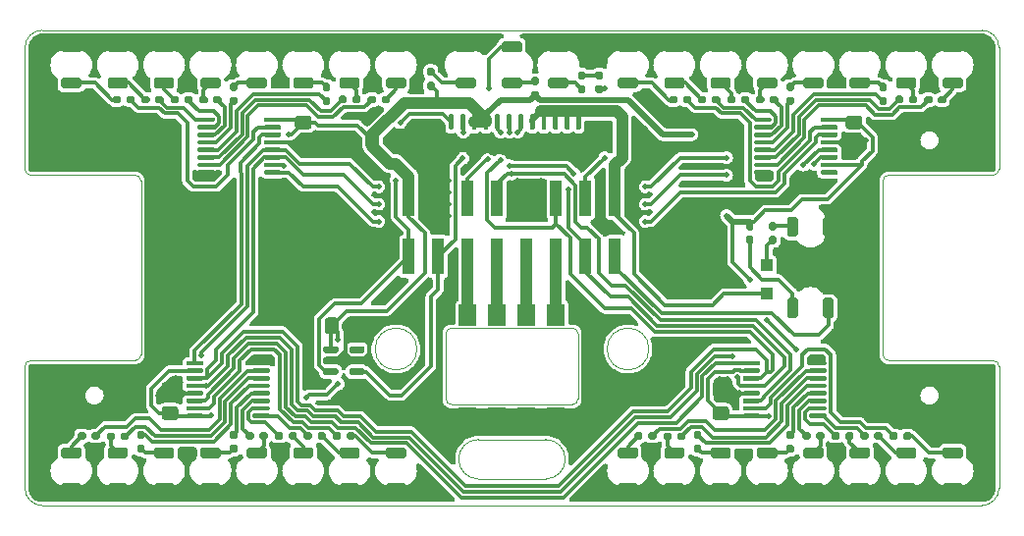
<source format=gtl>
G04 #@! TF.GenerationSoftware,KiCad,Pcbnew,6.0.11+dfsg-1*
G04 #@! TF.ProjectId,project,70726f6a-6563-4742-9e6b-696361645f70,rev?*
G04 #@! TF.SameCoordinates,Original*
G04 #@! TF.FileFunction,Copper,L1,Top*
G04 #@! TF.FilePolarity,Positive*
%FSLAX46Y46*%
G04 Gerber Fmt 4.6, Leading zero omitted, Abs format (unit mm)*
%MOMM*%
%LPD*%
G01*
G04 APERTURE LIST*
G04 #@! TA.AperFunction,Profile*
%ADD10C,0.100000*%
G04 #@! TD*
G04 #@! TA.AperFunction,SMDPad,CuDef*
%ADD11R,1.500000X1.850000*%
G04 #@! TD*
G04 #@! TA.AperFunction,SMDPad,CuDef*
%ADD12R,1.000000X3.150000*%
G04 #@! TD*
G04 #@! TA.AperFunction,SMDPad,CuDef*
%ADD13R,1.000000X1.000000*%
G04 #@! TD*
G04 #@! TA.AperFunction,SMDPad,CuDef*
%ADD14C,7.000000*%
G04 #@! TD*
G04 #@! TA.AperFunction,ComponentPad*
%ADD15C,5.000000*%
G04 #@! TD*
G04 #@! TA.AperFunction,ViaPad*
%ADD16C,0.500000*%
G04 #@! TD*
G04 #@! TA.AperFunction,Conductor*
%ADD17C,0.300000*%
G04 #@! TD*
G04 #@! TA.AperFunction,Conductor*
%ADD18C,1.000000*%
G04 #@! TD*
G04 #@! TA.AperFunction,Conductor*
%ADD19C,0.500000*%
G04 #@! TD*
G04 APERTURE END LIST*
D10*
X127762500Y-70537500D02*
G75*
G03*
X126262500Y-72037500I0J-1500000D01*
G01*
X171162500Y-109237500D02*
G75*
G03*
X171162500Y-105837500I3000J1700000D01*
G01*
X173462500Y-102837500D02*
X163062500Y-102837500D01*
X165362500Y-105837500D02*
G75*
G03*
X165362500Y-109237500I-3000J-1700000D01*
G01*
X210262500Y-72037500D02*
G75*
G03*
X208762500Y-70537500I-1500000J0D01*
G01*
X126262500Y-99537500D02*
X126262500Y-110037500D01*
X208262500Y-111537500D02*
X128262500Y-111537500D01*
X200262500Y-98537500D02*
X200262500Y-83537500D01*
X200762500Y-83037500D02*
X209762500Y-83037500D01*
X208762500Y-70537500D02*
X127762500Y-70537500D01*
X180062500Y-98037500D02*
G75*
G03*
X180062500Y-98037500I-1800000J0D01*
G01*
X162562500Y-102337500D02*
X162562500Y-96737500D01*
X173962500Y-96737500D02*
G75*
G03*
X173462500Y-96237500I-500000J0D01*
G01*
X209762500Y-99037500D02*
X200762500Y-99037500D01*
X163062500Y-96237500D02*
G75*
G03*
X162562500Y-96737500I0J-500000D01*
G01*
X160062500Y-98037500D02*
G75*
G03*
X160062500Y-98037500I-1800000J0D01*
G01*
X135762500Y-99037500D02*
G75*
G03*
X136262500Y-98537500I0J500000D01*
G01*
X173462500Y-102837500D02*
G75*
G03*
X173962500Y-102337500I0J500000D01*
G01*
X165362500Y-105837500D02*
X171162500Y-105837500D01*
X200262500Y-98537500D02*
G75*
G03*
X200762500Y-99037500I500000J0D01*
G01*
X135762500Y-99037500D02*
X126762500Y-99037500D01*
X126262500Y-110037500D02*
G75*
G03*
X127762500Y-111537500I1500000J0D01*
G01*
X210262500Y-82537500D02*
X210262500Y-72037500D01*
X126262500Y-82537500D02*
G75*
G03*
X126762500Y-83037500I500000J0D01*
G01*
X208762500Y-111537500D02*
X208262500Y-111537500D01*
X171162500Y-109237500D02*
X165362500Y-109237500D01*
X126762500Y-99037500D02*
G75*
G03*
X126262500Y-99537500I0J-500000D01*
G01*
X200762500Y-83037500D02*
G75*
G03*
X200262500Y-83537500I0J-500000D01*
G01*
X173962500Y-96737500D02*
X173962500Y-102337500D01*
X208762500Y-111537500D02*
G75*
G03*
X210262500Y-110037500I0J1500000D01*
G01*
X136262500Y-83537500D02*
X136262500Y-98537500D01*
X126262500Y-72037500D02*
X126262500Y-82537500D01*
X209762500Y-83037500D02*
G75*
G03*
X210262500Y-82537500I0J500000D01*
G01*
X136262500Y-83537500D02*
G75*
G03*
X135762500Y-83037500I-500000J0D01*
G01*
X210262500Y-99537500D02*
X210262500Y-110037500D01*
X163062500Y-96237500D02*
X173462500Y-96237500D01*
X127762500Y-111537500D02*
X128262500Y-111537500D01*
X126762500Y-83037500D02*
X135762500Y-83037500D01*
X162562500Y-102337500D02*
G75*
G03*
X163062500Y-102837500I500000J0D01*
G01*
X210262500Y-99537500D02*
G75*
G03*
X209762500Y-99037500I-500000J0D01*
G01*
D11*
X172072500Y-95092500D03*
X169532500Y-95092500D03*
X166992500Y-95092500D03*
X164452500Y-95092500D03*
X164452500Y-103982500D03*
X166992500Y-103982500D03*
X169532500Y-103982500D03*
X172072500Y-103982500D03*
G04 #@! TA.AperFunction,SMDPad,CuDef*
G36*
G01*
X185577500Y-71512500D02*
X186947500Y-71512500D01*
G75*
G02*
X187137500Y-71702500I0J-190000D01*
G01*
X187137500Y-72272500D01*
G75*
G02*
X186947500Y-72462500I-190000J0D01*
G01*
X185577500Y-72462500D01*
G75*
G02*
X185387500Y-72272500I0J190000D01*
G01*
X185387500Y-71702500D01*
G75*
G02*
X185577500Y-71512500I190000J0D01*
G01*
G37*
G04 #@! TD.AperFunction*
G04 #@! TA.AperFunction,SMDPad,CuDef*
G36*
G01*
X185577500Y-74612500D02*
X186947500Y-74612500D01*
G75*
G02*
X187137500Y-74802500I0J-190000D01*
G01*
X187137500Y-75372500D01*
G75*
G02*
X186947500Y-75562500I-190000J0D01*
G01*
X185577500Y-75562500D01*
G75*
G02*
X185387500Y-75372500I0J190000D01*
G01*
X185387500Y-74802500D01*
G75*
G02*
X185577500Y-74612500I190000J0D01*
G01*
G37*
G04 #@! TD.AperFunction*
G04 #@! TA.AperFunction,SMDPad,CuDef*
G36*
G01*
X153577500Y-71512500D02*
X154947500Y-71512500D01*
G75*
G02*
X155137500Y-71702500I0J-190000D01*
G01*
X155137500Y-72272500D01*
G75*
G02*
X154947500Y-72462500I-190000J0D01*
G01*
X153577500Y-72462500D01*
G75*
G02*
X153387500Y-72272500I0J190000D01*
G01*
X153387500Y-71702500D01*
G75*
G02*
X153577500Y-71512500I190000J0D01*
G01*
G37*
G04 #@! TD.AperFunction*
G04 #@! TA.AperFunction,SMDPad,CuDef*
G36*
G01*
X153577500Y-74612500D02*
X154947500Y-74612500D01*
G75*
G02*
X155137500Y-74802500I0J-190000D01*
G01*
X155137500Y-75372500D01*
G75*
G02*
X154947500Y-75562500I-190000J0D01*
G01*
X153577500Y-75562500D01*
G75*
G02*
X153387500Y-75372500I0J190000D01*
G01*
X153387500Y-74802500D01*
G75*
G02*
X153577500Y-74612500I190000J0D01*
G01*
G37*
G04 #@! TD.AperFunction*
G04 #@! TA.AperFunction,SMDPad,CuDef*
G36*
G01*
X197287500Y-77912500D02*
X198237500Y-77912500D01*
G75*
G02*
X198487500Y-78162500I0J-250000D01*
G01*
X198487500Y-78837500D01*
G75*
G02*
X198237500Y-79087500I-250000J0D01*
G01*
X197287500Y-79087500D01*
G75*
G02*
X197037500Y-78837500I0J250000D01*
G01*
X197037500Y-78162500D01*
G75*
G02*
X197287500Y-77912500I250000J0D01*
G01*
G37*
G04 #@! TD.AperFunction*
G04 #@! TA.AperFunction,SMDPad,CuDef*
G36*
G01*
X197287500Y-79987500D02*
X198237500Y-79987500D01*
G75*
G02*
X198487500Y-80237500I0J-250000D01*
G01*
X198487500Y-80912500D01*
G75*
G02*
X198237500Y-81162500I-250000J0D01*
G01*
X197287500Y-81162500D01*
G75*
G02*
X197037500Y-80912500I0J250000D01*
G01*
X197037500Y-80237500D01*
G75*
G02*
X197287500Y-79987500I250000J0D01*
G01*
G37*
G04 #@! TD.AperFunction*
G04 #@! TA.AperFunction,SMDPad,CuDef*
G36*
G01*
X142947500Y-110562500D02*
X141577500Y-110562500D01*
G75*
G02*
X141387500Y-110372500I0J190000D01*
G01*
X141387500Y-109802500D01*
G75*
G02*
X141577500Y-109612500I190000J0D01*
G01*
X142947500Y-109612500D01*
G75*
G02*
X143137500Y-109802500I0J-190000D01*
G01*
X143137500Y-110372500D01*
G75*
G02*
X142947500Y-110562500I-190000J0D01*
G01*
G37*
G04 #@! TD.AperFunction*
G04 #@! TA.AperFunction,SMDPad,CuDef*
G36*
G01*
X142947500Y-107462500D02*
X141577500Y-107462500D01*
G75*
G02*
X141387500Y-107272500I0J190000D01*
G01*
X141387500Y-106702500D01*
G75*
G02*
X141577500Y-106512500I190000J0D01*
G01*
X142947500Y-106512500D01*
G75*
G02*
X143137500Y-106702500I0J-190000D01*
G01*
X143137500Y-107272500D01*
G75*
G02*
X142947500Y-107462500I-190000J0D01*
G01*
G37*
G04 #@! TD.AperFunction*
G04 #@! TA.AperFunction,SMDPad,CuDef*
G36*
G01*
X193577500Y-71512500D02*
X194947500Y-71512500D01*
G75*
G02*
X195137500Y-71702500I0J-190000D01*
G01*
X195137500Y-72272500D01*
G75*
G02*
X194947500Y-72462500I-190000J0D01*
G01*
X193577500Y-72462500D01*
G75*
G02*
X193387500Y-72272500I0J190000D01*
G01*
X193387500Y-71702500D01*
G75*
G02*
X193577500Y-71512500I190000J0D01*
G01*
G37*
G04 #@! TD.AperFunction*
G04 #@! TA.AperFunction,SMDPad,CuDef*
G36*
G01*
X193577500Y-74612500D02*
X194947500Y-74612500D01*
G75*
G02*
X195137500Y-74802500I0J-190000D01*
G01*
X195137500Y-75372500D01*
G75*
G02*
X194947500Y-75562500I-190000J0D01*
G01*
X193577500Y-75562500D01*
G75*
G02*
X193387500Y-75372500I0J190000D01*
G01*
X193387500Y-74802500D01*
G75*
G02*
X193577500Y-74612500I190000J0D01*
G01*
G37*
G04 #@! TD.AperFunction*
G04 #@! TA.AperFunction,SMDPad,CuDef*
G36*
G01*
X152217500Y-105377500D02*
X152217500Y-105697500D01*
G75*
G02*
X152057500Y-105857500I-160000J0D01*
G01*
X151662500Y-105857500D01*
G75*
G02*
X151502500Y-105697500I0J160000D01*
G01*
X151502500Y-105377500D01*
G75*
G02*
X151662500Y-105217500I160000J0D01*
G01*
X152057500Y-105217500D01*
G75*
G02*
X152217500Y-105377500I0J-160000D01*
G01*
G37*
G04 #@! TD.AperFunction*
G04 #@! TA.AperFunction,SMDPad,CuDef*
G36*
G01*
X151022500Y-105377500D02*
X151022500Y-105697500D01*
G75*
G02*
X150862500Y-105857500I-160000J0D01*
G01*
X150467500Y-105857500D01*
G75*
G02*
X150307500Y-105697500I0J160000D01*
G01*
X150307500Y-105377500D01*
G75*
G02*
X150467500Y-105217500I160000J0D01*
G01*
X150862500Y-105217500D01*
G75*
G02*
X151022500Y-105377500I0J-160000D01*
G01*
G37*
G04 #@! TD.AperFunction*
G04 #@! TA.AperFunction,SMDPad,CuDef*
G36*
G01*
X138947500Y-110562500D02*
X137577500Y-110562500D01*
G75*
G02*
X137387500Y-110372500I0J190000D01*
G01*
X137387500Y-109802500D01*
G75*
G02*
X137577500Y-109612500I190000J0D01*
G01*
X138947500Y-109612500D01*
G75*
G02*
X139137500Y-109802500I0J-190000D01*
G01*
X139137500Y-110372500D01*
G75*
G02*
X138947500Y-110562500I-190000J0D01*
G01*
G37*
G04 #@! TD.AperFunction*
G04 #@! TA.AperFunction,SMDPad,CuDef*
G36*
G01*
X138947500Y-107462500D02*
X137577500Y-107462500D01*
G75*
G02*
X137387500Y-107272500I0J190000D01*
G01*
X137387500Y-106702500D01*
G75*
G02*
X137577500Y-106512500I190000J0D01*
G01*
X138947500Y-106512500D01*
G75*
G02*
X139137500Y-106702500I0J-190000D01*
G01*
X139137500Y-107272500D01*
G75*
G02*
X138947500Y-107462500I-190000J0D01*
G01*
G37*
G04 #@! TD.AperFunction*
G04 #@! TA.AperFunction,SMDPad,CuDef*
G36*
G01*
X158947500Y-110562500D02*
X157577500Y-110562500D01*
G75*
G02*
X157387500Y-110372500I0J190000D01*
G01*
X157387500Y-109802500D01*
G75*
G02*
X157577500Y-109612500I190000J0D01*
G01*
X158947500Y-109612500D01*
G75*
G02*
X159137500Y-109802500I0J-190000D01*
G01*
X159137500Y-110372500D01*
G75*
G02*
X158947500Y-110562500I-190000J0D01*
G01*
G37*
G04 #@! TD.AperFunction*
G04 #@! TA.AperFunction,SMDPad,CuDef*
G36*
G01*
X158947500Y-107462500D02*
X157577500Y-107462500D01*
G75*
G02*
X157387500Y-107272500I0J190000D01*
G01*
X157387500Y-106702500D01*
G75*
G02*
X157577500Y-106512500I190000J0D01*
G01*
X158947500Y-106512500D01*
G75*
G02*
X159137500Y-106702500I0J-190000D01*
G01*
X159137500Y-107272500D01*
G75*
G02*
X158947500Y-107462500I-190000J0D01*
G01*
G37*
G04 #@! TD.AperFunction*
G04 #@! TA.AperFunction,SMDPad,CuDef*
G36*
G01*
X136307500Y-76697500D02*
X136307500Y-76377500D01*
G75*
G02*
X136467500Y-76217500I160000J0D01*
G01*
X136862500Y-76217500D01*
G75*
G02*
X137022500Y-76377500I0J-160000D01*
G01*
X137022500Y-76697500D01*
G75*
G02*
X136862500Y-76857500I-160000J0D01*
G01*
X136467500Y-76857500D01*
G75*
G02*
X136307500Y-76697500I0J160000D01*
G01*
G37*
G04 #@! TD.AperFunction*
G04 #@! TA.AperFunction,SMDPad,CuDef*
G36*
G01*
X137502500Y-76697500D02*
X137502500Y-76377500D01*
G75*
G02*
X137662500Y-76217500I160000J0D01*
G01*
X138057500Y-76217500D01*
G75*
G02*
X138217500Y-76377500I0J-160000D01*
G01*
X138217500Y-76697500D01*
G75*
G02*
X138057500Y-76857500I-160000J0D01*
G01*
X137662500Y-76857500D01*
G75*
G02*
X137502500Y-76697500I0J160000D01*
G01*
G37*
G04 #@! TD.AperFunction*
G04 #@! TA.AperFunction,SMDPad,CuDef*
G36*
G01*
X133807500Y-76697500D02*
X133807500Y-76377500D01*
G75*
G02*
X133967500Y-76217500I160000J0D01*
G01*
X134362500Y-76217500D01*
G75*
G02*
X134522500Y-76377500I0J-160000D01*
G01*
X134522500Y-76697500D01*
G75*
G02*
X134362500Y-76857500I-160000J0D01*
G01*
X133967500Y-76857500D01*
G75*
G02*
X133807500Y-76697500I0J160000D01*
G01*
G37*
G04 #@! TD.AperFunction*
G04 #@! TA.AperFunction,SMDPad,CuDef*
G36*
G01*
X135002500Y-76697500D02*
X135002500Y-76377500D01*
G75*
G02*
X135162500Y-76217500I160000J0D01*
G01*
X135557500Y-76217500D01*
G75*
G02*
X135717500Y-76377500I0J-160000D01*
G01*
X135717500Y-76697500D01*
G75*
G02*
X135557500Y-76857500I-160000J0D01*
G01*
X135162500Y-76857500D01*
G75*
G02*
X135002500Y-76697500I0J160000D01*
G01*
G37*
G04 #@! TD.AperFunction*
G04 #@! TA.AperFunction,SMDPad,CuDef*
G36*
G01*
X184307500Y-76697500D02*
X184307500Y-76377500D01*
G75*
G02*
X184467500Y-76217500I160000J0D01*
G01*
X184862500Y-76217500D01*
G75*
G02*
X185022500Y-76377500I0J-160000D01*
G01*
X185022500Y-76697500D01*
G75*
G02*
X184862500Y-76857500I-160000J0D01*
G01*
X184467500Y-76857500D01*
G75*
G02*
X184307500Y-76697500I0J160000D01*
G01*
G37*
G04 #@! TD.AperFunction*
G04 #@! TA.AperFunction,SMDPad,CuDef*
G36*
G01*
X185502500Y-76697500D02*
X185502500Y-76377500D01*
G75*
G02*
X185662500Y-76217500I160000J0D01*
G01*
X186057500Y-76217500D01*
G75*
G02*
X186217500Y-76377500I0J-160000D01*
G01*
X186217500Y-76697500D01*
G75*
G02*
X186057500Y-76857500I-160000J0D01*
G01*
X185662500Y-76857500D01*
G75*
G02*
X185502500Y-76697500I0J160000D01*
G01*
G37*
G04 #@! TD.AperFunction*
G04 #@! TA.AperFunction,SMDPad,CuDef*
G36*
G01*
X155562500Y-99837500D02*
X155562500Y-100137500D01*
G75*
G02*
X155412500Y-100287500I-150000J0D01*
G01*
X154387500Y-100287500D01*
G75*
G02*
X154237500Y-100137500I0J150000D01*
G01*
X154237500Y-99837500D01*
G75*
G02*
X154387500Y-99687500I150000J0D01*
G01*
X155412500Y-99687500D01*
G75*
G02*
X155562500Y-99837500I0J-150000D01*
G01*
G37*
G04 #@! TD.AperFunction*
G04 #@! TA.AperFunction,SMDPad,CuDef*
G36*
G01*
X155562500Y-98887500D02*
X155562500Y-99187500D01*
G75*
G02*
X155412500Y-99337500I-150000J0D01*
G01*
X154387500Y-99337500D01*
G75*
G02*
X154237500Y-99187500I0J150000D01*
G01*
X154237500Y-98887500D01*
G75*
G02*
X154387500Y-98737500I150000J0D01*
G01*
X155412500Y-98737500D01*
G75*
G02*
X155562500Y-98887500I0J-150000D01*
G01*
G37*
G04 #@! TD.AperFunction*
G04 #@! TA.AperFunction,SMDPad,CuDef*
G36*
G01*
X155562500Y-97937500D02*
X155562500Y-98237500D01*
G75*
G02*
X155412500Y-98387500I-150000J0D01*
G01*
X154387500Y-98387500D01*
G75*
G02*
X154237500Y-98237500I0J150000D01*
G01*
X154237500Y-97937500D01*
G75*
G02*
X154387500Y-97787500I150000J0D01*
G01*
X155412500Y-97787500D01*
G75*
G02*
X155562500Y-97937500I0J-150000D01*
G01*
G37*
G04 #@! TD.AperFunction*
G04 #@! TA.AperFunction,SMDPad,CuDef*
G36*
G01*
X153287500Y-97937500D02*
X153287500Y-98237500D01*
G75*
G02*
X153137500Y-98387500I-150000J0D01*
G01*
X152112500Y-98387500D01*
G75*
G02*
X151962500Y-98237500I0J150000D01*
G01*
X151962500Y-97937500D01*
G75*
G02*
X152112500Y-97787500I150000J0D01*
G01*
X153137500Y-97787500D01*
G75*
G02*
X153287500Y-97937500I0J-150000D01*
G01*
G37*
G04 #@! TD.AperFunction*
G04 #@! TA.AperFunction,SMDPad,CuDef*
G36*
G01*
X153287500Y-98887500D02*
X153287500Y-99187500D01*
G75*
G02*
X153137500Y-99337500I-150000J0D01*
G01*
X152112500Y-99337500D01*
G75*
G02*
X151962500Y-99187500I0J150000D01*
G01*
X151962500Y-98887500D01*
G75*
G02*
X152112500Y-98737500I150000J0D01*
G01*
X153137500Y-98737500D01*
G75*
G02*
X153287500Y-98887500I0J-150000D01*
G01*
G37*
G04 #@! TD.AperFunction*
G04 #@! TA.AperFunction,SMDPad,CuDef*
G36*
G01*
X153287500Y-99837500D02*
X153287500Y-100137500D01*
G75*
G02*
X153137500Y-100287500I-150000J0D01*
G01*
X152112500Y-100287500D01*
G75*
G02*
X151962500Y-100137500I0J150000D01*
G01*
X151962500Y-99837500D01*
G75*
G02*
X152112500Y-99687500I150000J0D01*
G01*
X153137500Y-99687500D01*
G75*
G02*
X153287500Y-99837500I0J-150000D01*
G01*
G37*
G04 #@! TD.AperFunction*
G04 #@! TA.AperFunction,SMDPad,CuDef*
G36*
G01*
X190602500Y-87082500D02*
X190922500Y-87082500D01*
G75*
G02*
X191082500Y-87242500I0J-160000D01*
G01*
X191082500Y-87637500D01*
G75*
G02*
X190922500Y-87797500I-160000J0D01*
G01*
X190602500Y-87797500D01*
G75*
G02*
X190442500Y-87637500I0J160000D01*
G01*
X190442500Y-87242500D01*
G75*
G02*
X190602500Y-87082500I160000J0D01*
G01*
G37*
G04 #@! TD.AperFunction*
G04 #@! TA.AperFunction,SMDPad,CuDef*
G36*
G01*
X190602500Y-88277500D02*
X190922500Y-88277500D01*
G75*
G02*
X191082500Y-88437500I0J-160000D01*
G01*
X191082500Y-88832500D01*
G75*
G02*
X190922500Y-88992500I-160000J0D01*
G01*
X190602500Y-88992500D01*
G75*
G02*
X190442500Y-88832500I0J160000D01*
G01*
X190442500Y-88437500D01*
G75*
G02*
X190602500Y-88277500I160000J0D01*
G01*
G37*
G04 #@! TD.AperFunction*
G04 #@! TA.AperFunction,SMDPad,CuDef*
G36*
G01*
X182947500Y-110562500D02*
X181577500Y-110562500D01*
G75*
G02*
X181387500Y-110372500I0J190000D01*
G01*
X181387500Y-109802500D01*
G75*
G02*
X181577500Y-109612500I190000J0D01*
G01*
X182947500Y-109612500D01*
G75*
G02*
X183137500Y-109802500I0J-190000D01*
G01*
X183137500Y-110372500D01*
G75*
G02*
X182947500Y-110562500I-190000J0D01*
G01*
G37*
G04 #@! TD.AperFunction*
G04 #@! TA.AperFunction,SMDPad,CuDef*
G36*
G01*
X182947500Y-107462500D02*
X181577500Y-107462500D01*
G75*
G02*
X181387500Y-107272500I0J190000D01*
G01*
X181387500Y-106702500D01*
G75*
G02*
X181577500Y-106512500I190000J0D01*
G01*
X182947500Y-106512500D01*
G75*
G02*
X183137500Y-106702500I0J-190000D01*
G01*
X183137500Y-107272500D01*
G75*
G02*
X182947500Y-107462500I-190000J0D01*
G01*
G37*
G04 #@! TD.AperFunction*
G04 #@! TA.AperFunction,SMDPad,CuDef*
G36*
G01*
X202947500Y-110562500D02*
X201577500Y-110562500D01*
G75*
G02*
X201387500Y-110372500I0J190000D01*
G01*
X201387500Y-109802500D01*
G75*
G02*
X201577500Y-109612500I190000J0D01*
G01*
X202947500Y-109612500D01*
G75*
G02*
X203137500Y-109802500I0J-190000D01*
G01*
X203137500Y-110372500D01*
G75*
G02*
X202947500Y-110562500I-190000J0D01*
G01*
G37*
G04 #@! TD.AperFunction*
G04 #@! TA.AperFunction,SMDPad,CuDef*
G36*
G01*
X202947500Y-107462500D02*
X201577500Y-107462500D01*
G75*
G02*
X201387500Y-107272500I0J190000D01*
G01*
X201387500Y-106702500D01*
G75*
G02*
X201577500Y-106512500I190000J0D01*
G01*
X202947500Y-106512500D01*
G75*
G02*
X203137500Y-106702500I0J-190000D01*
G01*
X203137500Y-107272500D01*
G75*
G02*
X202947500Y-107462500I-190000J0D01*
G01*
G37*
G04 #@! TD.AperFunction*
G04 #@! TA.AperFunction,SMDPad,CuDef*
G36*
G01*
X177577500Y-71512500D02*
X178947500Y-71512500D01*
G75*
G02*
X179137500Y-71702500I0J-190000D01*
G01*
X179137500Y-72272500D01*
G75*
G02*
X178947500Y-72462500I-190000J0D01*
G01*
X177577500Y-72462500D01*
G75*
G02*
X177387500Y-72272500I0J190000D01*
G01*
X177387500Y-71702500D01*
G75*
G02*
X177577500Y-71512500I190000J0D01*
G01*
G37*
G04 #@! TD.AperFunction*
G04 #@! TA.AperFunction,SMDPad,CuDef*
G36*
G01*
X177577500Y-74612500D02*
X178947500Y-74612500D01*
G75*
G02*
X179137500Y-74802500I0J-190000D01*
G01*
X179137500Y-75372500D01*
G75*
G02*
X178947500Y-75562500I-190000J0D01*
G01*
X177577500Y-75562500D01*
G75*
G02*
X177387500Y-75372500I0J190000D01*
G01*
X177387500Y-74802500D01*
G75*
G02*
X177577500Y-74612500I190000J0D01*
G01*
G37*
G04 #@! TD.AperFunction*
G04 #@! TA.AperFunction,SMDPad,CuDef*
G36*
G01*
X181807500Y-76697500D02*
X181807500Y-76377500D01*
G75*
G02*
X181967500Y-76217500I160000J0D01*
G01*
X182362500Y-76217500D01*
G75*
G02*
X182522500Y-76377500I0J-160000D01*
G01*
X182522500Y-76697500D01*
G75*
G02*
X182362500Y-76857500I-160000J0D01*
G01*
X181967500Y-76857500D01*
G75*
G02*
X181807500Y-76697500I0J160000D01*
G01*
G37*
G04 #@! TD.AperFunction*
G04 #@! TA.AperFunction,SMDPad,CuDef*
G36*
G01*
X183002500Y-76697500D02*
X183002500Y-76377500D01*
G75*
G02*
X183162500Y-76217500I160000J0D01*
G01*
X183557500Y-76217500D01*
G75*
G02*
X183717500Y-76377500I0J-160000D01*
G01*
X183717500Y-76697500D01*
G75*
G02*
X183557500Y-76857500I-160000J0D01*
G01*
X183162500Y-76857500D01*
G75*
G02*
X183002500Y-76697500I0J160000D01*
G01*
G37*
G04 #@! TD.AperFunction*
G04 #@! TA.AperFunction,SMDPad,CuDef*
G36*
G01*
X206947500Y-110562500D02*
X205577500Y-110562500D01*
G75*
G02*
X205387500Y-110372500I0J190000D01*
G01*
X205387500Y-109802500D01*
G75*
G02*
X205577500Y-109612500I190000J0D01*
G01*
X206947500Y-109612500D01*
G75*
G02*
X207137500Y-109802500I0J-190000D01*
G01*
X207137500Y-110372500D01*
G75*
G02*
X206947500Y-110562500I-190000J0D01*
G01*
G37*
G04 #@! TD.AperFunction*
G04 #@! TA.AperFunction,SMDPad,CuDef*
G36*
G01*
X206947500Y-107462500D02*
X205577500Y-107462500D01*
G75*
G02*
X205387500Y-107272500I0J190000D01*
G01*
X205387500Y-106702500D01*
G75*
G02*
X205577500Y-106512500I190000J0D01*
G01*
X206947500Y-106512500D01*
G75*
G02*
X207137500Y-106702500I0J-190000D01*
G01*
X207137500Y-107272500D01*
G75*
G02*
X206947500Y-107462500I-190000J0D01*
G01*
G37*
G04 #@! TD.AperFunction*
G04 #@! TA.AperFunction,SMDPad,CuDef*
G36*
G01*
X202717500Y-105377500D02*
X202717500Y-105697500D01*
G75*
G02*
X202557500Y-105857500I-160000J0D01*
G01*
X202162500Y-105857500D01*
G75*
G02*
X202002500Y-105697500I0J160000D01*
G01*
X202002500Y-105377500D01*
G75*
G02*
X202162500Y-105217500I160000J0D01*
G01*
X202557500Y-105217500D01*
G75*
G02*
X202717500Y-105377500I0J-160000D01*
G01*
G37*
G04 #@! TD.AperFunction*
G04 #@! TA.AperFunction,SMDPad,CuDef*
G36*
G01*
X201522500Y-105377500D02*
X201522500Y-105697500D01*
G75*
G02*
X201362500Y-105857500I-160000J0D01*
G01*
X200967500Y-105857500D01*
G75*
G02*
X200807500Y-105697500I0J160000D01*
G01*
X200807500Y-105377500D01*
G75*
G02*
X200967500Y-105217500I160000J0D01*
G01*
X201362500Y-105217500D01*
G75*
G02*
X201522500Y-105377500I0J-160000D01*
G01*
G37*
G04 #@! TD.AperFunction*
G04 #@! TA.AperFunction,SMDPad,CuDef*
G36*
G01*
X189577500Y-71512500D02*
X190947500Y-71512500D01*
G75*
G02*
X191137500Y-71702500I0J-190000D01*
G01*
X191137500Y-72272500D01*
G75*
G02*
X190947500Y-72462500I-190000J0D01*
G01*
X189577500Y-72462500D01*
G75*
G02*
X189387500Y-72272500I0J190000D01*
G01*
X189387500Y-71702500D01*
G75*
G02*
X189577500Y-71512500I190000J0D01*
G01*
G37*
G04 #@! TD.AperFunction*
G04 #@! TA.AperFunction,SMDPad,CuDef*
G36*
G01*
X189577500Y-74612500D02*
X190947500Y-74612500D01*
G75*
G02*
X191137500Y-74802500I0J-190000D01*
G01*
X191137500Y-75372500D01*
G75*
G02*
X190947500Y-75562500I-190000J0D01*
G01*
X189577500Y-75562500D01*
G75*
G02*
X189387500Y-75372500I0J190000D01*
G01*
X189387500Y-74802500D01*
G75*
G02*
X189577500Y-74612500I190000J0D01*
G01*
G37*
G04 #@! TD.AperFunction*
G04 #@! TA.AperFunction,SMDPad,CuDef*
G36*
G01*
X149577500Y-71512500D02*
X150947500Y-71512500D01*
G75*
G02*
X151137500Y-71702500I0J-190000D01*
G01*
X151137500Y-72272500D01*
G75*
G02*
X150947500Y-72462500I-190000J0D01*
G01*
X149577500Y-72462500D01*
G75*
G02*
X149387500Y-72272500I0J190000D01*
G01*
X149387500Y-71702500D01*
G75*
G02*
X149577500Y-71512500I190000J0D01*
G01*
G37*
G04 #@! TD.AperFunction*
G04 #@! TA.AperFunction,SMDPad,CuDef*
G36*
G01*
X149577500Y-74612500D02*
X150947500Y-74612500D01*
G75*
G02*
X151137500Y-74802500I0J-190000D01*
G01*
X151137500Y-75372500D01*
G75*
G02*
X150947500Y-75562500I-190000J0D01*
G01*
X149577500Y-75562500D01*
G75*
G02*
X149387500Y-75372500I0J190000D01*
G01*
X149387500Y-74802500D01*
G75*
G02*
X149577500Y-74612500I190000J0D01*
G01*
G37*
G04 #@! TD.AperFunction*
G04 #@! TA.AperFunction,SMDPad,CuDef*
G36*
G01*
X149787500Y-77912500D02*
X150737500Y-77912500D01*
G75*
G02*
X150987500Y-78162500I0J-250000D01*
G01*
X150987500Y-78837500D01*
G75*
G02*
X150737500Y-79087500I-250000J0D01*
G01*
X149787500Y-79087500D01*
G75*
G02*
X149537500Y-78837500I0J250000D01*
G01*
X149537500Y-78162500D01*
G75*
G02*
X149787500Y-77912500I250000J0D01*
G01*
G37*
G04 #@! TD.AperFunction*
G04 #@! TA.AperFunction,SMDPad,CuDef*
G36*
G01*
X149787500Y-79987500D02*
X150737500Y-79987500D01*
G75*
G02*
X150987500Y-80237500I0J-250000D01*
G01*
X150987500Y-80912500D01*
G75*
G02*
X150737500Y-81162500I-250000J0D01*
G01*
X149787500Y-81162500D01*
G75*
G02*
X149537500Y-80912500I0J250000D01*
G01*
X149537500Y-80237500D01*
G75*
G02*
X149787500Y-79987500I250000J0D01*
G01*
G37*
G04 #@! TD.AperFunction*
G04 #@! TA.AperFunction,SMDPad,CuDef*
G36*
G01*
X141162500Y-78362500D02*
X141162500Y-78162500D01*
G75*
G02*
X141262500Y-78062500I100000J0D01*
G01*
X142537500Y-78062500D01*
G75*
G02*
X142637500Y-78162500I0J-100000D01*
G01*
X142637500Y-78362500D01*
G75*
G02*
X142537500Y-78462500I-100000J0D01*
G01*
X141262500Y-78462500D01*
G75*
G02*
X141162500Y-78362500I0J100000D01*
G01*
G37*
G04 #@! TD.AperFunction*
G04 #@! TA.AperFunction,SMDPad,CuDef*
G36*
G01*
X141162500Y-79012500D02*
X141162500Y-78812500D01*
G75*
G02*
X141262500Y-78712500I100000J0D01*
G01*
X142537500Y-78712500D01*
G75*
G02*
X142637500Y-78812500I0J-100000D01*
G01*
X142637500Y-79012500D01*
G75*
G02*
X142537500Y-79112500I-100000J0D01*
G01*
X141262500Y-79112500D01*
G75*
G02*
X141162500Y-79012500I0J100000D01*
G01*
G37*
G04 #@! TD.AperFunction*
G04 #@! TA.AperFunction,SMDPad,CuDef*
G36*
G01*
X141162500Y-79662500D02*
X141162500Y-79462500D01*
G75*
G02*
X141262500Y-79362500I100000J0D01*
G01*
X142537500Y-79362500D01*
G75*
G02*
X142637500Y-79462500I0J-100000D01*
G01*
X142637500Y-79662500D01*
G75*
G02*
X142537500Y-79762500I-100000J0D01*
G01*
X141262500Y-79762500D01*
G75*
G02*
X141162500Y-79662500I0J100000D01*
G01*
G37*
G04 #@! TD.AperFunction*
G04 #@! TA.AperFunction,SMDPad,CuDef*
G36*
G01*
X141162500Y-80312500D02*
X141162500Y-80112500D01*
G75*
G02*
X141262500Y-80012500I100000J0D01*
G01*
X142537500Y-80012500D01*
G75*
G02*
X142637500Y-80112500I0J-100000D01*
G01*
X142637500Y-80312500D01*
G75*
G02*
X142537500Y-80412500I-100000J0D01*
G01*
X141262500Y-80412500D01*
G75*
G02*
X141162500Y-80312500I0J100000D01*
G01*
G37*
G04 #@! TD.AperFunction*
G04 #@! TA.AperFunction,SMDPad,CuDef*
G36*
G01*
X141162500Y-80962500D02*
X141162500Y-80762500D01*
G75*
G02*
X141262500Y-80662500I100000J0D01*
G01*
X142537500Y-80662500D01*
G75*
G02*
X142637500Y-80762500I0J-100000D01*
G01*
X142637500Y-80962500D01*
G75*
G02*
X142537500Y-81062500I-100000J0D01*
G01*
X141262500Y-81062500D01*
G75*
G02*
X141162500Y-80962500I0J100000D01*
G01*
G37*
G04 #@! TD.AperFunction*
G04 #@! TA.AperFunction,SMDPad,CuDef*
G36*
G01*
X141162500Y-81612500D02*
X141162500Y-81412500D01*
G75*
G02*
X141262500Y-81312500I100000J0D01*
G01*
X142537500Y-81312500D01*
G75*
G02*
X142637500Y-81412500I0J-100000D01*
G01*
X142637500Y-81612500D01*
G75*
G02*
X142537500Y-81712500I-100000J0D01*
G01*
X141262500Y-81712500D01*
G75*
G02*
X141162500Y-81612500I0J100000D01*
G01*
G37*
G04 #@! TD.AperFunction*
G04 #@! TA.AperFunction,SMDPad,CuDef*
G36*
G01*
X141162500Y-82262500D02*
X141162500Y-82062500D01*
G75*
G02*
X141262500Y-81962500I100000J0D01*
G01*
X142537500Y-81962500D01*
G75*
G02*
X142637500Y-82062500I0J-100000D01*
G01*
X142637500Y-82262500D01*
G75*
G02*
X142537500Y-82362500I-100000J0D01*
G01*
X141262500Y-82362500D01*
G75*
G02*
X141162500Y-82262500I0J100000D01*
G01*
G37*
G04 #@! TD.AperFunction*
G04 #@! TA.AperFunction,SMDPad,CuDef*
G36*
G01*
X141162500Y-82912500D02*
X141162500Y-82712500D01*
G75*
G02*
X141262500Y-82612500I100000J0D01*
G01*
X142537500Y-82612500D01*
G75*
G02*
X142637500Y-82712500I0J-100000D01*
G01*
X142637500Y-82912500D01*
G75*
G02*
X142537500Y-83012500I-100000J0D01*
G01*
X141262500Y-83012500D01*
G75*
G02*
X141162500Y-82912500I0J100000D01*
G01*
G37*
G04 #@! TD.AperFunction*
G04 #@! TA.AperFunction,SMDPad,CuDef*
G36*
G01*
X146887500Y-82912500D02*
X146887500Y-82712500D01*
G75*
G02*
X146987500Y-82612500I100000J0D01*
G01*
X148262500Y-82612500D01*
G75*
G02*
X148362500Y-82712500I0J-100000D01*
G01*
X148362500Y-82912500D01*
G75*
G02*
X148262500Y-83012500I-100000J0D01*
G01*
X146987500Y-83012500D01*
G75*
G02*
X146887500Y-82912500I0J100000D01*
G01*
G37*
G04 #@! TD.AperFunction*
G04 #@! TA.AperFunction,SMDPad,CuDef*
G36*
G01*
X146887500Y-82262500D02*
X146887500Y-82062500D01*
G75*
G02*
X146987500Y-81962500I100000J0D01*
G01*
X148262500Y-81962500D01*
G75*
G02*
X148362500Y-82062500I0J-100000D01*
G01*
X148362500Y-82262500D01*
G75*
G02*
X148262500Y-82362500I-100000J0D01*
G01*
X146987500Y-82362500D01*
G75*
G02*
X146887500Y-82262500I0J100000D01*
G01*
G37*
G04 #@! TD.AperFunction*
G04 #@! TA.AperFunction,SMDPad,CuDef*
G36*
G01*
X146887500Y-81612500D02*
X146887500Y-81412500D01*
G75*
G02*
X146987500Y-81312500I100000J0D01*
G01*
X148262500Y-81312500D01*
G75*
G02*
X148362500Y-81412500I0J-100000D01*
G01*
X148362500Y-81612500D01*
G75*
G02*
X148262500Y-81712500I-100000J0D01*
G01*
X146987500Y-81712500D01*
G75*
G02*
X146887500Y-81612500I0J100000D01*
G01*
G37*
G04 #@! TD.AperFunction*
G04 #@! TA.AperFunction,SMDPad,CuDef*
G36*
G01*
X146887500Y-80962500D02*
X146887500Y-80762500D01*
G75*
G02*
X146987500Y-80662500I100000J0D01*
G01*
X148262500Y-80662500D01*
G75*
G02*
X148362500Y-80762500I0J-100000D01*
G01*
X148362500Y-80962500D01*
G75*
G02*
X148262500Y-81062500I-100000J0D01*
G01*
X146987500Y-81062500D01*
G75*
G02*
X146887500Y-80962500I0J100000D01*
G01*
G37*
G04 #@! TD.AperFunction*
G04 #@! TA.AperFunction,SMDPad,CuDef*
G36*
G01*
X146887500Y-80312500D02*
X146887500Y-80112500D01*
G75*
G02*
X146987500Y-80012500I100000J0D01*
G01*
X148262500Y-80012500D01*
G75*
G02*
X148362500Y-80112500I0J-100000D01*
G01*
X148362500Y-80312500D01*
G75*
G02*
X148262500Y-80412500I-100000J0D01*
G01*
X146987500Y-80412500D01*
G75*
G02*
X146887500Y-80312500I0J100000D01*
G01*
G37*
G04 #@! TD.AperFunction*
G04 #@! TA.AperFunction,SMDPad,CuDef*
G36*
G01*
X146887500Y-79662500D02*
X146887500Y-79462500D01*
G75*
G02*
X146987500Y-79362500I100000J0D01*
G01*
X148262500Y-79362500D01*
G75*
G02*
X148362500Y-79462500I0J-100000D01*
G01*
X148362500Y-79662500D01*
G75*
G02*
X148262500Y-79762500I-100000J0D01*
G01*
X146987500Y-79762500D01*
G75*
G02*
X146887500Y-79662500I0J100000D01*
G01*
G37*
G04 #@! TD.AperFunction*
G04 #@! TA.AperFunction,SMDPad,CuDef*
G36*
G01*
X146887500Y-79012500D02*
X146887500Y-78812500D01*
G75*
G02*
X146987500Y-78712500I100000J0D01*
G01*
X148262500Y-78712500D01*
G75*
G02*
X148362500Y-78812500I0J-100000D01*
G01*
X148362500Y-79012500D01*
G75*
G02*
X148262500Y-79112500I-100000J0D01*
G01*
X146987500Y-79112500D01*
G75*
G02*
X146887500Y-79012500I0J100000D01*
G01*
G37*
G04 #@! TD.AperFunction*
G04 #@! TA.AperFunction,SMDPad,CuDef*
G36*
G01*
X146887500Y-78362500D02*
X146887500Y-78162500D01*
G75*
G02*
X146987500Y-78062500I100000J0D01*
G01*
X148262500Y-78062500D01*
G75*
G02*
X148362500Y-78162500I0J-100000D01*
G01*
X148362500Y-78362500D01*
G75*
G02*
X148262500Y-78462500I-100000J0D01*
G01*
X146987500Y-78462500D01*
G75*
G02*
X146887500Y-78362500I0J100000D01*
G01*
G37*
G04 #@! TD.AperFunction*
G04 #@! TA.AperFunction,SMDPad,CuDef*
G36*
G01*
X141307500Y-76697500D02*
X141307500Y-76377500D01*
G75*
G02*
X141467500Y-76217500I160000J0D01*
G01*
X141862500Y-76217500D01*
G75*
G02*
X142022500Y-76377500I0J-160000D01*
G01*
X142022500Y-76697500D01*
G75*
G02*
X141862500Y-76857500I-160000J0D01*
G01*
X141467500Y-76857500D01*
G75*
G02*
X141307500Y-76697500I0J160000D01*
G01*
G37*
G04 #@! TD.AperFunction*
G04 #@! TA.AperFunction,SMDPad,CuDef*
G36*
G01*
X142502500Y-76697500D02*
X142502500Y-76377500D01*
G75*
G02*
X142662500Y-76217500I160000J0D01*
G01*
X143057500Y-76217500D01*
G75*
G02*
X143217500Y-76377500I0J-160000D01*
G01*
X143217500Y-76697500D01*
G75*
G02*
X143057500Y-76857500I-160000J0D01*
G01*
X142662500Y-76857500D01*
G75*
G02*
X142502500Y-76697500I0J160000D01*
G01*
G37*
G04 #@! TD.AperFunction*
G04 #@! TA.AperFunction,SMDPad,CuDef*
G36*
G01*
X141577500Y-71512500D02*
X142947500Y-71512500D01*
G75*
G02*
X143137500Y-71702500I0J-190000D01*
G01*
X143137500Y-72272500D01*
G75*
G02*
X142947500Y-72462500I-190000J0D01*
G01*
X141577500Y-72462500D01*
G75*
G02*
X141387500Y-72272500I0J190000D01*
G01*
X141387500Y-71702500D01*
G75*
G02*
X141577500Y-71512500I190000J0D01*
G01*
G37*
G04 #@! TD.AperFunction*
G04 #@! TA.AperFunction,SMDPad,CuDef*
G36*
G01*
X141577500Y-74612500D02*
X142947500Y-74612500D01*
G75*
G02*
X143137500Y-74802500I0J-190000D01*
G01*
X143137500Y-75372500D01*
G75*
G02*
X142947500Y-75562500I-190000J0D01*
G01*
X141577500Y-75562500D01*
G75*
G02*
X141387500Y-75372500I0J190000D01*
G01*
X141387500Y-74802500D01*
G75*
G02*
X141577500Y-74612500I190000J0D01*
G01*
G37*
G04 #@! TD.AperFunction*
G04 #@! TA.AperFunction,SMDPad,CuDef*
G36*
G01*
X198947500Y-110562500D02*
X197577500Y-110562500D01*
G75*
G02*
X197387500Y-110372500I0J190000D01*
G01*
X197387500Y-109802500D01*
G75*
G02*
X197577500Y-109612500I190000J0D01*
G01*
X198947500Y-109612500D01*
G75*
G02*
X199137500Y-109802500I0J-190000D01*
G01*
X199137500Y-110372500D01*
G75*
G02*
X198947500Y-110562500I-190000J0D01*
G01*
G37*
G04 #@! TD.AperFunction*
G04 #@! TA.AperFunction,SMDPad,CuDef*
G36*
G01*
X198947500Y-107462500D02*
X197577500Y-107462500D01*
G75*
G02*
X197387500Y-107272500I0J190000D01*
G01*
X197387500Y-106702500D01*
G75*
G02*
X197577500Y-106512500I190000J0D01*
G01*
X198947500Y-106512500D01*
G75*
G02*
X199137500Y-106702500I0J-190000D01*
G01*
X199137500Y-107272500D01*
G75*
G02*
X198947500Y-107462500I-190000J0D01*
G01*
G37*
G04 #@! TD.AperFunction*
G04 #@! TA.AperFunction,SMDPad,CuDef*
G36*
G01*
X197717500Y-105377500D02*
X197717500Y-105697500D01*
G75*
G02*
X197557500Y-105857500I-160000J0D01*
G01*
X197162500Y-105857500D01*
G75*
G02*
X197002500Y-105697500I0J160000D01*
G01*
X197002500Y-105377500D01*
G75*
G02*
X197162500Y-105217500I160000J0D01*
G01*
X197557500Y-105217500D01*
G75*
G02*
X197717500Y-105377500I0J-160000D01*
G01*
G37*
G04 #@! TD.AperFunction*
G04 #@! TA.AperFunction,SMDPad,CuDef*
G36*
G01*
X196522500Y-105377500D02*
X196522500Y-105697500D01*
G75*
G02*
X196362500Y-105857500I-160000J0D01*
G01*
X195967500Y-105857500D01*
G75*
G02*
X195807500Y-105697500I0J160000D01*
G01*
X195807500Y-105377500D01*
G75*
G02*
X195967500Y-105217500I160000J0D01*
G01*
X196362500Y-105217500D01*
G75*
G02*
X196522500Y-105377500I0J-160000D01*
G01*
G37*
G04 #@! TD.AperFunction*
G04 #@! TA.AperFunction,SMDPad,CuDef*
G36*
G01*
X130807500Y-105697500D02*
X130807500Y-105377500D01*
G75*
G02*
X130967500Y-105217500I160000J0D01*
G01*
X131362500Y-105217500D01*
G75*
G02*
X131522500Y-105377500I0J-160000D01*
G01*
X131522500Y-105697500D01*
G75*
G02*
X131362500Y-105857500I-160000J0D01*
G01*
X130967500Y-105857500D01*
G75*
G02*
X130807500Y-105697500I0J160000D01*
G01*
G37*
G04 #@! TD.AperFunction*
G04 #@! TA.AperFunction,SMDPad,CuDef*
G36*
G01*
X132002500Y-105697500D02*
X132002500Y-105377500D01*
G75*
G02*
X132162500Y-105217500I160000J0D01*
G01*
X132557500Y-105217500D01*
G75*
G02*
X132717500Y-105377500I0J-160000D01*
G01*
X132717500Y-105697500D01*
G75*
G02*
X132557500Y-105857500I-160000J0D01*
G01*
X132162500Y-105857500D01*
G75*
G02*
X132002500Y-105697500I0J160000D01*
G01*
G37*
G04 #@! TD.AperFunction*
G04 #@! TA.AperFunction,SMDPad,CuDef*
G36*
G01*
X178947500Y-110562500D02*
X177577500Y-110562500D01*
G75*
G02*
X177387500Y-110372500I0J190000D01*
G01*
X177387500Y-109802500D01*
G75*
G02*
X177577500Y-109612500I190000J0D01*
G01*
X178947500Y-109612500D01*
G75*
G02*
X179137500Y-109802500I0J-190000D01*
G01*
X179137500Y-110372500D01*
G75*
G02*
X178947500Y-110562500I-190000J0D01*
G01*
G37*
G04 #@! TD.AperFunction*
G04 #@! TA.AperFunction,SMDPad,CuDef*
G36*
G01*
X178947500Y-107462500D02*
X177577500Y-107462500D01*
G75*
G02*
X177387500Y-107272500I0J190000D01*
G01*
X177387500Y-106702500D01*
G75*
G02*
X177577500Y-106512500I190000J0D01*
G01*
X178947500Y-106512500D01*
G75*
G02*
X179137500Y-106702500I0J-190000D01*
G01*
X179137500Y-107272500D01*
G75*
G02*
X178947500Y-107462500I-190000J0D01*
G01*
G37*
G04 #@! TD.AperFunction*
G04 #@! TA.AperFunction,SMDPad,CuDef*
G36*
G01*
X192422500Y-106992500D02*
X192102500Y-106992500D01*
G75*
G02*
X191942500Y-106832500I0J160000D01*
G01*
X191942500Y-106437500D01*
G75*
G02*
X192102500Y-106277500I160000J0D01*
G01*
X192422500Y-106277500D01*
G75*
G02*
X192582500Y-106437500I0J-160000D01*
G01*
X192582500Y-106832500D01*
G75*
G02*
X192422500Y-106992500I-160000J0D01*
G01*
G37*
G04 #@! TD.AperFunction*
G04 #@! TA.AperFunction,SMDPad,CuDef*
G36*
G01*
X192422500Y-105797500D02*
X192102500Y-105797500D01*
G75*
G02*
X191942500Y-105637500I0J160000D01*
G01*
X191942500Y-105242500D01*
G75*
G02*
X192102500Y-105082500I160000J0D01*
G01*
X192422500Y-105082500D01*
G75*
G02*
X192582500Y-105242500I0J-160000D01*
G01*
X192582500Y-105637500D01*
G75*
G02*
X192422500Y-105797500I-160000J0D01*
G01*
G37*
G04 #@! TD.AperFunction*
D12*
X159372500Y-90062500D03*
X159372500Y-85012500D03*
X161912500Y-90062500D03*
X161912500Y-85012500D03*
X164452500Y-90062500D03*
X164452500Y-85012500D03*
X166992500Y-90062500D03*
X166992500Y-85012500D03*
X169532500Y-90062500D03*
X169532500Y-85012500D03*
X172072500Y-90062500D03*
X172072500Y-85012500D03*
X174612500Y-90062500D03*
X174612500Y-85012500D03*
X177152500Y-90062500D03*
X177152500Y-85012500D03*
G04 #@! TA.AperFunction,SMDPad,CuDef*
G36*
G01*
X205717500Y-76377500D02*
X205717500Y-76697500D01*
G75*
G02*
X205557500Y-76857500I-160000J0D01*
G01*
X205162500Y-76857500D01*
G75*
G02*
X205002500Y-76697500I0J160000D01*
G01*
X205002500Y-76377500D01*
G75*
G02*
X205162500Y-76217500I160000J0D01*
G01*
X205557500Y-76217500D01*
G75*
G02*
X205717500Y-76377500I0J-160000D01*
G01*
G37*
G04 #@! TD.AperFunction*
G04 #@! TA.AperFunction,SMDPad,CuDef*
G36*
G01*
X204522500Y-76377500D02*
X204522500Y-76697500D01*
G75*
G02*
X204362500Y-76857500I-160000J0D01*
G01*
X203967500Y-76857500D01*
G75*
G02*
X203807500Y-76697500I0J160000D01*
G01*
X203807500Y-76377500D01*
G75*
G02*
X203967500Y-76217500I160000J0D01*
G01*
X204362500Y-76217500D01*
G75*
G02*
X204522500Y-76377500I0J-160000D01*
G01*
G37*
G04 #@! TD.AperFunction*
G04 #@! TA.AperFunction,SMDPad,CuDef*
G36*
G01*
X133307500Y-105727500D02*
X133307500Y-105407500D01*
G75*
G02*
X133467500Y-105247500I160000J0D01*
G01*
X133862500Y-105247500D01*
G75*
G02*
X134022500Y-105407500I0J-160000D01*
G01*
X134022500Y-105727500D01*
G75*
G02*
X133862500Y-105887500I-160000J0D01*
G01*
X133467500Y-105887500D01*
G75*
G02*
X133307500Y-105727500I0J160000D01*
G01*
G37*
G04 #@! TD.AperFunction*
G04 #@! TA.AperFunction,SMDPad,CuDef*
G36*
G01*
X134502500Y-105727500D02*
X134502500Y-105407500D01*
G75*
G02*
X134662500Y-105247500I160000J0D01*
G01*
X135057500Y-105247500D01*
G75*
G02*
X135217500Y-105407500I0J-160000D01*
G01*
X135217500Y-105727500D01*
G75*
G02*
X135057500Y-105887500I-160000J0D01*
G01*
X134662500Y-105887500D01*
G75*
G02*
X134502500Y-105727500I0J160000D01*
G01*
G37*
G04 #@! TD.AperFunction*
G04 #@! TA.AperFunction,SMDPad,CuDef*
G36*
G01*
X139237500Y-104162500D02*
X138287500Y-104162500D01*
G75*
G02*
X138037500Y-103912500I0J250000D01*
G01*
X138037500Y-103237500D01*
G75*
G02*
X138287500Y-102987500I250000J0D01*
G01*
X139237500Y-102987500D01*
G75*
G02*
X139487500Y-103237500I0J-250000D01*
G01*
X139487500Y-103912500D01*
G75*
G02*
X139237500Y-104162500I-250000J0D01*
G01*
G37*
G04 #@! TD.AperFunction*
G04 #@! TA.AperFunction,SMDPad,CuDef*
G36*
G01*
X139237500Y-102087500D02*
X138287500Y-102087500D01*
G75*
G02*
X138037500Y-101837500I0J250000D01*
G01*
X138037500Y-101162500D01*
G75*
G02*
X138287500Y-100912500I250000J0D01*
G01*
X139237500Y-100912500D01*
G75*
G02*
X139487500Y-101162500I0J-250000D01*
G01*
X139487500Y-101837500D01*
G75*
G02*
X139237500Y-102087500I-250000J0D01*
G01*
G37*
G04 #@! TD.AperFunction*
G04 #@! TA.AperFunction,SMDPad,CuDef*
G36*
G01*
X137577500Y-71512500D02*
X138947500Y-71512500D01*
G75*
G02*
X139137500Y-71702500I0J-190000D01*
G01*
X139137500Y-72272500D01*
G75*
G02*
X138947500Y-72462500I-190000J0D01*
G01*
X137577500Y-72462500D01*
G75*
G02*
X137387500Y-72272500I0J190000D01*
G01*
X137387500Y-71702500D01*
G75*
G02*
X137577500Y-71512500I190000J0D01*
G01*
G37*
G04 #@! TD.AperFunction*
G04 #@! TA.AperFunction,SMDPad,CuDef*
G36*
G01*
X137577500Y-74612500D02*
X138947500Y-74612500D01*
G75*
G02*
X139137500Y-74802500I0J-190000D01*
G01*
X139137500Y-75372500D01*
G75*
G02*
X138947500Y-75562500I-190000J0D01*
G01*
X137577500Y-75562500D01*
G75*
G02*
X137387500Y-75372500I0J190000D01*
G01*
X137387500Y-74802500D01*
G75*
G02*
X137577500Y-74612500I190000J0D01*
G01*
G37*
G04 #@! TD.AperFunction*
D13*
X190262500Y-93287500D03*
X190262500Y-90787500D03*
G04 #@! TA.AperFunction,SMDPad,CuDef*
G36*
G01*
X195362500Y-103712500D02*
X195362500Y-103912500D01*
G75*
G02*
X195262500Y-104012500I-100000J0D01*
G01*
X193987500Y-104012500D01*
G75*
G02*
X193887500Y-103912500I0J100000D01*
G01*
X193887500Y-103712500D01*
G75*
G02*
X193987500Y-103612500I100000J0D01*
G01*
X195262500Y-103612500D01*
G75*
G02*
X195362500Y-103712500I0J-100000D01*
G01*
G37*
G04 #@! TD.AperFunction*
G04 #@! TA.AperFunction,SMDPad,CuDef*
G36*
G01*
X195362500Y-103062500D02*
X195362500Y-103262500D01*
G75*
G02*
X195262500Y-103362500I-100000J0D01*
G01*
X193987500Y-103362500D01*
G75*
G02*
X193887500Y-103262500I0J100000D01*
G01*
X193887500Y-103062500D01*
G75*
G02*
X193987500Y-102962500I100000J0D01*
G01*
X195262500Y-102962500D01*
G75*
G02*
X195362500Y-103062500I0J-100000D01*
G01*
G37*
G04 #@! TD.AperFunction*
G04 #@! TA.AperFunction,SMDPad,CuDef*
G36*
G01*
X195362500Y-102412500D02*
X195362500Y-102612500D01*
G75*
G02*
X195262500Y-102712500I-100000J0D01*
G01*
X193987500Y-102712500D01*
G75*
G02*
X193887500Y-102612500I0J100000D01*
G01*
X193887500Y-102412500D01*
G75*
G02*
X193987500Y-102312500I100000J0D01*
G01*
X195262500Y-102312500D01*
G75*
G02*
X195362500Y-102412500I0J-100000D01*
G01*
G37*
G04 #@! TD.AperFunction*
G04 #@! TA.AperFunction,SMDPad,CuDef*
G36*
G01*
X195362500Y-101762500D02*
X195362500Y-101962500D01*
G75*
G02*
X195262500Y-102062500I-100000J0D01*
G01*
X193987500Y-102062500D01*
G75*
G02*
X193887500Y-101962500I0J100000D01*
G01*
X193887500Y-101762500D01*
G75*
G02*
X193987500Y-101662500I100000J0D01*
G01*
X195262500Y-101662500D01*
G75*
G02*
X195362500Y-101762500I0J-100000D01*
G01*
G37*
G04 #@! TD.AperFunction*
G04 #@! TA.AperFunction,SMDPad,CuDef*
G36*
G01*
X195362500Y-101112500D02*
X195362500Y-101312500D01*
G75*
G02*
X195262500Y-101412500I-100000J0D01*
G01*
X193987500Y-101412500D01*
G75*
G02*
X193887500Y-101312500I0J100000D01*
G01*
X193887500Y-101112500D01*
G75*
G02*
X193987500Y-101012500I100000J0D01*
G01*
X195262500Y-101012500D01*
G75*
G02*
X195362500Y-101112500I0J-100000D01*
G01*
G37*
G04 #@! TD.AperFunction*
G04 #@! TA.AperFunction,SMDPad,CuDef*
G36*
G01*
X195362500Y-100462500D02*
X195362500Y-100662500D01*
G75*
G02*
X195262500Y-100762500I-100000J0D01*
G01*
X193987500Y-100762500D01*
G75*
G02*
X193887500Y-100662500I0J100000D01*
G01*
X193887500Y-100462500D01*
G75*
G02*
X193987500Y-100362500I100000J0D01*
G01*
X195262500Y-100362500D01*
G75*
G02*
X195362500Y-100462500I0J-100000D01*
G01*
G37*
G04 #@! TD.AperFunction*
G04 #@! TA.AperFunction,SMDPad,CuDef*
G36*
G01*
X195362500Y-99812500D02*
X195362500Y-100012500D01*
G75*
G02*
X195262500Y-100112500I-100000J0D01*
G01*
X193987500Y-100112500D01*
G75*
G02*
X193887500Y-100012500I0J100000D01*
G01*
X193887500Y-99812500D01*
G75*
G02*
X193987500Y-99712500I100000J0D01*
G01*
X195262500Y-99712500D01*
G75*
G02*
X195362500Y-99812500I0J-100000D01*
G01*
G37*
G04 #@! TD.AperFunction*
G04 #@! TA.AperFunction,SMDPad,CuDef*
G36*
G01*
X195362500Y-99162500D02*
X195362500Y-99362500D01*
G75*
G02*
X195262500Y-99462500I-100000J0D01*
G01*
X193987500Y-99462500D01*
G75*
G02*
X193887500Y-99362500I0J100000D01*
G01*
X193887500Y-99162500D01*
G75*
G02*
X193987500Y-99062500I100000J0D01*
G01*
X195262500Y-99062500D01*
G75*
G02*
X195362500Y-99162500I0J-100000D01*
G01*
G37*
G04 #@! TD.AperFunction*
G04 #@! TA.AperFunction,SMDPad,CuDef*
G36*
G01*
X189637500Y-99162500D02*
X189637500Y-99362500D01*
G75*
G02*
X189537500Y-99462500I-100000J0D01*
G01*
X188262500Y-99462500D01*
G75*
G02*
X188162500Y-99362500I0J100000D01*
G01*
X188162500Y-99162500D01*
G75*
G02*
X188262500Y-99062500I100000J0D01*
G01*
X189537500Y-99062500D01*
G75*
G02*
X189637500Y-99162500I0J-100000D01*
G01*
G37*
G04 #@! TD.AperFunction*
G04 #@! TA.AperFunction,SMDPad,CuDef*
G36*
G01*
X189637500Y-99812500D02*
X189637500Y-100012500D01*
G75*
G02*
X189537500Y-100112500I-100000J0D01*
G01*
X188262500Y-100112500D01*
G75*
G02*
X188162500Y-100012500I0J100000D01*
G01*
X188162500Y-99812500D01*
G75*
G02*
X188262500Y-99712500I100000J0D01*
G01*
X189537500Y-99712500D01*
G75*
G02*
X189637500Y-99812500I0J-100000D01*
G01*
G37*
G04 #@! TD.AperFunction*
G04 #@! TA.AperFunction,SMDPad,CuDef*
G36*
G01*
X189637500Y-100462500D02*
X189637500Y-100662500D01*
G75*
G02*
X189537500Y-100762500I-100000J0D01*
G01*
X188262500Y-100762500D01*
G75*
G02*
X188162500Y-100662500I0J100000D01*
G01*
X188162500Y-100462500D01*
G75*
G02*
X188262500Y-100362500I100000J0D01*
G01*
X189537500Y-100362500D01*
G75*
G02*
X189637500Y-100462500I0J-100000D01*
G01*
G37*
G04 #@! TD.AperFunction*
G04 #@! TA.AperFunction,SMDPad,CuDef*
G36*
G01*
X189637500Y-101112500D02*
X189637500Y-101312500D01*
G75*
G02*
X189537500Y-101412500I-100000J0D01*
G01*
X188262500Y-101412500D01*
G75*
G02*
X188162500Y-101312500I0J100000D01*
G01*
X188162500Y-101112500D01*
G75*
G02*
X188262500Y-101012500I100000J0D01*
G01*
X189537500Y-101012500D01*
G75*
G02*
X189637500Y-101112500I0J-100000D01*
G01*
G37*
G04 #@! TD.AperFunction*
G04 #@! TA.AperFunction,SMDPad,CuDef*
G36*
G01*
X189637500Y-101762500D02*
X189637500Y-101962500D01*
G75*
G02*
X189537500Y-102062500I-100000J0D01*
G01*
X188262500Y-102062500D01*
G75*
G02*
X188162500Y-101962500I0J100000D01*
G01*
X188162500Y-101762500D01*
G75*
G02*
X188262500Y-101662500I100000J0D01*
G01*
X189537500Y-101662500D01*
G75*
G02*
X189637500Y-101762500I0J-100000D01*
G01*
G37*
G04 #@! TD.AperFunction*
G04 #@! TA.AperFunction,SMDPad,CuDef*
G36*
G01*
X189637500Y-102412500D02*
X189637500Y-102612500D01*
G75*
G02*
X189537500Y-102712500I-100000J0D01*
G01*
X188262500Y-102712500D01*
G75*
G02*
X188162500Y-102612500I0J100000D01*
G01*
X188162500Y-102412500D01*
G75*
G02*
X188262500Y-102312500I100000J0D01*
G01*
X189537500Y-102312500D01*
G75*
G02*
X189637500Y-102412500I0J-100000D01*
G01*
G37*
G04 #@! TD.AperFunction*
G04 #@! TA.AperFunction,SMDPad,CuDef*
G36*
G01*
X189637500Y-103062500D02*
X189637500Y-103262500D01*
G75*
G02*
X189537500Y-103362500I-100000J0D01*
G01*
X188262500Y-103362500D01*
G75*
G02*
X188162500Y-103262500I0J100000D01*
G01*
X188162500Y-103062500D01*
G75*
G02*
X188262500Y-102962500I100000J0D01*
G01*
X189537500Y-102962500D01*
G75*
G02*
X189637500Y-103062500I0J-100000D01*
G01*
G37*
G04 #@! TD.AperFunction*
G04 #@! TA.AperFunction,SMDPad,CuDef*
G36*
G01*
X189637500Y-103712500D02*
X189637500Y-103912500D01*
G75*
G02*
X189537500Y-104012500I-100000J0D01*
G01*
X188262500Y-104012500D01*
G75*
G02*
X188162500Y-103912500I0J100000D01*
G01*
X188162500Y-103712500D01*
G75*
G02*
X188262500Y-103612500I100000J0D01*
G01*
X189537500Y-103612500D01*
G75*
G02*
X189637500Y-103712500I0J-100000D01*
G01*
G37*
G04 #@! TD.AperFunction*
G04 #@! TA.AperFunction,SMDPad,CuDef*
G36*
G01*
X186947500Y-110562500D02*
X185577500Y-110562500D01*
G75*
G02*
X185387500Y-110372500I0J190000D01*
G01*
X185387500Y-109802500D01*
G75*
G02*
X185577500Y-109612500I190000J0D01*
G01*
X186947500Y-109612500D01*
G75*
G02*
X187137500Y-109802500I0J-190000D01*
G01*
X187137500Y-110372500D01*
G75*
G02*
X186947500Y-110562500I-190000J0D01*
G01*
G37*
G04 #@! TD.AperFunction*
G04 #@! TA.AperFunction,SMDPad,CuDef*
G36*
G01*
X186947500Y-107462500D02*
X185577500Y-107462500D01*
G75*
G02*
X185387500Y-107272500I0J190000D01*
G01*
X185387500Y-106702500D01*
G75*
G02*
X185577500Y-106512500I190000J0D01*
G01*
X186947500Y-106512500D01*
G75*
G02*
X187137500Y-106702500I0J-190000D01*
G01*
X187137500Y-107272500D01*
G75*
G02*
X186947500Y-107462500I-190000J0D01*
G01*
G37*
G04 #@! TD.AperFunction*
G04 #@! TA.AperFunction,SMDPad,CuDef*
G36*
G01*
X194947500Y-110562500D02*
X193577500Y-110562500D01*
G75*
G02*
X193387500Y-110372500I0J190000D01*
G01*
X193387500Y-109802500D01*
G75*
G02*
X193577500Y-109612500I190000J0D01*
G01*
X194947500Y-109612500D01*
G75*
G02*
X195137500Y-109802500I0J-190000D01*
G01*
X195137500Y-110372500D01*
G75*
G02*
X194947500Y-110562500I-190000J0D01*
G01*
G37*
G04 #@! TD.AperFunction*
G04 #@! TA.AperFunction,SMDPad,CuDef*
G36*
G01*
X194947500Y-107462500D02*
X193577500Y-107462500D01*
G75*
G02*
X193387500Y-107272500I0J190000D01*
G01*
X193387500Y-106702500D01*
G75*
G02*
X193577500Y-106512500I190000J0D01*
G01*
X194947500Y-106512500D01*
G75*
G02*
X195137500Y-106702500I0J-190000D01*
G01*
X195137500Y-107272500D01*
G75*
G02*
X194947500Y-107462500I-190000J0D01*
G01*
G37*
G04 #@! TD.AperFunction*
G04 #@! TA.AperFunction,SMDPad,CuDef*
G36*
G01*
X134947500Y-110562500D02*
X133577500Y-110562500D01*
G75*
G02*
X133387500Y-110372500I0J190000D01*
G01*
X133387500Y-109802500D01*
G75*
G02*
X133577500Y-109612500I190000J0D01*
G01*
X134947500Y-109612500D01*
G75*
G02*
X135137500Y-109802500I0J-190000D01*
G01*
X135137500Y-110372500D01*
G75*
G02*
X134947500Y-110562500I-190000J0D01*
G01*
G37*
G04 #@! TD.AperFunction*
G04 #@! TA.AperFunction,SMDPad,CuDef*
G36*
G01*
X134947500Y-107462500D02*
X133577500Y-107462500D01*
G75*
G02*
X133387500Y-107272500I0J190000D01*
G01*
X133387500Y-106702500D01*
G75*
G02*
X133577500Y-106512500I190000J0D01*
G01*
X134947500Y-106512500D01*
G75*
G02*
X135137500Y-106702500I0J-190000D01*
G01*
X135137500Y-107272500D01*
G75*
G02*
X134947500Y-107462500I-190000J0D01*
G01*
G37*
G04 #@! TD.AperFunction*
G04 #@! TA.AperFunction,SMDPad,CuDef*
G36*
G01*
X129577500Y-71512500D02*
X130947500Y-71512500D01*
G75*
G02*
X131137500Y-71702500I0J-190000D01*
G01*
X131137500Y-72272500D01*
G75*
G02*
X130947500Y-72462500I-190000J0D01*
G01*
X129577500Y-72462500D01*
G75*
G02*
X129387500Y-72272500I0J190000D01*
G01*
X129387500Y-71702500D01*
G75*
G02*
X129577500Y-71512500I190000J0D01*
G01*
G37*
G04 #@! TD.AperFunction*
G04 #@! TA.AperFunction,SMDPad,CuDef*
G36*
G01*
X129577500Y-74612500D02*
X130947500Y-74612500D01*
G75*
G02*
X131137500Y-74802500I0J-190000D01*
G01*
X131137500Y-75372500D01*
G75*
G02*
X130947500Y-75562500I-190000J0D01*
G01*
X129577500Y-75562500D01*
G75*
G02*
X129387500Y-75372500I0J190000D01*
G01*
X129387500Y-74802500D01*
G75*
G02*
X129577500Y-74612500I190000J0D01*
G01*
G37*
G04 #@! TD.AperFunction*
G04 #@! TA.AperFunction,SMDPad,CuDef*
G36*
G01*
X146947500Y-110562500D02*
X145577500Y-110562500D01*
G75*
G02*
X145387500Y-110372500I0J190000D01*
G01*
X145387500Y-109802500D01*
G75*
G02*
X145577500Y-109612500I190000J0D01*
G01*
X146947500Y-109612500D01*
G75*
G02*
X147137500Y-109802500I0J-190000D01*
G01*
X147137500Y-110372500D01*
G75*
G02*
X146947500Y-110562500I-190000J0D01*
G01*
G37*
G04 #@! TD.AperFunction*
G04 #@! TA.AperFunction,SMDPad,CuDef*
G36*
G01*
X146947500Y-107462500D02*
X145577500Y-107462500D01*
G75*
G02*
X145387500Y-107272500I0J190000D01*
G01*
X145387500Y-106702500D01*
G75*
G02*
X145577500Y-106512500I190000J0D01*
G01*
X146947500Y-106512500D01*
G75*
G02*
X147137500Y-106702500I0J-190000D01*
G01*
X147137500Y-107272500D01*
G75*
G02*
X146947500Y-107462500I-190000J0D01*
G01*
G37*
G04 #@! TD.AperFunction*
G04 #@! TA.AperFunction,SMDPad,CuDef*
G36*
G01*
X203217500Y-76347500D02*
X203217500Y-76667500D01*
G75*
G02*
X203057500Y-76827500I-160000J0D01*
G01*
X202662500Y-76827500D01*
G75*
G02*
X202502500Y-76667500I0J160000D01*
G01*
X202502500Y-76347500D01*
G75*
G02*
X202662500Y-76187500I160000J0D01*
G01*
X203057500Y-76187500D01*
G75*
G02*
X203217500Y-76347500I0J-160000D01*
G01*
G37*
G04 #@! TD.AperFunction*
G04 #@! TA.AperFunction,SMDPad,CuDef*
G36*
G01*
X202022500Y-76347500D02*
X202022500Y-76667500D01*
G75*
G02*
X201862500Y-76827500I-160000J0D01*
G01*
X201467500Y-76827500D01*
G75*
G02*
X201307500Y-76667500I0J160000D01*
G01*
X201307500Y-76347500D01*
G75*
G02*
X201467500Y-76187500I160000J0D01*
G01*
X201862500Y-76187500D01*
G75*
G02*
X202022500Y-76347500I0J-160000D01*
G01*
G37*
G04 #@! TD.AperFunction*
G04 #@! TA.AperFunction,SMDPad,CuDef*
G36*
G01*
X133577500Y-71512500D02*
X134947500Y-71512500D01*
G75*
G02*
X135137500Y-71702500I0J-190000D01*
G01*
X135137500Y-72272500D01*
G75*
G02*
X134947500Y-72462500I-190000J0D01*
G01*
X133577500Y-72462500D01*
G75*
G02*
X133387500Y-72272500I0J190000D01*
G01*
X133387500Y-71702500D01*
G75*
G02*
X133577500Y-71512500I190000J0D01*
G01*
G37*
G04 #@! TD.AperFunction*
G04 #@! TA.AperFunction,SMDPad,CuDef*
G36*
G01*
X133577500Y-74612500D02*
X134947500Y-74612500D01*
G75*
G02*
X135137500Y-74802500I0J-190000D01*
G01*
X135137500Y-75372500D01*
G75*
G02*
X134947500Y-75562500I-190000J0D01*
G01*
X133577500Y-75562500D01*
G75*
G02*
X133387500Y-75372500I0J190000D01*
G01*
X133387500Y-74802500D01*
G75*
G02*
X133577500Y-74612500I190000J0D01*
G01*
G37*
G04 #@! TD.AperFunction*
D14*
X183262500Y-90037500D03*
D15*
X183262500Y-90037500D03*
G04 #@! TA.AperFunction,SMDPad,CuDef*
G36*
G01*
X190947500Y-110562500D02*
X189577500Y-110562500D01*
G75*
G02*
X189387500Y-110372500I0J190000D01*
G01*
X189387500Y-109802500D01*
G75*
G02*
X189577500Y-109612500I190000J0D01*
G01*
X190947500Y-109612500D01*
G75*
G02*
X191137500Y-109802500I0J-190000D01*
G01*
X191137500Y-110372500D01*
G75*
G02*
X190947500Y-110562500I-190000J0D01*
G01*
G37*
G04 #@! TD.AperFunction*
G04 #@! TA.AperFunction,SMDPad,CuDef*
G36*
G01*
X190947500Y-107462500D02*
X189577500Y-107462500D01*
G75*
G02*
X189387500Y-107272500I0J190000D01*
G01*
X189387500Y-106702500D01*
G75*
G02*
X189577500Y-106512500I190000J0D01*
G01*
X190947500Y-106512500D01*
G75*
G02*
X191137500Y-106702500I0J-190000D01*
G01*
X191137500Y-107272500D01*
G75*
G02*
X190947500Y-107462500I-190000J0D01*
G01*
G37*
G04 #@! TD.AperFunction*
G04 #@! TA.AperFunction,SMDPad,CuDef*
G36*
G01*
X205577500Y-71512500D02*
X206947500Y-71512500D01*
G75*
G02*
X207137500Y-71702500I0J-190000D01*
G01*
X207137500Y-72272500D01*
G75*
G02*
X206947500Y-72462500I-190000J0D01*
G01*
X205577500Y-72462500D01*
G75*
G02*
X205387500Y-72272500I0J190000D01*
G01*
X205387500Y-71702500D01*
G75*
G02*
X205577500Y-71512500I190000J0D01*
G01*
G37*
G04 #@! TD.AperFunction*
G04 #@! TA.AperFunction,SMDPad,CuDef*
G36*
G01*
X205577500Y-74612500D02*
X206947500Y-74612500D01*
G75*
G02*
X207137500Y-74802500I0J-190000D01*
G01*
X207137500Y-75372500D01*
G75*
G02*
X206947500Y-75562500I-190000J0D01*
G01*
X205577500Y-75562500D01*
G75*
G02*
X205387500Y-75372500I0J190000D01*
G01*
X205387500Y-74802500D01*
G75*
G02*
X205577500Y-74612500I190000J0D01*
G01*
G37*
G04 #@! TD.AperFunction*
G04 #@! TA.AperFunction,SMDPad,CuDef*
G36*
G01*
X154717500Y-105377500D02*
X154717500Y-105697500D01*
G75*
G02*
X154557500Y-105857500I-160000J0D01*
G01*
X154162500Y-105857500D01*
G75*
G02*
X154002500Y-105697500I0J160000D01*
G01*
X154002500Y-105377500D01*
G75*
G02*
X154162500Y-105217500I160000J0D01*
G01*
X154557500Y-105217500D01*
G75*
G02*
X154717500Y-105377500I0J-160000D01*
G01*
G37*
G04 #@! TD.AperFunction*
G04 #@! TA.AperFunction,SMDPad,CuDef*
G36*
G01*
X153522500Y-105377500D02*
X153522500Y-105697500D01*
G75*
G02*
X153362500Y-105857500I-160000J0D01*
G01*
X152967500Y-105857500D01*
G75*
G02*
X152807500Y-105697500I0J160000D01*
G01*
X152807500Y-105377500D01*
G75*
G02*
X152967500Y-105217500I160000J0D01*
G01*
X153362500Y-105217500D01*
G75*
G02*
X153522500Y-105377500I0J-160000D01*
G01*
G37*
G04 #@! TD.AperFunction*
G04 #@! TA.AperFunction,SMDPad,CuDef*
G36*
G01*
X144422500Y-106992500D02*
X144102500Y-106992500D01*
G75*
G02*
X143942500Y-106832500I0J160000D01*
G01*
X143942500Y-106437500D01*
G75*
G02*
X144102500Y-106277500I160000J0D01*
G01*
X144422500Y-106277500D01*
G75*
G02*
X144582500Y-106437500I0J-160000D01*
G01*
X144582500Y-106832500D01*
G75*
G02*
X144422500Y-106992500I-160000J0D01*
G01*
G37*
G04 #@! TD.AperFunction*
G04 #@! TA.AperFunction,SMDPad,CuDef*
G36*
G01*
X144422500Y-105797500D02*
X144102500Y-105797500D01*
G75*
G02*
X143942500Y-105637500I0J160000D01*
G01*
X143942500Y-105242500D01*
G75*
G02*
X144102500Y-105082500I160000J0D01*
G01*
X144422500Y-105082500D01*
G75*
G02*
X144582500Y-105242500I0J-160000D01*
G01*
X144582500Y-105637500D01*
G75*
G02*
X144422500Y-105797500I-160000J0D01*
G01*
G37*
G04 #@! TD.AperFunction*
G04 #@! TA.AperFunction,SMDPad,CuDef*
G36*
G01*
X152102500Y-75082500D02*
X152422500Y-75082500D01*
G75*
G02*
X152582500Y-75242500I0J-160000D01*
G01*
X152582500Y-75637500D01*
G75*
G02*
X152422500Y-75797500I-160000J0D01*
G01*
X152102500Y-75797500D01*
G75*
G02*
X151942500Y-75637500I0J160000D01*
G01*
X151942500Y-75242500D01*
G75*
G02*
X152102500Y-75082500I160000J0D01*
G01*
G37*
G04 #@! TD.AperFunction*
G04 #@! TA.AperFunction,SMDPad,CuDef*
G36*
G01*
X152102500Y-76277500D02*
X152422500Y-76277500D01*
G75*
G02*
X152582500Y-76437500I0J-160000D01*
G01*
X152582500Y-76832500D01*
G75*
G02*
X152422500Y-76992500I-160000J0D01*
G01*
X152102500Y-76992500D01*
G75*
G02*
X151942500Y-76832500I0J160000D01*
G01*
X151942500Y-76437500D01*
G75*
G02*
X152102500Y-76277500I160000J0D01*
G01*
G37*
G04 #@! TD.AperFunction*
G04 #@! TA.AperFunction,SMDPad,CuDef*
G36*
G01*
X173812500Y-79037500D02*
X173812500Y-77887500D01*
G75*
G02*
X173912500Y-77787500I100000J0D01*
G01*
X174112500Y-77787500D01*
G75*
G02*
X174212500Y-77887500I0J-100000D01*
G01*
X174212500Y-79037500D01*
G75*
G02*
X174112500Y-79137500I-100000J0D01*
G01*
X173912500Y-79137500D01*
G75*
G02*
X173812500Y-79037500I0J100000D01*
G01*
G37*
G04 #@! TD.AperFunction*
G04 #@! TA.AperFunction,SMDPad,CuDef*
G36*
G01*
X173312500Y-81187500D02*
X173312500Y-80037500D01*
G75*
G02*
X173412500Y-79937500I100000J0D01*
G01*
X173612500Y-79937500D01*
G75*
G02*
X173712500Y-80037500I0J-100000D01*
G01*
X173712500Y-81187500D01*
G75*
G02*
X173612500Y-81287500I-100000J0D01*
G01*
X173412500Y-81287500D01*
G75*
G02*
X173312500Y-81187500I0J100000D01*
G01*
G37*
G04 #@! TD.AperFunction*
G04 #@! TA.AperFunction,SMDPad,CuDef*
G36*
G01*
X172812500Y-79037500D02*
X172812500Y-77887500D01*
G75*
G02*
X172912500Y-77787500I100000J0D01*
G01*
X173112500Y-77787500D01*
G75*
G02*
X173212500Y-77887500I0J-100000D01*
G01*
X173212500Y-79037500D01*
G75*
G02*
X173112500Y-79137500I-100000J0D01*
G01*
X172912500Y-79137500D01*
G75*
G02*
X172812500Y-79037500I0J100000D01*
G01*
G37*
G04 #@! TD.AperFunction*
G04 #@! TA.AperFunction,SMDPad,CuDef*
G36*
G01*
X172312500Y-81187500D02*
X172312500Y-80037500D01*
G75*
G02*
X172412500Y-79937500I100000J0D01*
G01*
X172612500Y-79937500D01*
G75*
G02*
X172712500Y-80037500I0J-100000D01*
G01*
X172712500Y-81187500D01*
G75*
G02*
X172612500Y-81287500I-100000J0D01*
G01*
X172412500Y-81287500D01*
G75*
G02*
X172312500Y-81187500I0J100000D01*
G01*
G37*
G04 #@! TD.AperFunction*
G04 #@! TA.AperFunction,SMDPad,CuDef*
G36*
G01*
X171812500Y-79037500D02*
X171812500Y-77887500D01*
G75*
G02*
X171912500Y-77787500I100000J0D01*
G01*
X172112500Y-77787500D01*
G75*
G02*
X172212500Y-77887500I0J-100000D01*
G01*
X172212500Y-79037500D01*
G75*
G02*
X172112500Y-79137500I-100000J0D01*
G01*
X171912500Y-79137500D01*
G75*
G02*
X171812500Y-79037500I0J100000D01*
G01*
G37*
G04 #@! TD.AperFunction*
G04 #@! TA.AperFunction,SMDPad,CuDef*
G36*
G01*
X171312500Y-81187500D02*
X171312500Y-80037500D01*
G75*
G02*
X171412500Y-79937500I100000J0D01*
G01*
X171612500Y-79937500D01*
G75*
G02*
X171712500Y-80037500I0J-100000D01*
G01*
X171712500Y-81187500D01*
G75*
G02*
X171612500Y-81287500I-100000J0D01*
G01*
X171412500Y-81287500D01*
G75*
G02*
X171312500Y-81187500I0J100000D01*
G01*
G37*
G04 #@! TD.AperFunction*
G04 #@! TA.AperFunction,SMDPad,CuDef*
G36*
G01*
X170812500Y-79037500D02*
X170812500Y-77887500D01*
G75*
G02*
X170912500Y-77787500I100000J0D01*
G01*
X171112500Y-77787500D01*
G75*
G02*
X171212500Y-77887500I0J-100000D01*
G01*
X171212500Y-79037500D01*
G75*
G02*
X171112500Y-79137500I-100000J0D01*
G01*
X170912500Y-79137500D01*
G75*
G02*
X170812500Y-79037500I0J100000D01*
G01*
G37*
G04 #@! TD.AperFunction*
G04 #@! TA.AperFunction,SMDPad,CuDef*
G36*
G01*
X170312500Y-81187500D02*
X170312500Y-80037500D01*
G75*
G02*
X170412500Y-79937500I100000J0D01*
G01*
X170612500Y-79937500D01*
G75*
G02*
X170712500Y-80037500I0J-100000D01*
G01*
X170712500Y-81187500D01*
G75*
G02*
X170612500Y-81287500I-100000J0D01*
G01*
X170412500Y-81287500D01*
G75*
G02*
X170312500Y-81187500I0J100000D01*
G01*
G37*
G04 #@! TD.AperFunction*
G04 #@! TA.AperFunction,SMDPad,CuDef*
G36*
G01*
X169812500Y-79037500D02*
X169812500Y-77887500D01*
G75*
G02*
X169912500Y-77787500I100000J0D01*
G01*
X170112500Y-77787500D01*
G75*
G02*
X170212500Y-77887500I0J-100000D01*
G01*
X170212500Y-79037500D01*
G75*
G02*
X170112500Y-79137500I-100000J0D01*
G01*
X169912500Y-79137500D01*
G75*
G02*
X169812500Y-79037500I0J100000D01*
G01*
G37*
G04 #@! TD.AperFunction*
G04 #@! TA.AperFunction,SMDPad,CuDef*
G36*
G01*
X169312500Y-81187500D02*
X169312500Y-80037500D01*
G75*
G02*
X169412500Y-79937500I100000J0D01*
G01*
X169612500Y-79937500D01*
G75*
G02*
X169712500Y-80037500I0J-100000D01*
G01*
X169712500Y-81187500D01*
G75*
G02*
X169612500Y-81287500I-100000J0D01*
G01*
X169412500Y-81287500D01*
G75*
G02*
X169312500Y-81187500I0J100000D01*
G01*
G37*
G04 #@! TD.AperFunction*
G04 #@! TA.AperFunction,SMDPad,CuDef*
G36*
G01*
X168812500Y-79037500D02*
X168812500Y-77887500D01*
G75*
G02*
X168912500Y-77787500I100000J0D01*
G01*
X169112500Y-77787500D01*
G75*
G02*
X169212500Y-77887500I0J-100000D01*
G01*
X169212500Y-79037500D01*
G75*
G02*
X169112500Y-79137500I-100000J0D01*
G01*
X168912500Y-79137500D01*
G75*
G02*
X168812500Y-79037500I0J100000D01*
G01*
G37*
G04 #@! TD.AperFunction*
G04 #@! TA.AperFunction,SMDPad,CuDef*
G36*
G01*
X168312500Y-81187500D02*
X168312500Y-80037500D01*
G75*
G02*
X168412500Y-79937500I100000J0D01*
G01*
X168612500Y-79937500D01*
G75*
G02*
X168712500Y-80037500I0J-100000D01*
G01*
X168712500Y-81187500D01*
G75*
G02*
X168612500Y-81287500I-100000J0D01*
G01*
X168412500Y-81287500D01*
G75*
G02*
X168312500Y-81187500I0J100000D01*
G01*
G37*
G04 #@! TD.AperFunction*
G04 #@! TA.AperFunction,SMDPad,CuDef*
G36*
G01*
X167812500Y-79037500D02*
X167812500Y-77887500D01*
G75*
G02*
X167912500Y-77787500I100000J0D01*
G01*
X168112500Y-77787500D01*
G75*
G02*
X168212500Y-77887500I0J-100000D01*
G01*
X168212500Y-79037500D01*
G75*
G02*
X168112500Y-79137500I-100000J0D01*
G01*
X167912500Y-79137500D01*
G75*
G02*
X167812500Y-79037500I0J100000D01*
G01*
G37*
G04 #@! TD.AperFunction*
G04 #@! TA.AperFunction,SMDPad,CuDef*
G36*
G01*
X167312500Y-81187500D02*
X167312500Y-80037500D01*
G75*
G02*
X167412500Y-79937500I100000J0D01*
G01*
X167612500Y-79937500D01*
G75*
G02*
X167712500Y-80037500I0J-100000D01*
G01*
X167712500Y-81187500D01*
G75*
G02*
X167612500Y-81287500I-100000J0D01*
G01*
X167412500Y-81287500D01*
G75*
G02*
X167312500Y-81187500I0J100000D01*
G01*
G37*
G04 #@! TD.AperFunction*
G04 #@! TA.AperFunction,SMDPad,CuDef*
G36*
G01*
X166812500Y-79037500D02*
X166812500Y-77887500D01*
G75*
G02*
X166912500Y-77787500I100000J0D01*
G01*
X167112500Y-77787500D01*
G75*
G02*
X167212500Y-77887500I0J-100000D01*
G01*
X167212500Y-79037500D01*
G75*
G02*
X167112500Y-79137500I-100000J0D01*
G01*
X166912500Y-79137500D01*
G75*
G02*
X166812500Y-79037500I0J100000D01*
G01*
G37*
G04 #@! TD.AperFunction*
G04 #@! TA.AperFunction,SMDPad,CuDef*
G36*
G01*
X166312500Y-81187500D02*
X166312500Y-80037500D01*
G75*
G02*
X166412500Y-79937500I100000J0D01*
G01*
X166612500Y-79937500D01*
G75*
G02*
X166712500Y-80037500I0J-100000D01*
G01*
X166712500Y-81187500D01*
G75*
G02*
X166612500Y-81287500I-100000J0D01*
G01*
X166412500Y-81287500D01*
G75*
G02*
X166312500Y-81187500I0J100000D01*
G01*
G37*
G04 #@! TD.AperFunction*
G04 #@! TA.AperFunction,SMDPad,CuDef*
G36*
G01*
X165812500Y-79037500D02*
X165812500Y-77887500D01*
G75*
G02*
X165912500Y-77787500I100000J0D01*
G01*
X166112500Y-77787500D01*
G75*
G02*
X166212500Y-77887500I0J-100000D01*
G01*
X166212500Y-79037500D01*
G75*
G02*
X166112500Y-79137500I-100000J0D01*
G01*
X165912500Y-79137500D01*
G75*
G02*
X165812500Y-79037500I0J100000D01*
G01*
G37*
G04 #@! TD.AperFunction*
G04 #@! TA.AperFunction,SMDPad,CuDef*
G36*
G01*
X165312500Y-81187500D02*
X165312500Y-80037500D01*
G75*
G02*
X165412500Y-79937500I100000J0D01*
G01*
X165612500Y-79937500D01*
G75*
G02*
X165712500Y-80037500I0J-100000D01*
G01*
X165712500Y-81187500D01*
G75*
G02*
X165612500Y-81287500I-100000J0D01*
G01*
X165412500Y-81287500D01*
G75*
G02*
X165312500Y-81187500I0J100000D01*
G01*
G37*
G04 #@! TD.AperFunction*
G04 #@! TA.AperFunction,SMDPad,CuDef*
G36*
G01*
X164812500Y-79037500D02*
X164812500Y-77887500D01*
G75*
G02*
X164912500Y-77787500I100000J0D01*
G01*
X165112500Y-77787500D01*
G75*
G02*
X165212500Y-77887500I0J-100000D01*
G01*
X165212500Y-79037500D01*
G75*
G02*
X165112500Y-79137500I-100000J0D01*
G01*
X164912500Y-79137500D01*
G75*
G02*
X164812500Y-79037500I0J100000D01*
G01*
G37*
G04 #@! TD.AperFunction*
G04 #@! TA.AperFunction,SMDPad,CuDef*
G36*
G01*
X164312500Y-81187500D02*
X164312500Y-80037500D01*
G75*
G02*
X164412500Y-79937500I100000J0D01*
G01*
X164612500Y-79937500D01*
G75*
G02*
X164712500Y-80037500I0J-100000D01*
G01*
X164712500Y-81187500D01*
G75*
G02*
X164612500Y-81287500I-100000J0D01*
G01*
X164412500Y-81287500D01*
G75*
G02*
X164312500Y-81187500I0J100000D01*
G01*
G37*
G04 #@! TD.AperFunction*
G04 #@! TA.AperFunction,SMDPad,CuDef*
G36*
G01*
X163812500Y-79037500D02*
X163812500Y-77887500D01*
G75*
G02*
X163912500Y-77787500I100000J0D01*
G01*
X164112500Y-77787500D01*
G75*
G02*
X164212500Y-77887500I0J-100000D01*
G01*
X164212500Y-79037500D01*
G75*
G02*
X164112500Y-79137500I-100000J0D01*
G01*
X163912500Y-79137500D01*
G75*
G02*
X163812500Y-79037500I0J100000D01*
G01*
G37*
G04 #@! TD.AperFunction*
G04 #@! TA.AperFunction,SMDPad,CuDef*
G36*
G01*
X163312500Y-81187500D02*
X163312500Y-80037500D01*
G75*
G02*
X163412500Y-79937500I100000J0D01*
G01*
X163612500Y-79937500D01*
G75*
G02*
X163712500Y-80037500I0J-100000D01*
G01*
X163712500Y-81187500D01*
G75*
G02*
X163612500Y-81287500I-100000J0D01*
G01*
X163412500Y-81287500D01*
G75*
G02*
X163312500Y-81187500I0J100000D01*
G01*
G37*
G04 #@! TD.AperFunction*
G04 #@! TA.AperFunction,SMDPad,CuDef*
G36*
G01*
X162812500Y-79037500D02*
X162812500Y-77887500D01*
G75*
G02*
X162912500Y-77787500I100000J0D01*
G01*
X163112500Y-77787500D01*
G75*
G02*
X163212500Y-77887500I0J-100000D01*
G01*
X163212500Y-79037500D01*
G75*
G02*
X163112500Y-79137500I-100000J0D01*
G01*
X162912500Y-79137500D01*
G75*
G02*
X162812500Y-79037500I0J100000D01*
G01*
G37*
G04 #@! TD.AperFunction*
G04 #@! TA.AperFunction,SMDPad,CuDef*
G36*
G01*
X162312500Y-81187500D02*
X162312500Y-80037500D01*
G75*
G02*
X162412500Y-79937500I100000J0D01*
G01*
X162612500Y-79937500D01*
G75*
G02*
X162712500Y-80037500I0J-100000D01*
G01*
X162712500Y-81187500D01*
G75*
G02*
X162612500Y-81287500I-100000J0D01*
G01*
X162412500Y-81287500D01*
G75*
G02*
X162312500Y-81187500I0J100000D01*
G01*
G37*
G04 #@! TD.AperFunction*
G04 #@! TA.AperFunction,SMDPad,CuDef*
G36*
G01*
X174462500Y-80497500D02*
X174462500Y-78577500D01*
G75*
G02*
X174702500Y-78337500I240000J0D01*
G01*
X176622500Y-78337500D01*
G75*
G02*
X176862500Y-78577500I0J-240000D01*
G01*
X176862500Y-80497500D01*
G75*
G02*
X176622500Y-80737500I-240000J0D01*
G01*
X174702500Y-80737500D01*
G75*
G02*
X174462500Y-80497500I0J240000D01*
G01*
G37*
G04 #@! TD.AperFunction*
G04 #@! TA.AperFunction,SMDPad,CuDef*
G36*
G01*
X159662500Y-80497500D02*
X159662500Y-78577500D01*
G75*
G02*
X159902500Y-78337500I240000J0D01*
G01*
X161822500Y-78337500D01*
G75*
G02*
X162062500Y-78577500I0J-240000D01*
G01*
X162062500Y-80497500D01*
G75*
G02*
X161822500Y-80737500I-240000J0D01*
G01*
X159902500Y-80737500D01*
G75*
G02*
X159662500Y-80497500I0J240000D01*
G01*
G37*
G04 #@! TD.AperFunction*
G04 #@! TA.AperFunction,SMDPad,CuDef*
G36*
G01*
X155637500Y-80512500D02*
X155637500Y-79562500D01*
G75*
G02*
X155887500Y-79312500I250000J0D01*
G01*
X156562500Y-79312500D01*
G75*
G02*
X156812500Y-79562500I0J-250000D01*
G01*
X156812500Y-80512500D01*
G75*
G02*
X156562500Y-80762500I-250000J0D01*
G01*
X155887500Y-80762500D01*
G75*
G02*
X155637500Y-80512500I0J250000D01*
G01*
G37*
G04 #@! TD.AperFunction*
G04 #@! TA.AperFunction,SMDPad,CuDef*
G36*
G01*
X157712500Y-80512500D02*
X157712500Y-79562500D01*
G75*
G02*
X157962500Y-79312500I250000J0D01*
G01*
X158637500Y-79312500D01*
G75*
G02*
X158887500Y-79562500I0J-250000D01*
G01*
X158887500Y-80512500D01*
G75*
G02*
X158637500Y-80762500I-250000J0D01*
G01*
X157962500Y-80762500D01*
G75*
G02*
X157712500Y-80512500I0J250000D01*
G01*
G37*
G04 #@! TD.AperFunction*
G04 #@! TA.AperFunction,SMDPad,CuDef*
G36*
G01*
X171577500Y-71512500D02*
X172947500Y-71512500D01*
G75*
G02*
X173137500Y-71702500I0J-190000D01*
G01*
X173137500Y-72272500D01*
G75*
G02*
X172947500Y-72462500I-190000J0D01*
G01*
X171577500Y-72462500D01*
G75*
G02*
X171387500Y-72272500I0J190000D01*
G01*
X171387500Y-71702500D01*
G75*
G02*
X171577500Y-71512500I190000J0D01*
G01*
G37*
G04 #@! TD.AperFunction*
G04 #@! TA.AperFunction,SMDPad,CuDef*
G36*
G01*
X171577500Y-74612500D02*
X172947500Y-74612500D01*
G75*
G02*
X173137500Y-74802500I0J-190000D01*
G01*
X173137500Y-75372500D01*
G75*
G02*
X172947500Y-75562500I-190000J0D01*
G01*
X171577500Y-75562500D01*
G75*
G02*
X171387500Y-75372500I0J190000D01*
G01*
X171387500Y-74802500D01*
G75*
G02*
X171577500Y-74612500I190000J0D01*
G01*
G37*
G04 #@! TD.AperFunction*
G04 #@! TA.AperFunction,SMDPad,CuDef*
G36*
G01*
X196025000Y-93815000D02*
X196025000Y-95185000D01*
G75*
G02*
X195835000Y-95375000I-190000J0D01*
G01*
X195265000Y-95375000D01*
G75*
G02*
X195075000Y-95185000I0J190000D01*
G01*
X195075000Y-93815000D01*
G75*
G02*
X195265000Y-93625000I190000J0D01*
G01*
X195835000Y-93625000D01*
G75*
G02*
X196025000Y-93815000I0J-190000D01*
G01*
G37*
G04 #@! TD.AperFunction*
G04 #@! TA.AperFunction,SMDPad,CuDef*
G36*
G01*
X192925000Y-93815000D02*
X192925000Y-95185000D01*
G75*
G02*
X192735000Y-95375000I-190000J0D01*
G01*
X192165000Y-95375000D01*
G75*
G02*
X191975000Y-95185000I0J190000D01*
G01*
X191975000Y-93815000D01*
G75*
G02*
X192165000Y-93625000I190000J0D01*
G01*
X192735000Y-93625000D01*
G75*
G02*
X192925000Y-93815000I0J-190000D01*
G01*
G37*
G04 #@! TD.AperFunction*
G04 #@! TA.AperFunction,SMDPad,CuDef*
G36*
G01*
X154947500Y-110562500D02*
X153577500Y-110562500D01*
G75*
G02*
X153387500Y-110372500I0J190000D01*
G01*
X153387500Y-109802500D01*
G75*
G02*
X153577500Y-109612500I190000J0D01*
G01*
X154947500Y-109612500D01*
G75*
G02*
X155137500Y-109802500I0J-190000D01*
G01*
X155137500Y-110372500D01*
G75*
G02*
X154947500Y-110562500I-190000J0D01*
G01*
G37*
G04 #@! TD.AperFunction*
G04 #@! TA.AperFunction,SMDPad,CuDef*
G36*
G01*
X154947500Y-107462500D02*
X153577500Y-107462500D01*
G75*
G02*
X153387500Y-107272500I0J190000D01*
G01*
X153387500Y-106702500D01*
G75*
G02*
X153577500Y-106512500I190000J0D01*
G01*
X154947500Y-106512500D01*
G75*
G02*
X155137500Y-106702500I0J-190000D01*
G01*
X155137500Y-107272500D01*
G75*
G02*
X154947500Y-107462500I-190000J0D01*
G01*
G37*
G04 #@! TD.AperFunction*
G04 #@! TA.AperFunction,SMDPad,CuDef*
G36*
G01*
X195217500Y-105377500D02*
X195217500Y-105697500D01*
G75*
G02*
X195057500Y-105857500I-160000J0D01*
G01*
X194662500Y-105857500D01*
G75*
G02*
X194502500Y-105697500I0J160000D01*
G01*
X194502500Y-105377500D01*
G75*
G02*
X194662500Y-105217500I160000J0D01*
G01*
X195057500Y-105217500D01*
G75*
G02*
X195217500Y-105377500I0J-160000D01*
G01*
G37*
G04 #@! TD.AperFunction*
G04 #@! TA.AperFunction,SMDPad,CuDef*
G36*
G01*
X194022500Y-105377500D02*
X194022500Y-105697500D01*
G75*
G02*
X193862500Y-105857500I-160000J0D01*
G01*
X193467500Y-105857500D01*
G75*
G02*
X193307500Y-105697500I0J160000D01*
G01*
X193307500Y-105377500D01*
G75*
G02*
X193467500Y-105217500I160000J0D01*
G01*
X193862500Y-105217500D01*
G75*
G02*
X194022500Y-105377500I0J-160000D01*
G01*
G37*
G04 #@! TD.AperFunction*
G04 #@! TA.AperFunction,SMDPad,CuDef*
G36*
G01*
X189162500Y-78362500D02*
X189162500Y-78162500D01*
G75*
G02*
X189262500Y-78062500I100000J0D01*
G01*
X190537500Y-78062500D01*
G75*
G02*
X190637500Y-78162500I0J-100000D01*
G01*
X190637500Y-78362500D01*
G75*
G02*
X190537500Y-78462500I-100000J0D01*
G01*
X189262500Y-78462500D01*
G75*
G02*
X189162500Y-78362500I0J100000D01*
G01*
G37*
G04 #@! TD.AperFunction*
G04 #@! TA.AperFunction,SMDPad,CuDef*
G36*
G01*
X189162500Y-79012500D02*
X189162500Y-78812500D01*
G75*
G02*
X189262500Y-78712500I100000J0D01*
G01*
X190537500Y-78712500D01*
G75*
G02*
X190637500Y-78812500I0J-100000D01*
G01*
X190637500Y-79012500D01*
G75*
G02*
X190537500Y-79112500I-100000J0D01*
G01*
X189262500Y-79112500D01*
G75*
G02*
X189162500Y-79012500I0J100000D01*
G01*
G37*
G04 #@! TD.AperFunction*
G04 #@! TA.AperFunction,SMDPad,CuDef*
G36*
G01*
X189162500Y-79662500D02*
X189162500Y-79462500D01*
G75*
G02*
X189262500Y-79362500I100000J0D01*
G01*
X190537500Y-79362500D01*
G75*
G02*
X190637500Y-79462500I0J-100000D01*
G01*
X190637500Y-79662500D01*
G75*
G02*
X190537500Y-79762500I-100000J0D01*
G01*
X189262500Y-79762500D01*
G75*
G02*
X189162500Y-79662500I0J100000D01*
G01*
G37*
G04 #@! TD.AperFunction*
G04 #@! TA.AperFunction,SMDPad,CuDef*
G36*
G01*
X189162500Y-80312500D02*
X189162500Y-80112500D01*
G75*
G02*
X189262500Y-80012500I100000J0D01*
G01*
X190537500Y-80012500D01*
G75*
G02*
X190637500Y-80112500I0J-100000D01*
G01*
X190637500Y-80312500D01*
G75*
G02*
X190537500Y-80412500I-100000J0D01*
G01*
X189262500Y-80412500D01*
G75*
G02*
X189162500Y-80312500I0J100000D01*
G01*
G37*
G04 #@! TD.AperFunction*
G04 #@! TA.AperFunction,SMDPad,CuDef*
G36*
G01*
X189162500Y-80962500D02*
X189162500Y-80762500D01*
G75*
G02*
X189262500Y-80662500I100000J0D01*
G01*
X190537500Y-80662500D01*
G75*
G02*
X190637500Y-80762500I0J-100000D01*
G01*
X190637500Y-80962500D01*
G75*
G02*
X190537500Y-81062500I-100000J0D01*
G01*
X189262500Y-81062500D01*
G75*
G02*
X189162500Y-80962500I0J100000D01*
G01*
G37*
G04 #@! TD.AperFunction*
G04 #@! TA.AperFunction,SMDPad,CuDef*
G36*
G01*
X189162500Y-81612500D02*
X189162500Y-81412500D01*
G75*
G02*
X189262500Y-81312500I100000J0D01*
G01*
X190537500Y-81312500D01*
G75*
G02*
X190637500Y-81412500I0J-100000D01*
G01*
X190637500Y-81612500D01*
G75*
G02*
X190537500Y-81712500I-100000J0D01*
G01*
X189262500Y-81712500D01*
G75*
G02*
X189162500Y-81612500I0J100000D01*
G01*
G37*
G04 #@! TD.AperFunction*
G04 #@! TA.AperFunction,SMDPad,CuDef*
G36*
G01*
X189162500Y-82262500D02*
X189162500Y-82062500D01*
G75*
G02*
X189262500Y-81962500I100000J0D01*
G01*
X190537500Y-81962500D01*
G75*
G02*
X190637500Y-82062500I0J-100000D01*
G01*
X190637500Y-82262500D01*
G75*
G02*
X190537500Y-82362500I-100000J0D01*
G01*
X189262500Y-82362500D01*
G75*
G02*
X189162500Y-82262500I0J100000D01*
G01*
G37*
G04 #@! TD.AperFunction*
G04 #@! TA.AperFunction,SMDPad,CuDef*
G36*
G01*
X189162500Y-82912500D02*
X189162500Y-82712500D01*
G75*
G02*
X189262500Y-82612500I100000J0D01*
G01*
X190537500Y-82612500D01*
G75*
G02*
X190637500Y-82712500I0J-100000D01*
G01*
X190637500Y-82912500D01*
G75*
G02*
X190537500Y-83012500I-100000J0D01*
G01*
X189262500Y-83012500D01*
G75*
G02*
X189162500Y-82912500I0J100000D01*
G01*
G37*
G04 #@! TD.AperFunction*
G04 #@! TA.AperFunction,SMDPad,CuDef*
G36*
G01*
X194887500Y-82912500D02*
X194887500Y-82712500D01*
G75*
G02*
X194987500Y-82612500I100000J0D01*
G01*
X196262500Y-82612500D01*
G75*
G02*
X196362500Y-82712500I0J-100000D01*
G01*
X196362500Y-82912500D01*
G75*
G02*
X196262500Y-83012500I-100000J0D01*
G01*
X194987500Y-83012500D01*
G75*
G02*
X194887500Y-82912500I0J100000D01*
G01*
G37*
G04 #@! TD.AperFunction*
G04 #@! TA.AperFunction,SMDPad,CuDef*
G36*
G01*
X194887500Y-82262500D02*
X194887500Y-82062500D01*
G75*
G02*
X194987500Y-81962500I100000J0D01*
G01*
X196262500Y-81962500D01*
G75*
G02*
X196362500Y-82062500I0J-100000D01*
G01*
X196362500Y-82262500D01*
G75*
G02*
X196262500Y-82362500I-100000J0D01*
G01*
X194987500Y-82362500D01*
G75*
G02*
X194887500Y-82262500I0J100000D01*
G01*
G37*
G04 #@! TD.AperFunction*
G04 #@! TA.AperFunction,SMDPad,CuDef*
G36*
G01*
X194887500Y-81612500D02*
X194887500Y-81412500D01*
G75*
G02*
X194987500Y-81312500I100000J0D01*
G01*
X196262500Y-81312500D01*
G75*
G02*
X196362500Y-81412500I0J-100000D01*
G01*
X196362500Y-81612500D01*
G75*
G02*
X196262500Y-81712500I-100000J0D01*
G01*
X194987500Y-81712500D01*
G75*
G02*
X194887500Y-81612500I0J100000D01*
G01*
G37*
G04 #@! TD.AperFunction*
G04 #@! TA.AperFunction,SMDPad,CuDef*
G36*
G01*
X194887500Y-80962500D02*
X194887500Y-80762500D01*
G75*
G02*
X194987500Y-80662500I100000J0D01*
G01*
X196262500Y-80662500D01*
G75*
G02*
X196362500Y-80762500I0J-100000D01*
G01*
X196362500Y-80962500D01*
G75*
G02*
X196262500Y-81062500I-100000J0D01*
G01*
X194987500Y-81062500D01*
G75*
G02*
X194887500Y-80962500I0J100000D01*
G01*
G37*
G04 #@! TD.AperFunction*
G04 #@! TA.AperFunction,SMDPad,CuDef*
G36*
G01*
X194887500Y-80312500D02*
X194887500Y-80112500D01*
G75*
G02*
X194987500Y-80012500I100000J0D01*
G01*
X196262500Y-80012500D01*
G75*
G02*
X196362500Y-80112500I0J-100000D01*
G01*
X196362500Y-80312500D01*
G75*
G02*
X196262500Y-80412500I-100000J0D01*
G01*
X194987500Y-80412500D01*
G75*
G02*
X194887500Y-80312500I0J100000D01*
G01*
G37*
G04 #@! TD.AperFunction*
G04 #@! TA.AperFunction,SMDPad,CuDef*
G36*
G01*
X194887500Y-79662500D02*
X194887500Y-79462500D01*
G75*
G02*
X194987500Y-79362500I100000J0D01*
G01*
X196262500Y-79362500D01*
G75*
G02*
X196362500Y-79462500I0J-100000D01*
G01*
X196362500Y-79662500D01*
G75*
G02*
X196262500Y-79762500I-100000J0D01*
G01*
X194987500Y-79762500D01*
G75*
G02*
X194887500Y-79662500I0J100000D01*
G01*
G37*
G04 #@! TD.AperFunction*
G04 #@! TA.AperFunction,SMDPad,CuDef*
G36*
G01*
X194887500Y-79012500D02*
X194887500Y-78812500D01*
G75*
G02*
X194987500Y-78712500I100000J0D01*
G01*
X196262500Y-78712500D01*
G75*
G02*
X196362500Y-78812500I0J-100000D01*
G01*
X196362500Y-79012500D01*
G75*
G02*
X196262500Y-79112500I-100000J0D01*
G01*
X194987500Y-79112500D01*
G75*
G02*
X194887500Y-79012500I0J100000D01*
G01*
G37*
G04 #@! TD.AperFunction*
G04 #@! TA.AperFunction,SMDPad,CuDef*
G36*
G01*
X194887500Y-78362500D02*
X194887500Y-78162500D01*
G75*
G02*
X194987500Y-78062500I100000J0D01*
G01*
X196262500Y-78062500D01*
G75*
G02*
X196362500Y-78162500I0J-100000D01*
G01*
X196362500Y-78362500D01*
G75*
G02*
X196262500Y-78462500I-100000J0D01*
G01*
X194987500Y-78462500D01*
G75*
G02*
X194887500Y-78362500I0J100000D01*
G01*
G37*
G04 #@! TD.AperFunction*
G04 #@! TA.AperFunction,SMDPad,CuDef*
G36*
G01*
X189307500Y-76697500D02*
X189307500Y-76377500D01*
G75*
G02*
X189467500Y-76217500I160000J0D01*
G01*
X189862500Y-76217500D01*
G75*
G02*
X190022500Y-76377500I0J-160000D01*
G01*
X190022500Y-76697500D01*
G75*
G02*
X189862500Y-76857500I-160000J0D01*
G01*
X189467500Y-76857500D01*
G75*
G02*
X189307500Y-76697500I0J160000D01*
G01*
G37*
G04 #@! TD.AperFunction*
G04 #@! TA.AperFunction,SMDPad,CuDef*
G36*
G01*
X190502500Y-76697500D02*
X190502500Y-76377500D01*
G75*
G02*
X190662500Y-76217500I160000J0D01*
G01*
X191057500Y-76217500D01*
G75*
G02*
X191217500Y-76377500I0J-160000D01*
G01*
X191217500Y-76697500D01*
G75*
G02*
X191057500Y-76857500I-160000J0D01*
G01*
X190662500Y-76857500D01*
G75*
G02*
X190502500Y-76697500I0J160000D01*
G01*
G37*
G04 #@! TD.AperFunction*
G04 #@! TA.AperFunction,SMDPad,CuDef*
G36*
G01*
X197577500Y-71512500D02*
X198947500Y-71512500D01*
G75*
G02*
X199137500Y-71702500I0J-190000D01*
G01*
X199137500Y-72272500D01*
G75*
G02*
X198947500Y-72462500I-190000J0D01*
G01*
X197577500Y-72462500D01*
G75*
G02*
X197387500Y-72272500I0J190000D01*
G01*
X197387500Y-71702500D01*
G75*
G02*
X197577500Y-71512500I190000J0D01*
G01*
G37*
G04 #@! TD.AperFunction*
G04 #@! TA.AperFunction,SMDPad,CuDef*
G36*
G01*
X197577500Y-74612500D02*
X198947500Y-74612500D01*
G75*
G02*
X199137500Y-74802500I0J-190000D01*
G01*
X199137500Y-75372500D01*
G75*
G02*
X198947500Y-75562500I-190000J0D01*
G01*
X197577500Y-75562500D01*
G75*
G02*
X197387500Y-75372500I0J190000D01*
G01*
X197387500Y-74802500D01*
G75*
G02*
X197577500Y-74612500I190000J0D01*
G01*
G37*
G04 #@! TD.AperFunction*
G04 #@! TA.AperFunction,SMDPad,CuDef*
G36*
G01*
X181577500Y-71512500D02*
X182947500Y-71512500D01*
G75*
G02*
X183137500Y-71702500I0J-190000D01*
G01*
X183137500Y-72272500D01*
G75*
G02*
X182947500Y-72462500I-190000J0D01*
G01*
X181577500Y-72462500D01*
G75*
G02*
X181387500Y-72272500I0J190000D01*
G01*
X181387500Y-71702500D01*
G75*
G02*
X181577500Y-71512500I190000J0D01*
G01*
G37*
G04 #@! TD.AperFunction*
G04 #@! TA.AperFunction,SMDPad,CuDef*
G36*
G01*
X181577500Y-74612500D02*
X182947500Y-74612500D01*
G75*
G02*
X183137500Y-74802500I0J-190000D01*
G01*
X183137500Y-75372500D01*
G75*
G02*
X182947500Y-75562500I-190000J0D01*
G01*
X181577500Y-75562500D01*
G75*
G02*
X181387500Y-75372500I0J190000D01*
G01*
X181387500Y-74802500D01*
G75*
G02*
X181577500Y-74612500I190000J0D01*
G01*
G37*
G04 #@! TD.AperFunction*
G04 #@! TA.AperFunction,SMDPad,CuDef*
G36*
G01*
X130947500Y-110562500D02*
X129577500Y-110562500D01*
G75*
G02*
X129387500Y-110372500I0J190000D01*
G01*
X129387500Y-109802500D01*
G75*
G02*
X129577500Y-109612500I190000J0D01*
G01*
X130947500Y-109612500D01*
G75*
G02*
X131137500Y-109802500I0J-190000D01*
G01*
X131137500Y-110372500D01*
G75*
G02*
X130947500Y-110562500I-190000J0D01*
G01*
G37*
G04 #@! TD.AperFunction*
G04 #@! TA.AperFunction,SMDPad,CuDef*
G36*
G01*
X130947500Y-107462500D02*
X129577500Y-107462500D01*
G75*
G02*
X129387500Y-107272500I0J190000D01*
G01*
X129387500Y-106702500D01*
G75*
G02*
X129577500Y-106512500I190000J0D01*
G01*
X130947500Y-106512500D01*
G75*
G02*
X131137500Y-106702500I0J-190000D01*
G01*
X131137500Y-107272500D01*
G75*
G02*
X130947500Y-107462500I-190000J0D01*
G01*
G37*
G04 #@! TD.AperFunction*
G04 #@! TA.AperFunction,SMDPad,CuDef*
G36*
G01*
X157577500Y-71512500D02*
X158947500Y-71512500D01*
G75*
G02*
X159137500Y-71702500I0J-190000D01*
G01*
X159137500Y-72272500D01*
G75*
G02*
X158947500Y-72462500I-190000J0D01*
G01*
X157577500Y-72462500D01*
G75*
G02*
X157387500Y-72272500I0J190000D01*
G01*
X157387500Y-71702500D01*
G75*
G02*
X157577500Y-71512500I190000J0D01*
G01*
G37*
G04 #@! TD.AperFunction*
G04 #@! TA.AperFunction,SMDPad,CuDef*
G36*
G01*
X157577500Y-74612500D02*
X158947500Y-74612500D01*
G75*
G02*
X159137500Y-74802500I0J-190000D01*
G01*
X159137500Y-75372500D01*
G75*
G02*
X158947500Y-75562500I-190000J0D01*
G01*
X157577500Y-75562500D01*
G75*
G02*
X157387500Y-75372500I0J190000D01*
G01*
X157387500Y-74802500D01*
G75*
G02*
X157577500Y-74612500I190000J0D01*
G01*
G37*
G04 #@! TD.AperFunction*
G04 #@! TA.AperFunction,SMDPad,CuDef*
G36*
G01*
X157717500Y-76377500D02*
X157717500Y-76697500D01*
G75*
G02*
X157557500Y-76857500I-160000J0D01*
G01*
X157162500Y-76857500D01*
G75*
G02*
X157002500Y-76697500I0J160000D01*
G01*
X157002500Y-76377500D01*
G75*
G02*
X157162500Y-76217500I160000J0D01*
G01*
X157557500Y-76217500D01*
G75*
G02*
X157717500Y-76377500I0J-160000D01*
G01*
G37*
G04 #@! TD.AperFunction*
G04 #@! TA.AperFunction,SMDPad,CuDef*
G36*
G01*
X156522500Y-76377500D02*
X156522500Y-76697500D01*
G75*
G02*
X156362500Y-76857500I-160000J0D01*
G01*
X155967500Y-76857500D01*
G75*
G02*
X155807500Y-76697500I0J160000D01*
G01*
X155807500Y-76377500D01*
G75*
G02*
X155967500Y-76217500I160000J0D01*
G01*
X156362500Y-76217500D01*
G75*
G02*
X156522500Y-76377500I0J-160000D01*
G01*
G37*
G04 #@! TD.AperFunction*
G04 #@! TA.AperFunction,SMDPad,CuDef*
G36*
G01*
X188602500Y-87082500D02*
X188922500Y-87082500D01*
G75*
G02*
X189082500Y-87242500I0J-160000D01*
G01*
X189082500Y-87637500D01*
G75*
G02*
X188922500Y-87797500I-160000J0D01*
G01*
X188602500Y-87797500D01*
G75*
G02*
X188442500Y-87637500I0J160000D01*
G01*
X188442500Y-87242500D01*
G75*
G02*
X188602500Y-87082500I160000J0D01*
G01*
G37*
G04 #@! TD.AperFunction*
G04 #@! TA.AperFunction,SMDPad,CuDef*
G36*
G01*
X188602500Y-88277500D02*
X188922500Y-88277500D01*
G75*
G02*
X189082500Y-88437500I0J-160000D01*
G01*
X189082500Y-88832500D01*
G75*
G02*
X188922500Y-88992500I-160000J0D01*
G01*
X188602500Y-88992500D01*
G75*
G02*
X188442500Y-88832500I0J160000D01*
G01*
X188442500Y-88437500D01*
G75*
G02*
X188602500Y-88277500I160000J0D01*
G01*
G37*
G04 #@! TD.AperFunction*
G04 #@! TA.AperFunction,SMDPad,CuDef*
G36*
G01*
X145577500Y-71512500D02*
X146947500Y-71512500D01*
G75*
G02*
X147137500Y-71702500I0J-190000D01*
G01*
X147137500Y-72272500D01*
G75*
G02*
X146947500Y-72462500I-190000J0D01*
G01*
X145577500Y-72462500D01*
G75*
G02*
X145387500Y-72272500I0J190000D01*
G01*
X145387500Y-71702500D01*
G75*
G02*
X145577500Y-71512500I190000J0D01*
G01*
G37*
G04 #@! TD.AperFunction*
G04 #@! TA.AperFunction,SMDPad,CuDef*
G36*
G01*
X145577500Y-74612500D02*
X146947500Y-74612500D01*
G75*
G02*
X147137500Y-74802500I0J-190000D01*
G01*
X147137500Y-75372500D01*
G75*
G02*
X146947500Y-75562500I-190000J0D01*
G01*
X145577500Y-75562500D01*
G75*
G02*
X145387500Y-75372500I0J190000D01*
G01*
X145387500Y-74802500D01*
G75*
G02*
X145577500Y-74612500I190000J0D01*
G01*
G37*
G04 #@! TD.AperFunction*
G04 #@! TA.AperFunction,SMDPad,CuDef*
G36*
G01*
X150947500Y-110562500D02*
X149577500Y-110562500D01*
G75*
G02*
X149387500Y-110372500I0J190000D01*
G01*
X149387500Y-109802500D01*
G75*
G02*
X149577500Y-109612500I190000J0D01*
G01*
X150947500Y-109612500D01*
G75*
G02*
X151137500Y-109802500I0J-190000D01*
G01*
X151137500Y-110372500D01*
G75*
G02*
X150947500Y-110562500I-190000J0D01*
G01*
G37*
G04 #@! TD.AperFunction*
G04 #@! TA.AperFunction,SMDPad,CuDef*
G36*
G01*
X150947500Y-107462500D02*
X149577500Y-107462500D01*
G75*
G02*
X149387500Y-107272500I0J190000D01*
G01*
X149387500Y-106702500D01*
G75*
G02*
X149577500Y-106512500I190000J0D01*
G01*
X150947500Y-106512500D01*
G75*
G02*
X151137500Y-106702500I0J-190000D01*
G01*
X151137500Y-107272500D01*
G75*
G02*
X150947500Y-107462500I-190000J0D01*
G01*
G37*
G04 #@! TD.AperFunction*
G04 #@! TA.AperFunction,SMDPad,CuDef*
G36*
G01*
X149717500Y-105377500D02*
X149717500Y-105697500D01*
G75*
G02*
X149557500Y-105857500I-160000J0D01*
G01*
X149162500Y-105857500D01*
G75*
G02*
X149002500Y-105697500I0J160000D01*
G01*
X149002500Y-105377500D01*
G75*
G02*
X149162500Y-105217500I160000J0D01*
G01*
X149557500Y-105217500D01*
G75*
G02*
X149717500Y-105377500I0J-160000D01*
G01*
G37*
G04 #@! TD.AperFunction*
G04 #@! TA.AperFunction,SMDPad,CuDef*
G36*
G01*
X148522500Y-105377500D02*
X148522500Y-105697500D01*
G75*
G02*
X148362500Y-105857500I-160000J0D01*
G01*
X147967500Y-105857500D01*
G75*
G02*
X147807500Y-105697500I0J160000D01*
G01*
X147807500Y-105377500D01*
G75*
G02*
X147967500Y-105217500I160000J0D01*
G01*
X148362500Y-105217500D01*
G75*
G02*
X148522500Y-105377500I0J-160000D01*
G01*
G37*
G04 #@! TD.AperFunction*
G04 #@! TA.AperFunction,SMDPad,CuDef*
G36*
G01*
X184422500Y-106992500D02*
X184102500Y-106992500D01*
G75*
G02*
X183942500Y-106832500I0J160000D01*
G01*
X183942500Y-106437500D01*
G75*
G02*
X184102500Y-106277500I160000J0D01*
G01*
X184422500Y-106277500D01*
G75*
G02*
X184582500Y-106437500I0J-160000D01*
G01*
X184582500Y-106832500D01*
G75*
G02*
X184422500Y-106992500I-160000J0D01*
G01*
G37*
G04 #@! TD.AperFunction*
G04 #@! TA.AperFunction,SMDPad,CuDef*
G36*
G01*
X184422500Y-105797500D02*
X184102500Y-105797500D01*
G75*
G02*
X183942500Y-105637500I0J160000D01*
G01*
X183942500Y-105242500D01*
G75*
G02*
X184102500Y-105082500I160000J0D01*
G01*
X184422500Y-105082500D01*
G75*
G02*
X184582500Y-105242500I0J-160000D01*
G01*
X184582500Y-105637500D01*
G75*
G02*
X184422500Y-105797500I-160000J0D01*
G01*
G37*
G04 #@! TD.AperFunction*
G04 #@! TA.AperFunction,SMDPad,CuDef*
G36*
G01*
X136422500Y-106992500D02*
X136102500Y-106992500D01*
G75*
G02*
X135942500Y-106832500I0J160000D01*
G01*
X135942500Y-106437500D01*
G75*
G02*
X136102500Y-106277500I160000J0D01*
G01*
X136422500Y-106277500D01*
G75*
G02*
X136582500Y-106437500I0J-160000D01*
G01*
X136582500Y-106832500D01*
G75*
G02*
X136422500Y-106992500I-160000J0D01*
G01*
G37*
G04 #@! TD.AperFunction*
G04 #@! TA.AperFunction,SMDPad,CuDef*
G36*
G01*
X136422500Y-105797500D02*
X136102500Y-105797500D01*
G75*
G02*
X135942500Y-105637500I0J160000D01*
G01*
X135942500Y-105242500D01*
G75*
G02*
X136102500Y-105082500I160000J0D01*
G01*
X136422500Y-105082500D01*
G75*
G02*
X136582500Y-105242500I0J-160000D01*
G01*
X136582500Y-105637500D01*
G75*
G02*
X136422500Y-105797500I-160000J0D01*
G01*
G37*
G04 #@! TD.AperFunction*
G04 #@! TA.AperFunction,SMDPad,CuDef*
G36*
G01*
X147217500Y-105377500D02*
X147217500Y-105697500D01*
G75*
G02*
X147057500Y-105857500I-160000J0D01*
G01*
X146662500Y-105857500D01*
G75*
G02*
X146502500Y-105697500I0J160000D01*
G01*
X146502500Y-105377500D01*
G75*
G02*
X146662500Y-105217500I160000J0D01*
G01*
X147057500Y-105217500D01*
G75*
G02*
X147217500Y-105377500I0J-160000D01*
G01*
G37*
G04 #@! TD.AperFunction*
G04 #@! TA.AperFunction,SMDPad,CuDef*
G36*
G01*
X146022500Y-105377500D02*
X146022500Y-105697500D01*
G75*
G02*
X145862500Y-105857500I-160000J0D01*
G01*
X145467500Y-105857500D01*
G75*
G02*
X145307500Y-105697500I0J160000D01*
G01*
X145307500Y-105377500D01*
G75*
G02*
X145467500Y-105217500I160000J0D01*
G01*
X145862500Y-105217500D01*
G75*
G02*
X146022500Y-105377500I0J-160000D01*
G01*
G37*
G04 #@! TD.AperFunction*
G04 #@! TA.AperFunction,SMDPad,CuDef*
G36*
G01*
X196025000Y-86815000D02*
X196025000Y-88185000D01*
G75*
G02*
X195835000Y-88375000I-190000J0D01*
G01*
X195265000Y-88375000D01*
G75*
G02*
X195075000Y-88185000I0J190000D01*
G01*
X195075000Y-86815000D01*
G75*
G02*
X195265000Y-86625000I190000J0D01*
G01*
X195835000Y-86625000D01*
G75*
G02*
X196025000Y-86815000I0J-190000D01*
G01*
G37*
G04 #@! TD.AperFunction*
G04 #@! TA.AperFunction,SMDPad,CuDef*
G36*
G01*
X192925000Y-86815000D02*
X192925000Y-88185000D01*
G75*
G02*
X192735000Y-88375000I-190000J0D01*
G01*
X192165000Y-88375000D01*
G75*
G02*
X191975000Y-88185000I0J190000D01*
G01*
X191975000Y-86815000D01*
G75*
G02*
X192165000Y-86625000I190000J0D01*
G01*
X192735000Y-86625000D01*
G75*
G02*
X192925000Y-86815000I0J-190000D01*
G01*
G37*
G04 #@! TD.AperFunction*
G04 #@! TA.AperFunction,SMDPad,CuDef*
G36*
G01*
X200102500Y-75082500D02*
X200422500Y-75082500D01*
G75*
G02*
X200582500Y-75242500I0J-160000D01*
G01*
X200582500Y-75637500D01*
G75*
G02*
X200422500Y-75797500I-160000J0D01*
G01*
X200102500Y-75797500D01*
G75*
G02*
X199942500Y-75637500I0J160000D01*
G01*
X199942500Y-75242500D01*
G75*
G02*
X200102500Y-75082500I160000J0D01*
G01*
G37*
G04 #@! TD.AperFunction*
G04 #@! TA.AperFunction,SMDPad,CuDef*
G36*
G01*
X200102500Y-76277500D02*
X200422500Y-76277500D01*
G75*
G02*
X200582500Y-76437500I0J-160000D01*
G01*
X200582500Y-76832500D01*
G75*
G02*
X200422500Y-76992500I-160000J0D01*
G01*
X200102500Y-76992500D01*
G75*
G02*
X199942500Y-76832500I0J160000D01*
G01*
X199942500Y-76437500D01*
G75*
G02*
X200102500Y-76277500I160000J0D01*
G01*
G37*
G04 #@! TD.AperFunction*
G04 #@! TA.AperFunction,SMDPad,CuDef*
G36*
G01*
X186737500Y-104162500D02*
X185787500Y-104162500D01*
G75*
G02*
X185537500Y-103912500I0J250000D01*
G01*
X185537500Y-103237500D01*
G75*
G02*
X185787500Y-102987500I250000J0D01*
G01*
X186737500Y-102987500D01*
G75*
G02*
X186987500Y-103237500I0J-250000D01*
G01*
X186987500Y-103912500D01*
G75*
G02*
X186737500Y-104162500I-250000J0D01*
G01*
G37*
G04 #@! TD.AperFunction*
G04 #@! TA.AperFunction,SMDPad,CuDef*
G36*
G01*
X186737500Y-102087500D02*
X185787500Y-102087500D01*
G75*
G02*
X185537500Y-101837500I0J250000D01*
G01*
X185537500Y-101162500D01*
G75*
G02*
X185787500Y-100912500I250000J0D01*
G01*
X186737500Y-100912500D01*
G75*
G02*
X186987500Y-101162500I0J-250000D01*
G01*
X186987500Y-101837500D01*
G75*
G02*
X186737500Y-102087500I-250000J0D01*
G01*
G37*
G04 #@! TD.AperFunction*
G04 #@! TA.AperFunction,SMDPad,CuDef*
G36*
G01*
X200217500Y-105377500D02*
X200217500Y-105697500D01*
G75*
G02*
X200057500Y-105857500I-160000J0D01*
G01*
X199662500Y-105857500D01*
G75*
G02*
X199502500Y-105697500I0J160000D01*
G01*
X199502500Y-105377500D01*
G75*
G02*
X199662500Y-105217500I160000J0D01*
G01*
X200057500Y-105217500D01*
G75*
G02*
X200217500Y-105377500I0J-160000D01*
G01*
G37*
G04 #@! TD.AperFunction*
G04 #@! TA.AperFunction,SMDPad,CuDef*
G36*
G01*
X199022500Y-105377500D02*
X199022500Y-105697500D01*
G75*
G02*
X198862500Y-105857500I-160000J0D01*
G01*
X198467500Y-105857500D01*
G75*
G02*
X198307500Y-105697500I0J160000D01*
G01*
X198307500Y-105377500D01*
G75*
G02*
X198467500Y-105217500I160000J0D01*
G01*
X198862500Y-105217500D01*
G75*
G02*
X199022500Y-105377500I0J-160000D01*
G01*
G37*
G04 #@! TD.AperFunction*
G04 #@! TA.AperFunction,SMDPad,CuDef*
G36*
G01*
X181307500Y-105727500D02*
X181307500Y-105407500D01*
G75*
G02*
X181467500Y-105247500I160000J0D01*
G01*
X181862500Y-105247500D01*
G75*
G02*
X182022500Y-105407500I0J-160000D01*
G01*
X182022500Y-105727500D01*
G75*
G02*
X181862500Y-105887500I-160000J0D01*
G01*
X181467500Y-105887500D01*
G75*
G02*
X181307500Y-105727500I0J160000D01*
G01*
G37*
G04 #@! TD.AperFunction*
G04 #@! TA.AperFunction,SMDPad,CuDef*
G36*
G01*
X182502500Y-105727500D02*
X182502500Y-105407500D01*
G75*
G02*
X182662500Y-105247500I160000J0D01*
G01*
X183057500Y-105247500D01*
G75*
G02*
X183217500Y-105407500I0J-160000D01*
G01*
X183217500Y-105727500D01*
G75*
G02*
X183057500Y-105887500I-160000J0D01*
G01*
X182662500Y-105887500D01*
G75*
G02*
X182502500Y-105727500I0J160000D01*
G01*
G37*
G04 #@! TD.AperFunction*
D14*
X153262500Y-90037500D03*
D15*
X153262500Y-90037500D03*
G04 #@! TA.AperFunction,SMDPad,CuDef*
G36*
G01*
X138807500Y-76697500D02*
X138807500Y-76377500D01*
G75*
G02*
X138967500Y-76217500I160000J0D01*
G01*
X139362500Y-76217500D01*
G75*
G02*
X139522500Y-76377500I0J-160000D01*
G01*
X139522500Y-76697500D01*
G75*
G02*
X139362500Y-76857500I-160000J0D01*
G01*
X138967500Y-76857500D01*
G75*
G02*
X138807500Y-76697500I0J160000D01*
G01*
G37*
G04 #@! TD.AperFunction*
G04 #@! TA.AperFunction,SMDPad,CuDef*
G36*
G01*
X140002500Y-76697500D02*
X140002500Y-76377500D01*
G75*
G02*
X140162500Y-76217500I160000J0D01*
G01*
X140557500Y-76217500D01*
G75*
G02*
X140717500Y-76377500I0J-160000D01*
G01*
X140717500Y-76697500D01*
G75*
G02*
X140557500Y-76857500I-160000J0D01*
G01*
X140162500Y-76857500D01*
G75*
G02*
X140002500Y-76697500I0J160000D01*
G01*
G37*
G04 #@! TD.AperFunction*
G04 #@! TA.AperFunction,SMDPad,CuDef*
G36*
G01*
X201577500Y-71512500D02*
X202947500Y-71512500D01*
G75*
G02*
X203137500Y-71702500I0J-190000D01*
G01*
X203137500Y-72272500D01*
G75*
G02*
X202947500Y-72462500I-190000J0D01*
G01*
X201577500Y-72462500D01*
G75*
G02*
X201387500Y-72272500I0J190000D01*
G01*
X201387500Y-71702500D01*
G75*
G02*
X201577500Y-71512500I190000J0D01*
G01*
G37*
G04 #@! TD.AperFunction*
G04 #@! TA.AperFunction,SMDPad,CuDef*
G36*
G01*
X201577500Y-74612500D02*
X202947500Y-74612500D01*
G75*
G02*
X203137500Y-74802500I0J-190000D01*
G01*
X203137500Y-75372500D01*
G75*
G02*
X202947500Y-75562500I-190000J0D01*
G01*
X201577500Y-75562500D01*
G75*
G02*
X201387500Y-75372500I0J190000D01*
G01*
X201387500Y-74802500D01*
G75*
G02*
X201577500Y-74612500I190000J0D01*
G01*
G37*
G04 #@! TD.AperFunction*
G04 #@! TA.AperFunction,SMDPad,CuDef*
G36*
G01*
X175922500Y-75992500D02*
X175602500Y-75992500D01*
G75*
G02*
X175442500Y-75832500I0J160000D01*
G01*
X175442500Y-75437500D01*
G75*
G02*
X175602500Y-75277500I160000J0D01*
G01*
X175922500Y-75277500D01*
G75*
G02*
X176082500Y-75437500I0J-160000D01*
G01*
X176082500Y-75832500D01*
G75*
G02*
X175922500Y-75992500I-160000J0D01*
G01*
G37*
G04 #@! TD.AperFunction*
G04 #@! TA.AperFunction,SMDPad,CuDef*
G36*
G01*
X175922500Y-74797500D02*
X175602500Y-74797500D01*
G75*
G02*
X175442500Y-74637500I0J160000D01*
G01*
X175442500Y-74242500D01*
G75*
G02*
X175602500Y-74082500I160000J0D01*
G01*
X175922500Y-74082500D01*
G75*
G02*
X176082500Y-74242500I0J-160000D01*
G01*
X176082500Y-74637500D01*
G75*
G02*
X175922500Y-74797500I-160000J0D01*
G01*
G37*
G04 #@! TD.AperFunction*
G04 #@! TA.AperFunction,SMDPad,CuDef*
G36*
G01*
X147362500Y-103712500D02*
X147362500Y-103912500D01*
G75*
G02*
X147262500Y-104012500I-100000J0D01*
G01*
X145987500Y-104012500D01*
G75*
G02*
X145887500Y-103912500I0J100000D01*
G01*
X145887500Y-103712500D01*
G75*
G02*
X145987500Y-103612500I100000J0D01*
G01*
X147262500Y-103612500D01*
G75*
G02*
X147362500Y-103712500I0J-100000D01*
G01*
G37*
G04 #@! TD.AperFunction*
G04 #@! TA.AperFunction,SMDPad,CuDef*
G36*
G01*
X147362500Y-103062500D02*
X147362500Y-103262500D01*
G75*
G02*
X147262500Y-103362500I-100000J0D01*
G01*
X145987500Y-103362500D01*
G75*
G02*
X145887500Y-103262500I0J100000D01*
G01*
X145887500Y-103062500D01*
G75*
G02*
X145987500Y-102962500I100000J0D01*
G01*
X147262500Y-102962500D01*
G75*
G02*
X147362500Y-103062500I0J-100000D01*
G01*
G37*
G04 #@! TD.AperFunction*
G04 #@! TA.AperFunction,SMDPad,CuDef*
G36*
G01*
X147362500Y-102412500D02*
X147362500Y-102612500D01*
G75*
G02*
X147262500Y-102712500I-100000J0D01*
G01*
X145987500Y-102712500D01*
G75*
G02*
X145887500Y-102612500I0J100000D01*
G01*
X145887500Y-102412500D01*
G75*
G02*
X145987500Y-102312500I100000J0D01*
G01*
X147262500Y-102312500D01*
G75*
G02*
X147362500Y-102412500I0J-100000D01*
G01*
G37*
G04 #@! TD.AperFunction*
G04 #@! TA.AperFunction,SMDPad,CuDef*
G36*
G01*
X147362500Y-101762500D02*
X147362500Y-101962500D01*
G75*
G02*
X147262500Y-102062500I-100000J0D01*
G01*
X145987500Y-102062500D01*
G75*
G02*
X145887500Y-101962500I0J100000D01*
G01*
X145887500Y-101762500D01*
G75*
G02*
X145987500Y-101662500I100000J0D01*
G01*
X147262500Y-101662500D01*
G75*
G02*
X147362500Y-101762500I0J-100000D01*
G01*
G37*
G04 #@! TD.AperFunction*
G04 #@! TA.AperFunction,SMDPad,CuDef*
G36*
G01*
X147362500Y-101112500D02*
X147362500Y-101312500D01*
G75*
G02*
X147262500Y-101412500I-100000J0D01*
G01*
X145987500Y-101412500D01*
G75*
G02*
X145887500Y-101312500I0J100000D01*
G01*
X145887500Y-101112500D01*
G75*
G02*
X145987500Y-101012500I100000J0D01*
G01*
X147262500Y-101012500D01*
G75*
G02*
X147362500Y-101112500I0J-100000D01*
G01*
G37*
G04 #@! TD.AperFunction*
G04 #@! TA.AperFunction,SMDPad,CuDef*
G36*
G01*
X147362500Y-100462500D02*
X147362500Y-100662500D01*
G75*
G02*
X147262500Y-100762500I-100000J0D01*
G01*
X145987500Y-100762500D01*
G75*
G02*
X145887500Y-100662500I0J100000D01*
G01*
X145887500Y-100462500D01*
G75*
G02*
X145987500Y-100362500I100000J0D01*
G01*
X147262500Y-100362500D01*
G75*
G02*
X147362500Y-100462500I0J-100000D01*
G01*
G37*
G04 #@! TD.AperFunction*
G04 #@! TA.AperFunction,SMDPad,CuDef*
G36*
G01*
X147362500Y-99812500D02*
X147362500Y-100012500D01*
G75*
G02*
X147262500Y-100112500I-100000J0D01*
G01*
X145987500Y-100112500D01*
G75*
G02*
X145887500Y-100012500I0J100000D01*
G01*
X145887500Y-99812500D01*
G75*
G02*
X145987500Y-99712500I100000J0D01*
G01*
X147262500Y-99712500D01*
G75*
G02*
X147362500Y-99812500I0J-100000D01*
G01*
G37*
G04 #@! TD.AperFunction*
G04 #@! TA.AperFunction,SMDPad,CuDef*
G36*
G01*
X147362500Y-99162500D02*
X147362500Y-99362500D01*
G75*
G02*
X147262500Y-99462500I-100000J0D01*
G01*
X145987500Y-99462500D01*
G75*
G02*
X145887500Y-99362500I0J100000D01*
G01*
X145887500Y-99162500D01*
G75*
G02*
X145987500Y-99062500I100000J0D01*
G01*
X147262500Y-99062500D01*
G75*
G02*
X147362500Y-99162500I0J-100000D01*
G01*
G37*
G04 #@! TD.AperFunction*
G04 #@! TA.AperFunction,SMDPad,CuDef*
G36*
G01*
X141637500Y-99162500D02*
X141637500Y-99362500D01*
G75*
G02*
X141537500Y-99462500I-100000J0D01*
G01*
X140262500Y-99462500D01*
G75*
G02*
X140162500Y-99362500I0J100000D01*
G01*
X140162500Y-99162500D01*
G75*
G02*
X140262500Y-99062500I100000J0D01*
G01*
X141537500Y-99062500D01*
G75*
G02*
X141637500Y-99162500I0J-100000D01*
G01*
G37*
G04 #@! TD.AperFunction*
G04 #@! TA.AperFunction,SMDPad,CuDef*
G36*
G01*
X141637500Y-99812500D02*
X141637500Y-100012500D01*
G75*
G02*
X141537500Y-100112500I-100000J0D01*
G01*
X140262500Y-100112500D01*
G75*
G02*
X140162500Y-100012500I0J100000D01*
G01*
X140162500Y-99812500D01*
G75*
G02*
X140262500Y-99712500I100000J0D01*
G01*
X141537500Y-99712500D01*
G75*
G02*
X141637500Y-99812500I0J-100000D01*
G01*
G37*
G04 #@! TD.AperFunction*
G04 #@! TA.AperFunction,SMDPad,CuDef*
G36*
G01*
X141637500Y-100462500D02*
X141637500Y-100662500D01*
G75*
G02*
X141537500Y-100762500I-100000J0D01*
G01*
X140262500Y-100762500D01*
G75*
G02*
X140162500Y-100662500I0J100000D01*
G01*
X140162500Y-100462500D01*
G75*
G02*
X140262500Y-100362500I100000J0D01*
G01*
X141537500Y-100362500D01*
G75*
G02*
X141637500Y-100462500I0J-100000D01*
G01*
G37*
G04 #@! TD.AperFunction*
G04 #@! TA.AperFunction,SMDPad,CuDef*
G36*
G01*
X141637500Y-101112500D02*
X141637500Y-101312500D01*
G75*
G02*
X141537500Y-101412500I-100000J0D01*
G01*
X140262500Y-101412500D01*
G75*
G02*
X140162500Y-101312500I0J100000D01*
G01*
X140162500Y-101112500D01*
G75*
G02*
X140262500Y-101012500I100000J0D01*
G01*
X141537500Y-101012500D01*
G75*
G02*
X141637500Y-101112500I0J-100000D01*
G01*
G37*
G04 #@! TD.AperFunction*
G04 #@! TA.AperFunction,SMDPad,CuDef*
G36*
G01*
X141637500Y-101762500D02*
X141637500Y-101962500D01*
G75*
G02*
X141537500Y-102062500I-100000J0D01*
G01*
X140262500Y-102062500D01*
G75*
G02*
X140162500Y-101962500I0J100000D01*
G01*
X140162500Y-101762500D01*
G75*
G02*
X140262500Y-101662500I100000J0D01*
G01*
X141537500Y-101662500D01*
G75*
G02*
X141637500Y-101762500I0J-100000D01*
G01*
G37*
G04 #@! TD.AperFunction*
G04 #@! TA.AperFunction,SMDPad,CuDef*
G36*
G01*
X141637500Y-102412500D02*
X141637500Y-102612500D01*
G75*
G02*
X141537500Y-102712500I-100000J0D01*
G01*
X140262500Y-102712500D01*
G75*
G02*
X140162500Y-102612500I0J100000D01*
G01*
X140162500Y-102412500D01*
G75*
G02*
X140262500Y-102312500I100000J0D01*
G01*
X141537500Y-102312500D01*
G75*
G02*
X141637500Y-102412500I0J-100000D01*
G01*
G37*
G04 #@! TD.AperFunction*
G04 #@! TA.AperFunction,SMDPad,CuDef*
G36*
G01*
X141637500Y-103062500D02*
X141637500Y-103262500D01*
G75*
G02*
X141537500Y-103362500I-100000J0D01*
G01*
X140262500Y-103362500D01*
G75*
G02*
X140162500Y-103262500I0J100000D01*
G01*
X140162500Y-103062500D01*
G75*
G02*
X140262500Y-102962500I100000J0D01*
G01*
X141537500Y-102962500D01*
G75*
G02*
X141637500Y-103062500I0J-100000D01*
G01*
G37*
G04 #@! TD.AperFunction*
G04 #@! TA.AperFunction,SMDPad,CuDef*
G36*
G01*
X141637500Y-103712500D02*
X141637500Y-103912500D01*
G75*
G02*
X141537500Y-104012500I-100000J0D01*
G01*
X140262500Y-104012500D01*
G75*
G02*
X140162500Y-103912500I0J100000D01*
G01*
X140162500Y-103712500D01*
G75*
G02*
X140262500Y-103612500I100000J0D01*
G01*
X141537500Y-103612500D01*
G75*
G02*
X141637500Y-103712500I0J-100000D01*
G01*
G37*
G04 #@! TD.AperFunction*
G04 #@! TA.AperFunction,SMDPad,CuDef*
G36*
G01*
X152137500Y-96512500D02*
X152137500Y-95562500D01*
G75*
G02*
X152387500Y-95312500I250000J0D01*
G01*
X153062500Y-95312500D01*
G75*
G02*
X153312500Y-95562500I0J-250000D01*
G01*
X153312500Y-96512500D01*
G75*
G02*
X153062500Y-96762500I-250000J0D01*
G01*
X152387500Y-96762500D01*
G75*
G02*
X152137500Y-96512500I0J250000D01*
G01*
G37*
G04 #@! TD.AperFunction*
G04 #@! TA.AperFunction,SMDPad,CuDef*
G36*
G01*
X154212500Y-96512500D02*
X154212500Y-95562500D01*
G75*
G02*
X154462500Y-95312500I250000J0D01*
G01*
X155137500Y-95312500D01*
G75*
G02*
X155387500Y-95562500I0J-250000D01*
G01*
X155387500Y-96512500D01*
G75*
G02*
X155137500Y-96762500I-250000J0D01*
G01*
X154462500Y-96762500D01*
G75*
G02*
X154212500Y-96512500I0J250000D01*
G01*
G37*
G04 #@! TD.AperFunction*
G04 #@! TA.AperFunction,SMDPad,CuDef*
G36*
G01*
X163577500Y-71512500D02*
X164947500Y-71512500D01*
G75*
G02*
X165137500Y-71702500I0J-190000D01*
G01*
X165137500Y-72272500D01*
G75*
G02*
X164947500Y-72462500I-190000J0D01*
G01*
X163577500Y-72462500D01*
G75*
G02*
X163387500Y-72272500I0J190000D01*
G01*
X163387500Y-71702500D01*
G75*
G02*
X163577500Y-71512500I190000J0D01*
G01*
G37*
G04 #@! TD.AperFunction*
G04 #@! TA.AperFunction,SMDPad,CuDef*
G36*
G01*
X163577500Y-74612500D02*
X164947500Y-74612500D01*
G75*
G02*
X165137500Y-74802500I0J-190000D01*
G01*
X165137500Y-75372500D01*
G75*
G02*
X164947500Y-75562500I-190000J0D01*
G01*
X163577500Y-75562500D01*
G75*
G02*
X163387500Y-75372500I0J190000D01*
G01*
X163387500Y-74802500D01*
G75*
G02*
X163577500Y-74612500I190000J0D01*
G01*
G37*
G04 #@! TD.AperFunction*
G04 #@! TA.AperFunction,SMDPad,CuDef*
G36*
G01*
X178807500Y-105697500D02*
X178807500Y-105377500D01*
G75*
G02*
X178967500Y-105217500I160000J0D01*
G01*
X179362500Y-105217500D01*
G75*
G02*
X179522500Y-105377500I0J-160000D01*
G01*
X179522500Y-105697500D01*
G75*
G02*
X179362500Y-105857500I-160000J0D01*
G01*
X178967500Y-105857500D01*
G75*
G02*
X178807500Y-105697500I0J160000D01*
G01*
G37*
G04 #@! TD.AperFunction*
G04 #@! TA.AperFunction,SMDPad,CuDef*
G36*
G01*
X180002500Y-105697500D02*
X180002500Y-105377500D01*
G75*
G02*
X180162500Y-105217500I160000J0D01*
G01*
X180557500Y-105217500D01*
G75*
G02*
X180717500Y-105377500I0J-160000D01*
G01*
X180717500Y-105697500D01*
G75*
G02*
X180557500Y-105857500I-160000J0D01*
G01*
X180162500Y-105857500D01*
G75*
G02*
X180002500Y-105697500I0J160000D01*
G01*
G37*
G04 #@! TD.AperFunction*
G04 #@! TA.AperFunction,SMDPad,CuDef*
G36*
G01*
X170422500Y-76492500D02*
X170102500Y-76492500D01*
G75*
G02*
X169942500Y-76332500I0J160000D01*
G01*
X169942500Y-75937500D01*
G75*
G02*
X170102500Y-75777500I160000J0D01*
G01*
X170422500Y-75777500D01*
G75*
G02*
X170582500Y-75937500I0J-160000D01*
G01*
X170582500Y-76332500D01*
G75*
G02*
X170422500Y-76492500I-160000J0D01*
G01*
G37*
G04 #@! TD.AperFunction*
G04 #@! TA.AperFunction,SMDPad,CuDef*
G36*
G01*
X170422500Y-75297500D02*
X170102500Y-75297500D01*
G75*
G02*
X169942500Y-75137500I0J160000D01*
G01*
X169942500Y-74742500D01*
G75*
G02*
X170102500Y-74582500I160000J0D01*
G01*
X170422500Y-74582500D01*
G75*
G02*
X170582500Y-74742500I0J-160000D01*
G01*
X170582500Y-75137500D01*
G75*
G02*
X170422500Y-75297500I-160000J0D01*
G01*
G37*
G04 #@! TD.AperFunction*
G04 #@! TA.AperFunction,SMDPad,CuDef*
G36*
G01*
X186807500Y-76697500D02*
X186807500Y-76377500D01*
G75*
G02*
X186967500Y-76217500I160000J0D01*
G01*
X187362500Y-76217500D01*
G75*
G02*
X187522500Y-76377500I0J-160000D01*
G01*
X187522500Y-76697500D01*
G75*
G02*
X187362500Y-76857500I-160000J0D01*
G01*
X186967500Y-76857500D01*
G75*
G02*
X186807500Y-76697500I0J160000D01*
G01*
G37*
G04 #@! TD.AperFunction*
G04 #@! TA.AperFunction,SMDPad,CuDef*
G36*
G01*
X188002500Y-76697500D02*
X188002500Y-76377500D01*
G75*
G02*
X188162500Y-76217500I160000J0D01*
G01*
X188557500Y-76217500D01*
G75*
G02*
X188717500Y-76377500I0J-160000D01*
G01*
X188717500Y-76697500D01*
G75*
G02*
X188557500Y-76857500I-160000J0D01*
G01*
X188162500Y-76857500D01*
G75*
G02*
X188002500Y-76697500I0J160000D01*
G01*
G37*
G04 #@! TD.AperFunction*
G04 #@! TA.AperFunction,SMDPad,CuDef*
G36*
G01*
X167577500Y-71512500D02*
X168947500Y-71512500D01*
G75*
G02*
X169137500Y-71702500I0J-190000D01*
G01*
X169137500Y-72272500D01*
G75*
G02*
X168947500Y-72462500I-190000J0D01*
G01*
X167577500Y-72462500D01*
G75*
G02*
X167387500Y-72272500I0J190000D01*
G01*
X167387500Y-71702500D01*
G75*
G02*
X167577500Y-71512500I190000J0D01*
G01*
G37*
G04 #@! TD.AperFunction*
G04 #@! TA.AperFunction,SMDPad,CuDef*
G36*
G01*
X167577500Y-74612500D02*
X168947500Y-74612500D01*
G75*
G02*
X169137500Y-74802500I0J-190000D01*
G01*
X169137500Y-75372500D01*
G75*
G02*
X168947500Y-75562500I-190000J0D01*
G01*
X167577500Y-75562500D01*
G75*
G02*
X167387500Y-75372500I0J190000D01*
G01*
X167387500Y-74802500D01*
G75*
G02*
X167577500Y-74612500I190000J0D01*
G01*
G37*
G04 #@! TD.AperFunction*
G04 #@! TA.AperFunction,SMDPad,CuDef*
G36*
G01*
X174102500Y-74082500D02*
X174422500Y-74082500D01*
G75*
G02*
X174582500Y-74242500I0J-160000D01*
G01*
X174582500Y-74637500D01*
G75*
G02*
X174422500Y-74797500I-160000J0D01*
G01*
X174102500Y-74797500D01*
G75*
G02*
X173942500Y-74637500I0J160000D01*
G01*
X173942500Y-74242500D01*
G75*
G02*
X174102500Y-74082500I160000J0D01*
G01*
G37*
G04 #@! TD.AperFunction*
G04 #@! TA.AperFunction,SMDPad,CuDef*
G36*
G01*
X174102500Y-75277500D02*
X174422500Y-75277500D01*
G75*
G02*
X174582500Y-75437500I0J-160000D01*
G01*
X174582500Y-75832500D01*
G75*
G02*
X174422500Y-75992500I-160000J0D01*
G01*
X174102500Y-75992500D01*
G75*
G02*
X173942500Y-75832500I0J160000D01*
G01*
X173942500Y-75437500D01*
G75*
G02*
X174102500Y-75277500I160000J0D01*
G01*
G37*
G04 #@! TD.AperFunction*
G04 #@! TA.AperFunction,SMDPad,CuDef*
G36*
G01*
X161422500Y-75692500D02*
X161102500Y-75692500D01*
G75*
G02*
X160942500Y-75532500I0J160000D01*
G01*
X160942500Y-75137500D01*
G75*
G02*
X161102500Y-74977500I160000J0D01*
G01*
X161422500Y-74977500D01*
G75*
G02*
X161582500Y-75137500I0J-160000D01*
G01*
X161582500Y-75532500D01*
G75*
G02*
X161422500Y-75692500I-160000J0D01*
G01*
G37*
G04 #@! TD.AperFunction*
G04 #@! TA.AperFunction,SMDPad,CuDef*
G36*
G01*
X161422500Y-74497500D02*
X161102500Y-74497500D01*
G75*
G02*
X160942500Y-74337500I0J160000D01*
G01*
X160942500Y-73942500D01*
G75*
G02*
X161102500Y-73782500I160000J0D01*
G01*
X161422500Y-73782500D01*
G75*
G02*
X161582500Y-73942500I0J-160000D01*
G01*
X161582500Y-74337500D01*
G75*
G02*
X161422500Y-74497500I-160000J0D01*
G01*
G37*
G04 #@! TD.AperFunction*
G04 #@! TA.AperFunction,SMDPad,CuDef*
G36*
G01*
X144102500Y-75082500D02*
X144422500Y-75082500D01*
G75*
G02*
X144582500Y-75242500I0J-160000D01*
G01*
X144582500Y-75637500D01*
G75*
G02*
X144422500Y-75797500I-160000J0D01*
G01*
X144102500Y-75797500D01*
G75*
G02*
X143942500Y-75637500I0J160000D01*
G01*
X143942500Y-75242500D01*
G75*
G02*
X144102500Y-75082500I160000J0D01*
G01*
G37*
G04 #@! TD.AperFunction*
G04 #@! TA.AperFunction,SMDPad,CuDef*
G36*
G01*
X144102500Y-76277500D02*
X144422500Y-76277500D01*
G75*
G02*
X144582500Y-76437500I0J-160000D01*
G01*
X144582500Y-76832500D01*
G75*
G02*
X144422500Y-76992500I-160000J0D01*
G01*
X144102500Y-76992500D01*
G75*
G02*
X143942500Y-76832500I0J160000D01*
G01*
X143942500Y-76437500D01*
G75*
G02*
X144102500Y-76277500I160000J0D01*
G01*
G37*
G04 #@! TD.AperFunction*
G04 #@! TA.AperFunction,SMDPad,CuDef*
G36*
G01*
X155217500Y-76347500D02*
X155217500Y-76667500D01*
G75*
G02*
X155057500Y-76827500I-160000J0D01*
G01*
X154662500Y-76827500D01*
G75*
G02*
X154502500Y-76667500I0J160000D01*
G01*
X154502500Y-76347500D01*
G75*
G02*
X154662500Y-76187500I160000J0D01*
G01*
X155057500Y-76187500D01*
G75*
G02*
X155217500Y-76347500I0J-160000D01*
G01*
G37*
G04 #@! TD.AperFunction*
G04 #@! TA.AperFunction,SMDPad,CuDef*
G36*
G01*
X154022500Y-76347500D02*
X154022500Y-76667500D01*
G75*
G02*
X153862500Y-76827500I-160000J0D01*
G01*
X153467500Y-76827500D01*
G75*
G02*
X153307500Y-76667500I0J160000D01*
G01*
X153307500Y-76347500D01*
G75*
G02*
X153467500Y-76187500I160000J0D01*
G01*
X153862500Y-76187500D01*
G75*
G02*
X154022500Y-76347500I0J-160000D01*
G01*
G37*
G04 #@! TD.AperFunction*
G04 #@! TA.AperFunction,SMDPad,CuDef*
G36*
G01*
X192102500Y-75082500D02*
X192422500Y-75082500D01*
G75*
G02*
X192582500Y-75242500I0J-160000D01*
G01*
X192582500Y-75637500D01*
G75*
G02*
X192422500Y-75797500I-160000J0D01*
G01*
X192102500Y-75797500D01*
G75*
G02*
X191942500Y-75637500I0J160000D01*
G01*
X191942500Y-75242500D01*
G75*
G02*
X192102500Y-75082500I160000J0D01*
G01*
G37*
G04 #@! TD.AperFunction*
G04 #@! TA.AperFunction,SMDPad,CuDef*
G36*
G01*
X192102500Y-76277500D02*
X192422500Y-76277500D01*
G75*
G02*
X192582500Y-76437500I0J-160000D01*
G01*
X192582500Y-76832500D01*
G75*
G02*
X192422500Y-76992500I-160000J0D01*
G01*
X192102500Y-76992500D01*
G75*
G02*
X191942500Y-76832500I0J160000D01*
G01*
X191942500Y-76437500D01*
G75*
G02*
X192102500Y-76277500I160000J0D01*
G01*
G37*
G04 #@! TD.AperFunction*
D16*
X190262500Y-95537500D03*
X183762500Y-79537500D03*
X186762500Y-86537500D03*
X142327079Y-103731236D03*
X153262500Y-97268750D03*
X148962500Y-79537500D03*
X150486161Y-102268000D03*
X192762500Y-98037500D03*
X148562500Y-82213000D03*
X188762500Y-92037500D03*
X153262500Y-101037500D03*
X190432572Y-103812500D03*
X186862500Y-100637500D03*
X161262500Y-110037500D03*
X170262500Y-72037500D03*
X136262500Y-103037500D03*
X158262500Y-101037500D03*
X163062500Y-81237500D03*
X193262500Y-84037500D03*
X200262500Y-110037500D03*
X176262500Y-104037500D03*
X141362500Y-83337500D03*
X204262500Y-100037500D03*
X137262500Y-82037500D03*
X188462500Y-97337500D03*
X162762500Y-85537500D03*
X161262500Y-72037500D03*
X152262500Y-110037500D03*
X204262500Y-105037500D03*
X127262500Y-105037500D03*
X174062500Y-80037500D03*
X204262500Y-78037500D03*
X136262500Y-100037500D03*
X149262500Y-85037500D03*
X132262500Y-82037500D03*
X180062500Y-83237500D03*
X188262500Y-110037500D03*
X152262500Y-80037500D03*
X198262500Y-84037500D03*
X134262500Y-100037500D03*
X209262500Y-101037500D03*
X137762500Y-102037500D03*
X196262500Y-72037500D03*
X180062500Y-84737500D03*
X150262500Y-97037500D03*
X206262500Y-82037500D03*
X196262500Y-98037500D03*
X192262500Y-72037500D03*
X206262500Y-100037500D03*
X175262500Y-72037500D03*
X159262500Y-80037500D03*
X146162500Y-98737500D03*
X195062500Y-98737500D03*
X144262500Y-86037500D03*
X139262500Y-100537500D03*
X199262500Y-100037500D03*
X183062500Y-80837500D03*
X156462500Y-83237500D03*
X180262500Y-77037500D03*
X127262500Y-81037500D03*
X185262500Y-80037500D03*
X143262500Y-94037500D03*
X208262500Y-82037500D03*
X197262500Y-102037500D03*
X162262500Y-72037500D03*
X199262500Y-83037500D03*
X204262500Y-110037500D03*
X209262500Y-75037500D03*
X148262500Y-110037500D03*
X209262500Y-81037500D03*
X168762500Y-83537500D03*
X160762500Y-86537500D03*
X160762500Y-85537500D03*
X128262500Y-100037500D03*
X184262500Y-85237500D03*
X127262500Y-79037500D03*
X127262500Y-103037500D03*
X198262500Y-91037500D03*
X208262500Y-110037500D03*
X186162500Y-100637500D03*
X190362500Y-83337500D03*
X187262500Y-92037500D03*
X196262500Y-91037500D03*
X187862500Y-101837500D03*
X196962500Y-81337500D03*
X168762500Y-86537500D03*
X184262500Y-72037500D03*
X187562500Y-83437500D03*
X137262500Y-99037500D03*
X136262500Y-78037500D03*
X162762500Y-86537500D03*
X180062500Y-86237500D03*
X175762500Y-86537500D03*
X158262500Y-93037500D03*
X149262500Y-96037500D03*
X160762500Y-84537500D03*
X156262500Y-78037500D03*
X128262500Y-82037500D03*
X209262500Y-73037500D03*
X200262500Y-102037500D03*
X134262500Y-82037500D03*
X165062500Y-81637500D03*
X168762500Y-84537500D03*
X162262500Y-105037500D03*
X209262500Y-79037500D03*
X147262500Y-94037500D03*
X156462500Y-84737500D03*
X141262500Y-96037500D03*
X200262500Y-82037500D03*
X170762500Y-86537500D03*
X140262500Y-72037500D03*
X161862500Y-81237500D03*
X204262500Y-72037500D03*
X128262500Y-72037500D03*
X132262500Y-110037500D03*
X139262500Y-98037500D03*
X192262500Y-110037500D03*
X162262500Y-106037500D03*
X184262500Y-110037500D03*
X174062500Y-81237500D03*
X127262500Y-82037500D03*
X204262500Y-82037500D03*
X127262500Y-100037500D03*
X136262500Y-110037500D03*
X147062500Y-98737500D03*
X199262500Y-99037500D03*
X147262500Y-86037500D03*
X209262500Y-107037500D03*
X142362500Y-83337500D03*
X156462500Y-86237500D03*
X151262500Y-101037500D03*
X198762500Y-80037500D03*
X127262500Y-77037500D03*
X195262500Y-84037500D03*
X160262500Y-72037500D03*
X187662500Y-81437500D03*
X186262500Y-82237500D03*
X151262500Y-80037500D03*
X156262500Y-110037500D03*
X137262500Y-83037500D03*
X170762500Y-85537500D03*
X166262500Y-72037500D03*
X132262500Y-72037500D03*
X127262500Y-101037500D03*
X200262500Y-72037500D03*
X200262500Y-79037500D03*
X160262500Y-110037500D03*
X209262500Y-77037500D03*
X157562500Y-83837500D03*
X209262500Y-82037500D03*
X194162500Y-98737500D03*
X176262500Y-72037500D03*
X196262500Y-110037500D03*
X132262500Y-100037500D03*
X127262500Y-73037500D03*
X202262500Y-100037500D03*
X132262500Y-76037500D03*
X160762500Y-83537500D03*
X151262500Y-94037500D03*
X139262500Y-80037500D03*
X171062500Y-81237500D03*
X140262500Y-110037500D03*
X155762500Y-95537500D03*
X183062500Y-82237500D03*
X178262500Y-101037500D03*
X130262500Y-100037500D03*
X208262500Y-100037500D03*
X136262500Y-82037500D03*
X176262500Y-110037500D03*
X175262500Y-110037500D03*
X180262500Y-110037500D03*
X175262500Y-96037500D03*
X208262500Y-72037500D03*
X192262500Y-91037500D03*
X156262500Y-102037500D03*
X153262500Y-85037500D03*
X186862500Y-85237500D03*
X132262500Y-104037500D03*
X199262500Y-82037500D03*
X209262500Y-105037500D03*
X180262500Y-76037500D03*
X188262500Y-72037500D03*
X174262500Y-105037500D03*
X160262500Y-94037500D03*
X182262500Y-101037500D03*
X152262500Y-72037500D03*
X180262500Y-72037500D03*
X183062500Y-83737500D03*
X178762500Y-80037500D03*
X179762500Y-79037500D03*
X202262500Y-82037500D03*
X168762500Y-85537500D03*
X183062500Y-85237500D03*
X175262500Y-101037500D03*
X127262500Y-109037500D03*
X170762500Y-83537500D03*
X162762500Y-84537500D03*
X162762500Y-83537500D03*
X130262500Y-82037500D03*
X170062500Y-80037500D03*
X170762500Y-84537500D03*
X144262500Y-72037500D03*
X137262500Y-100037500D03*
X156262500Y-104037500D03*
X127262500Y-107037500D03*
X175762500Y-83537500D03*
X148262500Y-72037500D03*
X156262500Y-72037500D03*
X189562500Y-83337500D03*
X209262500Y-103037500D03*
X151262500Y-85037500D03*
X194262500Y-91037500D03*
X174262500Y-72037500D03*
X200262500Y-100037500D03*
X185062500Y-97337500D03*
X153262500Y-102037500D03*
X136262500Y-72037500D03*
X198262500Y-98037500D03*
X157262500Y-89037500D03*
X209262500Y-109037500D03*
X160262500Y-102037500D03*
X174262500Y-106037500D03*
X162462500Y-79637500D03*
X170062500Y-81237500D03*
X200262500Y-104037500D03*
X144262500Y-110037500D03*
X128262500Y-110037500D03*
X175262500Y-81237500D03*
X209262500Y-100037500D03*
X127262500Y-75037500D03*
X176262500Y-75537500D03*
X176262500Y-81537500D03*
X166262500Y-75537500D03*
X166158312Y-81674676D03*
X158633898Y-78508898D03*
X158262500Y-83473373D03*
X164023944Y-81576056D03*
X164062500Y-79337500D03*
X168262500Y-82937500D03*
X168762500Y-79337500D03*
X194317428Y-82092428D03*
X167262500Y-79337500D03*
X179762500Y-85537500D03*
X167262500Y-81737500D03*
X186762500Y-83037500D03*
X156762500Y-85537500D03*
X186762500Y-81537500D03*
X141499500Y-98607858D03*
X156762500Y-84037500D03*
X168062500Y-79337500D03*
X179762500Y-84037500D03*
X168062500Y-82237500D03*
X141924376Y-101199376D03*
X173591411Y-82908589D03*
X187262500Y-98663000D03*
X193393517Y-82168517D03*
X187713000Y-100488685D03*
X173163000Y-84237500D03*
X179762500Y-87037500D03*
X156762500Y-87037500D03*
D17*
X153262500Y-96575000D02*
X152725000Y-96037500D01*
X187315656Y-100037500D02*
X185762500Y-100037500D01*
X140900000Y-103812500D02*
X139000000Y-103812500D01*
D18*
X157687500Y-82037500D02*
X158262500Y-82037500D01*
D17*
X193262500Y-85137500D02*
X195462500Y-85137500D01*
X150262500Y-78500000D02*
X151310787Y-78500000D01*
X159372500Y-86647500D02*
X159372500Y-85012500D01*
X156225000Y-80000000D02*
X156225000Y-80037500D01*
X199362500Y-79788971D02*
X199362500Y-80937500D01*
X149225000Y-79537500D02*
X150262500Y-78500000D01*
X137800000Y-103575000D02*
X137162500Y-102937500D01*
X192762500Y-98037500D02*
X190262500Y-95537500D01*
X152625000Y-98087500D02*
X152625000Y-96137500D01*
X187262500Y-90537500D02*
X188762500Y-92037500D01*
D19*
X169860000Y-76537500D02*
X167262500Y-76537500D01*
D17*
X197525000Y-78262500D02*
X197762500Y-78500000D01*
X161262500Y-75335000D02*
X161762500Y-75835000D01*
X187961529Y-99888685D02*
X187464471Y-99888685D01*
X148962500Y-79537500D02*
X149225000Y-79537500D01*
X197762500Y-78500000D02*
X198073529Y-78500000D01*
X195462500Y-85137500D02*
X198437500Y-82162500D01*
D18*
X156225000Y-79575000D02*
X156225000Y-80575000D01*
D17*
X187985344Y-99912500D02*
X187961529Y-99888685D01*
X138688972Y-99912500D02*
X140900000Y-99912500D01*
D18*
X166012500Y-78462500D02*
X165012500Y-78462500D01*
D17*
X150025000Y-78262500D02*
X150262500Y-78500000D01*
X190063972Y-86087500D02*
X192312500Y-86087500D01*
X190432572Y-103812500D02*
X188900000Y-103812500D01*
D19*
X166012500Y-77787500D02*
X166012500Y-78462500D01*
D17*
X185187500Y-102500000D02*
X186262500Y-103575000D01*
X151310787Y-78500000D02*
X151548287Y-78737500D01*
X154025000Y-94737500D02*
X157472500Y-94737500D01*
X192312500Y-86087500D02*
X193262500Y-85137500D01*
X189113972Y-87037500D02*
X190063972Y-86087500D01*
X151548287Y-78737500D02*
X154962500Y-78737500D01*
X160762500Y-91447500D02*
X160762500Y-88037500D01*
X152725000Y-96037500D02*
X154025000Y-94737500D01*
X185187500Y-100612500D02*
X185187500Y-102500000D01*
X161762500Y-75835000D02*
X161762500Y-76837500D01*
D19*
X170262500Y-76135000D02*
X169860000Y-76537500D01*
D17*
X187262500Y-87037500D02*
X187262500Y-90537500D01*
X147625000Y-82162500D02*
X148512000Y-82162500D01*
X198437500Y-82162500D02*
X195625000Y-82162500D01*
D18*
X166012500Y-78287500D02*
X164562500Y-76837500D01*
D19*
X167262500Y-76537500D02*
X166012500Y-77787500D01*
D17*
X187464471Y-99888685D02*
X187315656Y-100037500D01*
X186500000Y-103812500D02*
X186262500Y-103575000D01*
X199362500Y-80937500D02*
X198437500Y-81862500D01*
X142327079Y-103731236D02*
X142245815Y-103812500D01*
X150762500Y-101991661D02*
X150486161Y-102268000D01*
D18*
X158962500Y-76837500D02*
X156225000Y-79575000D01*
D17*
X139000000Y-103812500D02*
X138762500Y-103575000D01*
X198073529Y-78500000D02*
X199362500Y-79788971D01*
X153262500Y-97268750D02*
X153262500Y-96575000D01*
D19*
X188762500Y-87037500D02*
X187262500Y-87037500D01*
X170665000Y-76537500D02*
X178262500Y-76537500D01*
D17*
X138762500Y-103575000D02*
X137800000Y-103575000D01*
X160762500Y-88037500D02*
X159372500Y-86647500D01*
X137162500Y-102937500D02*
X137162500Y-101438972D01*
X147625000Y-78262500D02*
X150025000Y-78262500D01*
X152308339Y-101991661D02*
X150762500Y-101991661D01*
X154962500Y-78737500D02*
X156225000Y-80000000D01*
X148512000Y-82162500D02*
X148562500Y-82213000D01*
D19*
X181262500Y-79537500D02*
X183762500Y-79537500D01*
D17*
X185762500Y-100037500D02*
X185187500Y-100612500D01*
D18*
X164562500Y-76837500D02*
X161762500Y-76837500D01*
X159372500Y-83147500D02*
X159372500Y-85012500D01*
X161762500Y-76837500D02*
X158962500Y-76837500D01*
D17*
X188762500Y-87037500D02*
X189113972Y-87037500D01*
X188900000Y-103812500D02*
X186500000Y-103812500D01*
D19*
X187262500Y-87037500D02*
X186762500Y-86537500D01*
X170262500Y-76135000D02*
X170665000Y-76537500D01*
D17*
X153262500Y-101037500D02*
X152308339Y-101991661D01*
X152625000Y-96137500D02*
X152725000Y-96037500D01*
X137162500Y-101438972D02*
X138688972Y-99912500D01*
X157472500Y-94737500D02*
X160762500Y-91447500D01*
X188900000Y-99912500D02*
X187985344Y-99912500D01*
D19*
X178262500Y-76537500D02*
X181262500Y-79537500D01*
D18*
X166012500Y-78462500D02*
X166012500Y-78287500D01*
D17*
X142245815Y-103812500D02*
X140900000Y-103812500D01*
D18*
X156225000Y-80575000D02*
X157687500Y-82037500D01*
X158262500Y-82037500D02*
X159372500Y-83147500D01*
D17*
X198437500Y-81862500D02*
X198437500Y-82162500D01*
X195625000Y-78262500D02*
X197525000Y-78262500D01*
X154480393Y-99037500D02*
X153887500Y-98444607D01*
X152625000Y-99037500D02*
X153044607Y-99037500D01*
X197400000Y-80212500D02*
X197762500Y-80575000D01*
X155912500Y-98444607D02*
X155912500Y-97150000D01*
X153044607Y-99037500D02*
X153887500Y-98194607D01*
X154900000Y-99037500D02*
X154480393Y-99037500D01*
X153887500Y-98194607D02*
X153887500Y-96950000D01*
X139125000Y-101862500D02*
X138762500Y-101500000D01*
X154900000Y-99037500D02*
X155319607Y-99037500D01*
X155319607Y-99037500D02*
X155912500Y-98444607D01*
X140900000Y-101862500D02*
X139125000Y-101862500D01*
X153887500Y-98444607D02*
X153887500Y-98194607D01*
X155912500Y-97150000D02*
X154800000Y-96037500D01*
X195625000Y-80212500D02*
X197400000Y-80212500D01*
X153887500Y-96950000D02*
X154800000Y-96037500D01*
X149900000Y-80212500D02*
X150262500Y-80575000D01*
X147625000Y-80212500D02*
X149900000Y-80212500D01*
X172262500Y-75087500D02*
X173715000Y-75087500D01*
X173715000Y-75087500D02*
X174262500Y-75635000D01*
X174612500Y-85012500D02*
X174612500Y-83187500D01*
X176165000Y-75635000D02*
X176262500Y-75537500D01*
X174612500Y-83187500D02*
X176262500Y-81537500D01*
X175762500Y-75635000D02*
X176165000Y-75635000D01*
X194712500Y-96837500D02*
X195550000Y-96000000D01*
X190662500Y-94937500D02*
X192562500Y-96837500D01*
X192562500Y-96837500D02*
X194712500Y-96837500D01*
X195550000Y-96000000D02*
X195550000Y-94500000D01*
X177152500Y-90927500D02*
X181162500Y-94937500D01*
X181162500Y-94937500D02*
X190662500Y-94937500D01*
X177152500Y-90062500D02*
X177152500Y-90927500D01*
X167312500Y-71987500D02*
X166262500Y-73037500D01*
X166262500Y-73037500D02*
X166262500Y-75537500D01*
X166125324Y-81674676D02*
X166158312Y-81674676D01*
X164452500Y-85012500D02*
X164452500Y-83347500D01*
X164452500Y-83347500D02*
X165262500Y-82537500D01*
X165262500Y-82537500D02*
X166125324Y-81674676D01*
X168262500Y-71987500D02*
X167312500Y-71987500D01*
X170115000Y-75087500D02*
X170262500Y-74940000D01*
X168262500Y-75087500D02*
X170115000Y-75087500D01*
D18*
X170762500Y-77537500D02*
X177262500Y-77537500D01*
D17*
X177152500Y-85012500D02*
X177152500Y-86427500D01*
X177152500Y-86427500D02*
X178762500Y-88037500D01*
D19*
X170012500Y-78462500D02*
X170012500Y-78287500D01*
D18*
X177762500Y-81537500D02*
X177152500Y-82147500D01*
X177152500Y-82147500D02*
X177152500Y-85012500D01*
D17*
X178762500Y-88037500D02*
X178762500Y-91537500D01*
X185562500Y-94237500D02*
X186512500Y-93287500D01*
D18*
X177262500Y-77537500D02*
X177762500Y-78037500D01*
X177762500Y-78037500D02*
X177762500Y-81537500D01*
D17*
X186512500Y-93287500D02*
X190262500Y-93287500D01*
X178762500Y-91537500D02*
X181462500Y-94237500D01*
X181462500Y-94237500D02*
X185562500Y-94237500D01*
D19*
X170012500Y-78287500D02*
X170762500Y-77537500D01*
D17*
X190262500Y-89135000D02*
X190762500Y-88635000D01*
X190262500Y-90787500D02*
X190262500Y-89135000D01*
X204212500Y-106987500D02*
X202762500Y-105537500D01*
X206262500Y-106987500D02*
X204212500Y-106987500D01*
X198262500Y-106987500D02*
X197360000Y-106085000D01*
X197360000Y-106085000D02*
X197360000Y-105537500D01*
X190262500Y-106987500D02*
X191910000Y-106987500D01*
X191910000Y-106987500D02*
X192262500Y-106635000D01*
X181665000Y-106390000D02*
X181665000Y-105567500D01*
X182262500Y-106987500D02*
X181665000Y-106390000D01*
X202262500Y-106987500D02*
X201310000Y-106987500D01*
X201310000Y-106987500D02*
X199860000Y-105537500D01*
X194262500Y-106987500D02*
X194860000Y-106390000D01*
X194860000Y-106390000D02*
X194860000Y-105537500D01*
X184615000Y-106987500D02*
X184262500Y-106635000D01*
X186262500Y-106987500D02*
X184615000Y-106987500D01*
X178262500Y-106440000D02*
X179165000Y-105537500D01*
X178262500Y-106987500D02*
X178262500Y-106440000D01*
X154762500Y-105537500D02*
X154360000Y-105537500D01*
X156212500Y-106987500D02*
X154762500Y-105537500D01*
X158262500Y-106987500D02*
X156212500Y-106987500D01*
X150262500Y-106440000D02*
X149360000Y-105537500D01*
X150262500Y-106987500D02*
X150262500Y-106440000D01*
X162210000Y-75087500D02*
X161262500Y-74140000D01*
X164262500Y-75087500D02*
X162210000Y-75087500D01*
X142262500Y-106987500D02*
X143910000Y-106987500D01*
X143910000Y-106987500D02*
X144262500Y-106635000D01*
X191262500Y-92037500D02*
X192450000Y-93225000D01*
X189812500Y-92037500D02*
X191262500Y-92037500D01*
X192450000Y-93225000D02*
X192450000Y-94500000D01*
X188762500Y-90987500D02*
X189812500Y-92037500D01*
X188762500Y-89037500D02*
X188762500Y-90987500D01*
X133665000Y-106390000D02*
X133665000Y-105567500D01*
X134262500Y-106987500D02*
X133665000Y-106390000D01*
X153310000Y-106987500D02*
X151860000Y-105537500D01*
X154262500Y-106987500D02*
X153310000Y-106987500D01*
X146860000Y-106390000D02*
X146860000Y-105537500D01*
X146262500Y-106987500D02*
X146860000Y-106390000D01*
X136615000Y-106987500D02*
X136262500Y-106635000D01*
X138262500Y-106987500D02*
X136615000Y-106987500D01*
X130262500Y-106987500D02*
X130262500Y-106440000D01*
X130262500Y-106440000D02*
X131165000Y-105537500D01*
X130262500Y-75087500D02*
X132312500Y-75087500D01*
X133762500Y-76537500D02*
X134165000Y-76537500D01*
X132312500Y-75087500D02*
X133762500Y-76537500D01*
X138262500Y-75087500D02*
X138262500Y-75635000D01*
X138262500Y-75635000D02*
X139165000Y-76537500D01*
X144615000Y-75087500D02*
X144262500Y-75440000D01*
X146262500Y-75087500D02*
X144615000Y-75087500D01*
X154860000Y-75685000D02*
X154860000Y-76507500D01*
X154262500Y-75087500D02*
X154860000Y-75685000D01*
X135215000Y-75087500D02*
X136665000Y-76537500D01*
X134262500Y-75087500D02*
X135215000Y-75087500D01*
X141665000Y-75685000D02*
X141665000Y-76537500D01*
X142262500Y-75087500D02*
X141665000Y-75685000D01*
X151910000Y-75087500D02*
X152262500Y-75440000D01*
X150262500Y-75087500D02*
X151910000Y-75087500D01*
X158262500Y-75635000D02*
X157360000Y-76537500D01*
X158262500Y-75087500D02*
X158262500Y-75635000D01*
X180312500Y-75087500D02*
X181762500Y-76537500D01*
X178262500Y-75087500D02*
X180312500Y-75087500D01*
X187165000Y-75990000D02*
X187165000Y-76537500D01*
X186262500Y-75087500D02*
X187165000Y-75990000D01*
X194262500Y-75087500D02*
X192615000Y-75087500D01*
X192615000Y-75087500D02*
X192262500Y-75440000D01*
X202860000Y-75685000D02*
X202860000Y-76507500D01*
X202262500Y-75087500D02*
X202860000Y-75685000D01*
X182262500Y-75087500D02*
X183215000Y-75087500D01*
X183215000Y-75087500D02*
X184665000Y-76537500D01*
X189665000Y-75685000D02*
X189665000Y-76537500D01*
X190262500Y-75087500D02*
X189665000Y-75685000D01*
X198262500Y-75087500D02*
X199910000Y-75087500D01*
X199910000Y-75087500D02*
X200262500Y-75440000D01*
X206262500Y-75087500D02*
X206262500Y-75635000D01*
X206262500Y-75635000D02*
X205360000Y-76537500D01*
X152625000Y-99987500D02*
X152205393Y-99987500D01*
X163012500Y-78462500D02*
X162287500Y-77737500D01*
X155297500Y-94137500D02*
X159372500Y-90062500D01*
X151612500Y-95488972D02*
X152963972Y-94137500D01*
X159372500Y-87747500D02*
X159372500Y-90062500D01*
X159962500Y-77737500D02*
X159405296Y-77737500D01*
X152205393Y-99987500D02*
X151612500Y-99394607D01*
X158262500Y-83473373D02*
X158262500Y-86637500D01*
X158262500Y-86637500D02*
X159372500Y-87747500D01*
X162287500Y-77737500D02*
X159962500Y-77737500D01*
X159405296Y-77737500D02*
X158633898Y-78508898D01*
X152963972Y-94137500D02*
X155297500Y-94137500D01*
X151612500Y-99394607D02*
X151612500Y-95488972D01*
X161912500Y-90062500D02*
X161912500Y-92887500D01*
X161912500Y-90062500D02*
X163362500Y-88612500D01*
X155712500Y-99987500D02*
X154900000Y-99987500D01*
X161262500Y-93537500D02*
X161262500Y-99537500D01*
X161912500Y-92887500D02*
X161262500Y-93537500D01*
X161262500Y-99537500D02*
X158762500Y-102037500D01*
X163362500Y-82237500D02*
X164023944Y-81576056D01*
X164062500Y-79337500D02*
X164062500Y-78512500D01*
X158762500Y-102037500D02*
X157762500Y-102037500D01*
X157762500Y-102037500D02*
X155712500Y-99987500D01*
X163362500Y-88612500D02*
X163362500Y-82637500D01*
X164062500Y-78512500D02*
X164012500Y-78462500D01*
X163362500Y-82637500D02*
X163362500Y-82237500D01*
D18*
X164452500Y-95092500D02*
X164452500Y-90062500D01*
X166992500Y-90062500D02*
X166992500Y-95092500D01*
D17*
X176852500Y-92537500D02*
X178055394Y-92537500D01*
X166992500Y-85012500D02*
X166992500Y-83807500D01*
X189262500Y-95537500D02*
X192262500Y-98537500D01*
X172772500Y-82937500D02*
X173762500Y-83927500D01*
X166992500Y-83807500D02*
X167862500Y-82937500D01*
X189705698Y-102512500D02*
X188900000Y-102512500D01*
X173762500Y-83927500D02*
X173762500Y-87037500D01*
X175762500Y-88537500D02*
X175762500Y-91447500D01*
X167862500Y-82937500D02*
X172772500Y-82937500D01*
X178055394Y-92537500D02*
X181055394Y-95537500D01*
X169012500Y-79087500D02*
X169012500Y-78462500D01*
X189987500Y-102230698D02*
X189705698Y-102512500D01*
X189987500Y-102105394D02*
X189987500Y-102230698D01*
X174262500Y-87537500D02*
X174762500Y-87537500D01*
X192262500Y-98537500D02*
X192262500Y-99830394D01*
X175762500Y-91447500D02*
X176852500Y-92537500D01*
X181055394Y-95537500D02*
X189262500Y-95537500D01*
X168762500Y-79337500D02*
X169012500Y-79087500D01*
X174762500Y-87537500D02*
X175762500Y-88537500D01*
X173762500Y-87037500D02*
X174262500Y-87537500D01*
X192262500Y-99830394D02*
X189987500Y-102105394D01*
D18*
X169532500Y-90062500D02*
X169532500Y-95092500D01*
X172072500Y-90062500D02*
X172072500Y-95092500D01*
D17*
X194897356Y-81512500D02*
X195625000Y-81512500D01*
X166142500Y-82857500D02*
X166142500Y-86937500D01*
X185641182Y-98037500D02*
X189262500Y-98037500D01*
X142762500Y-99037500D02*
X141994863Y-99805137D01*
X188762500Y-96537500D02*
X190762500Y-98537500D01*
X140900000Y-100562500D02*
X141994863Y-100562500D01*
X148710529Y-81512500D02*
X147625000Y-81512500D01*
X179762500Y-85537500D02*
X180262500Y-85537500D01*
X142762500Y-98037500D02*
X142762500Y-99037500D01*
X156532106Y-105162500D02*
X159601712Y-105162500D01*
X189737500Y-100562500D02*
X188900000Y-100562500D01*
X190555394Y-100037500D02*
X190262500Y-100037500D01*
X189262500Y-98037500D02*
X190262500Y-99037500D01*
X151323425Y-103367500D02*
X153238159Y-103367500D01*
X143262500Y-98416180D02*
X145141180Y-96537500D01*
X149762500Y-97830393D02*
X149762500Y-102537500D01*
X167262500Y-81737500D02*
X166142500Y-82857500D01*
X147625000Y-81512500D02*
X146901104Y-81512500D01*
X156762500Y-85537500D02*
X156262500Y-85537500D01*
X141994863Y-99805137D02*
X141994863Y-100562500D01*
X173262500Y-88437500D02*
X173262500Y-91537500D01*
X183687500Y-101405394D02*
X183687500Y-99991182D01*
X159601712Y-105162500D02*
X164276712Y-109837500D01*
X143262500Y-99294863D02*
X143262500Y-98416180D01*
X190762500Y-99830394D02*
X190555394Y-100037500D01*
X190262500Y-100037500D02*
X189737500Y-100562500D01*
X153762500Y-83037500D02*
X150235529Y-83037500D01*
X150823425Y-102867500D02*
X151323425Y-103367500D01*
X166742500Y-87537500D02*
X171782500Y-87537500D01*
X141994863Y-100562500D02*
X143262500Y-99294863D01*
X172264612Y-109837500D02*
X178704612Y-103397500D01*
X190762500Y-98537500D02*
X190762500Y-99830394D01*
X176262500Y-94537500D02*
X178555394Y-94537500D01*
X181695394Y-103397500D02*
X183687500Y-101405394D01*
X156262500Y-85537500D02*
X153762500Y-83037500D01*
X178555394Y-94537500D02*
X180555394Y-96537500D01*
X173262500Y-91537500D02*
X176262500Y-94537500D01*
X145936411Y-94863589D02*
X142762500Y-98037500D01*
X155218553Y-103848947D02*
X156532106Y-105162500D01*
X164276712Y-109837500D02*
X172264612Y-109837500D01*
X150092500Y-102867500D02*
X150823425Y-102867500D01*
X167262500Y-79337500D02*
X167012500Y-79087500D01*
X148469607Y-96537500D02*
X149762500Y-97830393D01*
X146901104Y-81512500D02*
X145936411Y-82477193D01*
X171782500Y-87537500D02*
X172072500Y-87247500D01*
X153719606Y-103848947D02*
X155218553Y-103848947D01*
X194317428Y-82092428D02*
X194897356Y-81512500D01*
X180262500Y-85537500D02*
X182762500Y-83037500D01*
X183687500Y-99991182D02*
X185641182Y-98037500D01*
X182762500Y-83037500D02*
X186762500Y-83037500D01*
X145141180Y-96537500D02*
X148469607Y-96537500D01*
X180555394Y-96537500D02*
X188762500Y-96537500D01*
X149762500Y-102537500D02*
X150092500Y-102867500D01*
X178704612Y-103397500D02*
X181695394Y-103397500D01*
X150235529Y-83037500D02*
X148710529Y-81512500D01*
X167012500Y-79087500D02*
X167012500Y-78462500D01*
X145936411Y-82477193D02*
X145936411Y-94863589D01*
X172072500Y-85012500D02*
X172072500Y-87247500D01*
X172072500Y-87247500D02*
X173262500Y-88437500D01*
X166142500Y-86937500D02*
X166742500Y-87537500D01*
X190262500Y-99037500D02*
X190262500Y-100037500D01*
X153238159Y-103367500D02*
X153719606Y-103848947D01*
X154262500Y-82037500D02*
X156262500Y-84037500D01*
X164069606Y-110337500D02*
X159394606Y-105662500D01*
X184187500Y-100198288D02*
X184187500Y-101612500D01*
X148262500Y-97037500D02*
X145348287Y-97037500D01*
X185722788Y-98663000D02*
X184187500Y-100198288D01*
X174612500Y-88987500D02*
X173163000Y-87538000D01*
X151116319Y-103867500D02*
X150616319Y-103367500D01*
X147625000Y-80862500D02*
X148767635Y-80862500D01*
X145348287Y-97037500D02*
X143762500Y-98623287D01*
X141911252Y-101212500D02*
X141924376Y-101199376D01*
X149262500Y-98037500D02*
X148262500Y-97037500D01*
X187937500Y-101212500D02*
X188900000Y-101212500D01*
X184187500Y-101612500D02*
X181902500Y-103897500D01*
X155011447Y-104348947D02*
X153512500Y-104348947D01*
X149942635Y-82037500D02*
X154262500Y-82037500D01*
X187262500Y-98663000D02*
X185722788Y-98663000D01*
X174612500Y-90062500D02*
X174612500Y-88987500D01*
X181902500Y-103897500D02*
X178911718Y-103897500D01*
X153031053Y-103867500D02*
X151116319Y-103867500D01*
X149262500Y-102830394D02*
X149262500Y-98037500D01*
X180262500Y-84037500D02*
X179762500Y-84037500D01*
X178262500Y-93537500D02*
X180762500Y-96037500D01*
X187762500Y-101037500D02*
X187937500Y-101212500D01*
X156262500Y-84037500D02*
X156762500Y-84037500D01*
X182762500Y-81537500D02*
X180262500Y-84037500D01*
X168062500Y-78512500D02*
X168012500Y-78462500D01*
X176762500Y-93537500D02*
X178262500Y-93537500D01*
X187713000Y-100488685D02*
X187762500Y-100538185D01*
X141499500Y-98607858D02*
X141499500Y-98300500D01*
X194699534Y-80862500D02*
X195625000Y-80862500D01*
X146785322Y-80862500D02*
X147625000Y-80862500D01*
X193393517Y-82168517D02*
X194699534Y-80862500D01*
X168062500Y-79337500D02*
X168062500Y-78512500D01*
X150616319Y-103367500D02*
X149799606Y-103367500D01*
X173591411Y-82908589D02*
X172920322Y-82237500D01*
X174612500Y-90062500D02*
X174612500Y-91387500D01*
X148767635Y-80862500D02*
X149942635Y-82037500D01*
X149799606Y-103367500D02*
X149262500Y-102830394D01*
X142051969Y-101212500D02*
X140900000Y-101212500D01*
X174612500Y-91387500D02*
X176762500Y-93537500D01*
X156325000Y-105662500D02*
X155011447Y-104348947D01*
X186762500Y-81537500D02*
X182762500Y-81537500D01*
X191762500Y-98744606D02*
X191762500Y-99537500D01*
X178911718Y-103897500D02*
X172471718Y-110337500D01*
X143762500Y-99501969D02*
X142051969Y-101212500D01*
X190087500Y-101212500D02*
X188900000Y-101212500D01*
X180762500Y-96037500D02*
X189055394Y-96037500D01*
X187762500Y-100538185D02*
X187762500Y-101037500D01*
X143762500Y-98623287D02*
X143762500Y-99501969D01*
X140900000Y-101212500D02*
X141911252Y-101212500D01*
X172471718Y-110337500D02*
X164069606Y-110337500D01*
X153512500Y-104348947D02*
X153031053Y-103867500D01*
X189055394Y-96037500D02*
X191762500Y-98744606D01*
X191762500Y-99537500D02*
X190087500Y-101212500D01*
X172920322Y-82237500D02*
X168062500Y-82237500D01*
X141499500Y-98300500D02*
X145436411Y-94363589D01*
X145436411Y-94363589D02*
X145436411Y-82211411D01*
X159394606Y-105662500D02*
X156325000Y-105662500D01*
X173163000Y-87538000D02*
X173163000Y-84237500D01*
X145436411Y-82211411D02*
X146785322Y-80862500D01*
X195762500Y-103537500D02*
X196592500Y-104367500D01*
X190537500Y-102262500D02*
X193262500Y-99537500D01*
X193262500Y-99537500D02*
X193262500Y-98537500D01*
X200495000Y-104867500D02*
X201165000Y-105537500D01*
X195762500Y-98537500D02*
X195762500Y-103537500D01*
X190537500Y-102762500D02*
X190537500Y-102262500D01*
X195262500Y-98037500D02*
X195762500Y-98537500D01*
X196592500Y-104367500D02*
X198280000Y-104367500D01*
X198780000Y-104867500D02*
X200495000Y-104867500D01*
X193262500Y-98537500D02*
X193762500Y-98037500D01*
X193762500Y-98037500D02*
X195262500Y-98037500D01*
X198280000Y-104367500D02*
X198780000Y-104867500D01*
X188900000Y-103162500D02*
X190137500Y-103162500D01*
X190137500Y-103162500D02*
X190537500Y-102762500D01*
X195165000Y-104537500D02*
X196165000Y-105537500D01*
X193537500Y-104098896D02*
X193976104Y-104537500D01*
X194625000Y-103162500D02*
X193901104Y-103162500D01*
X193537500Y-103526104D02*
X193537500Y-104098896D01*
X193901104Y-103162500D02*
X193537500Y-103526104D01*
X193976104Y-104537500D02*
X195165000Y-104537500D01*
X193786892Y-101862500D02*
X192537500Y-103111892D01*
X194625000Y-101862500D02*
X193786892Y-101862500D01*
X192537500Y-105165000D02*
X192262500Y-105440000D01*
X192537500Y-103111892D02*
X192537500Y-105165000D01*
X185563749Y-105662500D02*
X184633749Y-104732500D01*
X193672680Y-100562500D02*
X191537500Y-102697680D01*
X191537500Y-102697680D02*
X191537500Y-104262500D01*
X194625000Y-100562500D02*
X193672680Y-100562500D01*
X191537500Y-104262500D02*
X190137500Y-105662500D01*
X183695000Y-104732500D02*
X182860000Y-105567500D01*
X184633749Y-104732500D02*
X183695000Y-104732500D01*
X190137500Y-105662500D02*
X185563749Y-105662500D01*
X195147107Y-103812500D02*
X196202106Y-104867500D01*
X196202106Y-104867500D02*
X197995000Y-104867500D01*
X197995000Y-104867500D02*
X198665000Y-105537500D01*
X194625000Y-103812500D02*
X195147107Y-103812500D01*
X193037500Y-103318998D02*
X193037500Y-104910000D01*
X194625000Y-102512500D02*
X193843998Y-102512500D01*
X193037500Y-104910000D02*
X193665000Y-105537500D01*
X193843998Y-102512500D02*
X193037500Y-103318998D01*
X184985000Y-106162500D02*
X190461251Y-106162500D01*
X190461251Y-106162500D02*
X192037500Y-104586251D01*
X192037500Y-102904786D02*
X193729786Y-101212500D01*
X193729786Y-101212500D02*
X194625000Y-101212500D01*
X184262500Y-105440000D02*
X184985000Y-106162500D01*
X192037500Y-104586251D02*
X192037500Y-102904786D01*
X190055394Y-105037500D02*
X191037500Y-104055394D01*
X191037500Y-102490574D02*
X193615574Y-99912500D01*
X191037500Y-104055394D02*
X191037500Y-102490574D01*
X180360000Y-105537500D02*
X181000000Y-104897500D01*
X183427500Y-104232500D02*
X184957500Y-104232500D01*
X184957500Y-104232500D02*
X185762500Y-105037500D01*
X181000000Y-104897500D02*
X182762500Y-104897500D01*
X193615574Y-99912500D02*
X194625000Y-99912500D01*
X185762500Y-105037500D02*
X190055394Y-105037500D01*
X182762500Y-104897500D02*
X183427500Y-104232500D01*
X142537500Y-102762500D02*
X142537500Y-102141181D01*
X145762500Y-98037500D02*
X147762500Y-98037500D01*
X144762500Y-99916181D02*
X144762500Y-99037500D01*
X148262500Y-103244606D02*
X149385394Y-104367500D01*
X152495000Y-104867500D02*
X153165000Y-105537500D01*
X140900000Y-103162500D02*
X142137500Y-103162500D01*
X142537500Y-102141181D02*
X144762500Y-99916181D01*
X147762500Y-98037500D02*
X148262500Y-98537500D01*
X150202106Y-104367500D02*
X150702106Y-104867500D01*
X148262500Y-98537500D02*
X148262500Y-103244606D01*
X142137500Y-103162500D02*
X142537500Y-102762500D01*
X144762500Y-99037500D02*
X145762500Y-98037500D01*
X149385394Y-104367500D02*
X150202106Y-104367500D01*
X150702106Y-104867500D02*
X152495000Y-104867500D01*
X146990000Y-104362500D02*
X148165000Y-105537500D01*
X145537500Y-103526104D02*
X145537500Y-104098896D01*
X145901104Y-103162500D02*
X145537500Y-103526104D01*
X145801104Y-104362500D02*
X146990000Y-104362500D01*
X146625000Y-103162500D02*
X145901104Y-103162500D01*
X145537500Y-104098896D02*
X145801104Y-104362500D01*
X146625000Y-101862500D02*
X145786891Y-101862500D01*
X144537500Y-103111891D02*
X144537500Y-105165000D01*
X145786891Y-101862500D02*
X144537500Y-103111891D01*
X144537500Y-105165000D02*
X144262500Y-105440000D01*
X143537500Y-104330394D02*
X142330394Y-105537500D01*
X136664606Y-104732500D02*
X135774606Y-104732500D01*
X137469606Y-105537500D02*
X136664606Y-104732500D01*
X142330394Y-105537500D02*
X137469606Y-105537500D01*
X135774606Y-104732500D02*
X134939606Y-105567500D01*
X146625000Y-100562500D02*
X145530393Y-100562500D01*
X143537500Y-102555394D02*
X143537500Y-104330394D01*
X145530393Y-100562500D02*
X143537500Y-102555394D01*
X134939606Y-105567500D02*
X134860000Y-105567500D01*
X149092500Y-104867500D02*
X149995000Y-104867500D01*
X146625000Y-103812500D02*
X148037500Y-103812500D01*
X148037500Y-103812500D02*
X149092500Y-104867500D01*
X149995000Y-104867500D02*
X150665000Y-105537500D01*
X146625000Y-102512500D02*
X145843998Y-102512500D01*
X145037500Y-103318998D02*
X145037500Y-104910000D01*
X145037500Y-104910000D02*
X145665000Y-105537500D01*
X145843998Y-102512500D02*
X145037500Y-103318998D01*
X142537500Y-106037500D02*
X137262500Y-106037500D01*
X145587500Y-101212500D02*
X144037500Y-102762500D01*
X144037500Y-102762500D02*
X144037500Y-104537500D01*
X136665000Y-105440000D02*
X136262500Y-105440000D01*
X137262500Y-106037500D02*
X136665000Y-105440000D01*
X146625000Y-101212500D02*
X145587500Y-101212500D01*
X144037500Y-104537500D02*
X142537500Y-106037500D01*
X142123288Y-105037500D02*
X137969606Y-105037500D01*
X135762500Y-104037500D02*
X135067500Y-104732500D01*
X143037500Y-104123288D02*
X142123288Y-105037500D01*
X135067500Y-104732500D02*
X133165000Y-104732500D01*
X143037500Y-102348288D02*
X143037500Y-104123288D01*
X137969606Y-105037500D02*
X136969606Y-104037500D01*
X133165000Y-104732500D02*
X132360000Y-105537500D01*
X146625000Y-99912500D02*
X145473287Y-99912500D01*
X136969606Y-104037500D02*
X135762500Y-104037500D01*
X145473287Y-99912500D02*
X143037500Y-102348288D01*
X146387500Y-78912500D02*
X147625000Y-78912500D01*
X136030000Y-77207500D02*
X137822894Y-77207500D01*
X145987500Y-79933818D02*
X145987500Y-79312500D01*
X140762500Y-84037500D02*
X142762500Y-84037500D01*
X142762500Y-84037500D02*
X143762500Y-83037500D01*
X137822894Y-77207500D02*
X138322894Y-77707500D01*
X139432500Y-77707500D02*
X140262500Y-78537500D01*
X140262500Y-78537500D02*
X140262500Y-83537500D01*
X140262500Y-83537500D02*
X140762500Y-84037500D01*
X135360000Y-76537500D02*
X136030000Y-77207500D01*
X145987500Y-79312500D02*
X146387500Y-78912500D01*
X138322894Y-77707500D02*
X139432500Y-77707500D01*
X143762500Y-82158818D02*
X145987500Y-79933818D01*
X143762500Y-83037500D02*
X143762500Y-82158818D01*
X142987500Y-77976104D02*
X142548896Y-77537500D01*
X142987500Y-78548896D02*
X142987500Y-77976104D01*
X141900000Y-78912500D02*
X142623896Y-78912500D01*
X142548896Y-77537500D02*
X141262500Y-77537500D01*
X142623896Y-78912500D02*
X142987500Y-78548896D01*
X141262500Y-77537500D02*
X140360000Y-76635000D01*
X140360000Y-76635000D02*
X140360000Y-76537500D01*
X141900000Y-80212500D02*
X142738108Y-80212500D01*
X143987500Y-78963108D02*
X143987500Y-76910000D01*
X142738108Y-80212500D02*
X143987500Y-78963108D01*
X143987500Y-76910000D02*
X144262500Y-76635000D01*
X152635000Y-77537500D02*
X153665000Y-76507500D01*
X142994606Y-81512500D02*
X144987500Y-79519606D01*
X144987500Y-77695855D02*
X146145855Y-76537500D01*
X150762500Y-76537500D02*
X151762500Y-77537500D01*
X146145855Y-76537500D02*
X150762500Y-76537500D01*
X144987500Y-79519606D02*
X144987500Y-77695855D01*
X151762500Y-77537500D02*
X152635000Y-77537500D01*
X141900000Y-81512500D02*
X142994606Y-81512500D01*
X140987500Y-78262500D02*
X139932500Y-77207500D01*
X138530000Y-77207500D02*
X137860000Y-76537500D01*
X141900000Y-78262500D02*
X140987500Y-78262500D01*
X139932500Y-77207500D02*
X138530000Y-77207500D01*
X142681002Y-79562500D02*
X143487500Y-78756002D01*
X143487500Y-78756002D02*
X143487500Y-77165000D01*
X143487500Y-77165000D02*
X142860000Y-76537500D01*
X141900000Y-79562500D02*
X142681002Y-79562500D01*
X192390000Y-87440000D02*
X190762500Y-87440000D01*
X192450000Y-87500000D02*
X192390000Y-87440000D01*
X144487500Y-77488749D02*
X145938749Y-76037500D01*
X141900000Y-80862500D02*
X142937500Y-80862500D01*
X145938749Y-76037500D02*
X151665000Y-76037500D01*
X151665000Y-76037500D02*
X152262500Y-76635000D01*
X144487500Y-79312500D02*
X144487500Y-77488749D01*
X142937500Y-80862500D02*
X144487500Y-79312500D01*
X141900000Y-82162500D02*
X143051712Y-82162500D01*
X145487500Y-77902961D02*
X146352961Y-77037500D01*
X145487500Y-79726712D02*
X145487500Y-77902961D01*
X151555394Y-78037500D02*
X152842106Y-78037500D01*
X153702106Y-77177500D02*
X155525000Y-77177500D01*
X143051712Y-82162500D02*
X145487500Y-79726712D01*
X146352961Y-77037500D02*
X150555394Y-77037500D01*
X155525000Y-77177500D02*
X156165000Y-76537500D01*
X150555394Y-77037500D02*
X151555394Y-78037500D01*
X152842106Y-78037500D02*
X153702106Y-77177500D01*
X189262500Y-84037500D02*
X188762500Y-83537500D01*
X191262500Y-82744606D02*
X191262500Y-83537500D01*
X195625000Y-78912500D02*
X194387500Y-78912500D01*
X187932500Y-77707500D02*
X186322894Y-77707500D01*
X186322894Y-77707500D02*
X185822894Y-77207500D01*
X184030000Y-77207500D02*
X183360000Y-76537500D01*
X185822894Y-77207500D02*
X184030000Y-77207500D01*
X188762500Y-83537500D02*
X188762500Y-78537500D01*
X191262500Y-83537500D02*
X190762500Y-84037500D01*
X193987500Y-79312500D02*
X193987500Y-80019606D01*
X188762500Y-78537500D02*
X187932500Y-77707500D01*
X193987500Y-80019606D02*
X191262500Y-82744606D01*
X190762500Y-84037500D02*
X189262500Y-84037500D01*
X194387500Y-78912500D02*
X193987500Y-79312500D01*
X190987500Y-77976104D02*
X190548896Y-77537500D01*
X190987500Y-78548896D02*
X190987500Y-77976104D01*
X189900000Y-78912500D02*
X190623896Y-78912500D01*
X189262500Y-77537500D02*
X188360000Y-76635000D01*
X190623896Y-78912500D02*
X190987500Y-78548896D01*
X190548896Y-77537500D02*
X189262500Y-77537500D01*
X188360000Y-76635000D02*
X188360000Y-76537500D01*
X191987500Y-78963108D02*
X191987500Y-76910000D01*
X190738108Y-80212500D02*
X191987500Y-78963108D01*
X191987500Y-76910000D02*
X192262500Y-76635000D01*
X189900000Y-80212500D02*
X190738108Y-80212500D01*
X199891251Y-77342500D02*
X200830000Y-77342500D01*
X192987500Y-78037500D02*
X194487500Y-76537500D01*
X189900000Y-81512500D02*
X190994607Y-81512500D01*
X200830000Y-77342500D02*
X201665000Y-76507500D01*
X199086251Y-76537500D02*
X199891251Y-77342500D01*
X192987500Y-79519607D02*
X192987500Y-78037500D01*
X190994607Y-81512500D02*
X192987500Y-79519607D01*
X194487500Y-76537500D02*
X199086251Y-76537500D01*
X189280394Y-78262500D02*
X188225394Y-77207500D01*
X189900000Y-78262500D02*
X189280394Y-78262500D01*
X186530000Y-77207500D02*
X185860000Y-76537500D01*
X188225394Y-77207500D02*
X186530000Y-77207500D01*
X191487500Y-77165000D02*
X190860000Y-76537500D01*
X189900000Y-79562500D02*
X190681002Y-79562500D01*
X191487500Y-78756002D02*
X191487500Y-77165000D01*
X190681002Y-79562500D02*
X191487500Y-78756002D01*
X192487500Y-77812500D02*
X194262500Y-76037500D01*
X190937500Y-80862500D02*
X192487500Y-79312500D01*
X189900000Y-80862500D02*
X190937500Y-80862500D01*
X194262500Y-76037500D02*
X199665000Y-76037500D01*
X192487500Y-79312500D02*
X192487500Y-77812500D01*
X199665000Y-76037500D02*
X200262500Y-76635000D01*
X193487500Y-79812500D02*
X193487500Y-78244606D01*
X199567500Y-77842500D02*
X201037106Y-77842500D01*
X193487500Y-78244606D02*
X194694606Y-77037500D01*
X201702106Y-77177500D02*
X203525000Y-77177500D01*
X198762500Y-77037500D02*
X199567500Y-77842500D01*
X201037106Y-77842500D02*
X201702106Y-77177500D01*
X189900000Y-82162500D02*
X191137500Y-82162500D01*
X203525000Y-77177500D02*
X204165000Y-76537500D01*
X191137500Y-82162500D02*
X193487500Y-79812500D01*
X194694606Y-77037500D02*
X198762500Y-77037500D01*
X142037500Y-101934075D02*
X144262500Y-99709075D01*
X184687500Y-100405394D02*
X185830394Y-99262500D01*
X156094606Y-106162500D02*
X159187500Y-106162500D01*
X182402500Y-104397500D02*
X184687500Y-102112500D01*
X150909213Y-104367500D02*
X152702106Y-104367500D01*
X184687500Y-102112500D02*
X184687500Y-100405394D01*
X142037500Y-102262500D02*
X142037500Y-101934075D01*
X147969606Y-97537500D02*
X148762500Y-98330394D01*
X144262500Y-99709075D02*
X144262500Y-98830393D01*
X145555393Y-97537500D02*
X147969606Y-97537500D01*
X148762500Y-103037500D02*
X149592500Y-103867500D01*
X172678825Y-110837500D02*
X179118825Y-104397500D01*
X179118825Y-104397500D02*
X182402500Y-104397500D01*
X149592500Y-103867500D02*
X150409213Y-103867500D01*
X144262500Y-98830393D02*
X145555393Y-97537500D01*
X185830394Y-99262500D02*
X188900000Y-99262500D01*
X141787500Y-102512500D02*
X142037500Y-102262500D01*
X140900000Y-102512500D02*
X141787500Y-102512500D01*
X150409213Y-103867500D02*
X150909213Y-104367500D01*
X163862500Y-110837500D02*
X172678825Y-110837500D01*
X152702106Y-104367500D02*
X153202106Y-104867500D01*
X154799606Y-104867500D02*
X156094606Y-106162500D01*
X153202106Y-104867500D02*
X154799606Y-104867500D01*
X159187500Y-106162500D02*
X163862500Y-110837500D01*
X148762500Y-98330394D02*
X148762500Y-103037500D01*
X144936411Y-94156483D02*
X140900000Y-98192894D01*
X147625000Y-79562500D02*
X146737500Y-79562500D01*
X146487500Y-80312500D02*
X144836411Y-81963589D01*
X144836411Y-81963589D02*
X144836411Y-82787500D01*
X140900000Y-98192894D02*
X140900000Y-99262500D01*
X146487500Y-79812500D02*
X146487500Y-80312500D01*
X144836411Y-82787500D02*
X144936411Y-82887500D01*
X144936411Y-82887500D02*
X144936411Y-94156483D01*
X146737500Y-79562500D02*
X146487500Y-79812500D01*
X156762500Y-87037500D02*
X156262500Y-87037500D01*
X153262500Y-84037500D02*
X150262500Y-84037500D01*
X179762500Y-87037500D02*
X180262500Y-87037500D01*
X194487500Y-80226713D02*
X194487500Y-79812500D01*
X182762500Y-84537500D02*
X190969607Y-84537500D01*
X190969607Y-84537500D02*
X191762500Y-83744606D01*
X194737500Y-79562500D02*
X195625000Y-79562500D01*
X191762500Y-83744606D02*
X191762500Y-82951712D01*
X194487500Y-79812500D02*
X194737500Y-79562500D01*
X191762500Y-82951712D02*
X194487500Y-80226713D01*
X180262500Y-87037500D02*
X182762500Y-84537500D01*
X156262500Y-87037500D02*
X153262500Y-84037500D01*
X149037500Y-82812500D02*
X147625000Y-82812500D01*
X150262500Y-84037500D02*
X149037500Y-82812500D01*
X174262500Y-74440000D02*
X175762500Y-74440000D01*
G04 #@! TA.AperFunction,Conductor*
G36*
X208737234Y-70839613D02*
G01*
X208745356Y-70839613D01*
X208762500Y-70842636D01*
X208778830Y-70839757D01*
X208790779Y-70840226D01*
X208934531Y-70851539D01*
X208965372Y-70856425D01*
X209117940Y-70893054D01*
X209147638Y-70902703D01*
X209292595Y-70962746D01*
X209320417Y-70976922D01*
X209454198Y-71058903D01*
X209479449Y-71077249D01*
X209598772Y-71179159D01*
X209620841Y-71201228D01*
X209722751Y-71320551D01*
X209741097Y-71345802D01*
X209806900Y-71453183D01*
X209823078Y-71479583D01*
X209837254Y-71507405D01*
X209897297Y-71652362D01*
X209906946Y-71682060D01*
X209943575Y-71834628D01*
X209948461Y-71865471D01*
X209959774Y-72009220D01*
X209960243Y-72021170D01*
X209957364Y-72037500D01*
X209960387Y-72054644D01*
X209960387Y-72062766D01*
X209962000Y-72081204D01*
X209962000Y-82493796D01*
X209960387Y-82512234D01*
X209960387Y-82520356D01*
X209957364Y-82537500D01*
X209959155Y-82547661D01*
X209957934Y-82563172D01*
X209957337Y-82566939D01*
X209924358Y-82649133D01*
X209858982Y-82708878D01*
X209791939Y-82732337D01*
X209789567Y-82732713D01*
X209788170Y-82732934D01*
X209772661Y-82734155D01*
X209762500Y-82732364D01*
X209745356Y-82735387D01*
X209737234Y-82735387D01*
X209718796Y-82737000D01*
X200806204Y-82737000D01*
X200787770Y-82735387D01*
X200779646Y-82735387D01*
X200762500Y-82732364D01*
X200752697Y-82734093D01*
X200605575Y-82748583D01*
X200519017Y-82774840D01*
X200464035Y-82791518D01*
X200464033Y-82791519D01*
X200454680Y-82794356D01*
X200446065Y-82798961D01*
X200446062Y-82798962D01*
X200405809Y-82820478D01*
X200315614Y-82868688D01*
X200193722Y-82968722D01*
X200093688Y-83090614D01*
X200058223Y-83156965D01*
X200031052Y-83207799D01*
X200019356Y-83229680D01*
X200016519Y-83239033D01*
X200016518Y-83239035D01*
X200009211Y-83263123D01*
X199973583Y-83380575D01*
X199964891Y-83468830D01*
X199963826Y-83475091D01*
X199962617Y-83478122D01*
X199962000Y-83484415D01*
X199962000Y-83489270D01*
X199961762Y-83494139D01*
X199961718Y-83494137D01*
X199961042Y-83507907D01*
X199959093Y-83527697D01*
X199957364Y-83537500D01*
X199960387Y-83554646D01*
X199960387Y-83562770D01*
X199962000Y-83581204D01*
X199962000Y-98493796D01*
X199960387Y-98512230D01*
X199960387Y-98520354D01*
X199957364Y-98537500D01*
X199959093Y-98547303D01*
X199973583Y-98694425D01*
X199994082Y-98762001D01*
X200016059Y-98834450D01*
X200019356Y-98845320D01*
X200093688Y-98984386D01*
X200193722Y-99106278D01*
X200315614Y-99206312D01*
X200359333Y-99229680D01*
X200446062Y-99276038D01*
X200446065Y-99276039D01*
X200454680Y-99280644D01*
X200464033Y-99283481D01*
X200464035Y-99283482D01*
X200490715Y-99291575D01*
X200605575Y-99326417D01*
X200693833Y-99335109D01*
X200700091Y-99336174D01*
X200703122Y-99337383D01*
X200709415Y-99338000D01*
X200714270Y-99338000D01*
X200719139Y-99338238D01*
X200719137Y-99338282D01*
X200732907Y-99338958D01*
X200752697Y-99340907D01*
X200762500Y-99342636D01*
X200779646Y-99339613D01*
X200787770Y-99339613D01*
X200806204Y-99338000D01*
X209718796Y-99338000D01*
X209737234Y-99339613D01*
X209745356Y-99339613D01*
X209762500Y-99342636D01*
X209772661Y-99340845D01*
X209788170Y-99342066D01*
X209789567Y-99342287D01*
X209791939Y-99342663D01*
X209874133Y-99375642D01*
X209933878Y-99441018D01*
X209957337Y-99508061D01*
X209957934Y-99511828D01*
X209959155Y-99527339D01*
X209957364Y-99537500D01*
X209960387Y-99554644D01*
X209960387Y-99562766D01*
X209962000Y-99581204D01*
X209962000Y-109993796D01*
X209960387Y-110012234D01*
X209960387Y-110020356D01*
X209957364Y-110037500D01*
X209960243Y-110053830D01*
X209959774Y-110065780D01*
X209948461Y-110209529D01*
X209943575Y-110240372D01*
X209906946Y-110392940D01*
X209897297Y-110422638D01*
X209837254Y-110567595D01*
X209823078Y-110595417D01*
X209741097Y-110729198D01*
X209722751Y-110754449D01*
X209620841Y-110873772D01*
X209598772Y-110895841D01*
X209479449Y-110997751D01*
X209454198Y-111016097D01*
X209346194Y-111082282D01*
X209320417Y-111098078D01*
X209292595Y-111112254D01*
X209147638Y-111172297D01*
X209117940Y-111181946D01*
X208965372Y-111218575D01*
X208934531Y-111223461D01*
X208790780Y-111234774D01*
X208778830Y-111235243D01*
X208762500Y-111232364D01*
X208745356Y-111235387D01*
X208737234Y-111235387D01*
X208718796Y-111237000D01*
X173396856Y-111237000D01*
X173310513Y-111217293D01*
X173241272Y-111162074D01*
X173202845Y-111082282D01*
X173202845Y-110993718D01*
X173241272Y-110913926D01*
X173256142Y-110897286D01*
X176183863Y-107969565D01*
X176258851Y-107922446D01*
X176346858Y-107912530D01*
X176430451Y-107941781D01*
X176493075Y-108004405D01*
X176522326Y-108087998D01*
X176516796Y-108161784D01*
X176479114Y-108302416D01*
X176476865Y-108310808D01*
X176457032Y-108537500D01*
X176476865Y-108764192D01*
X176479112Y-108772577D01*
X176479113Y-108772584D01*
X176533511Y-108975599D01*
X176535761Y-108983996D01*
X176631932Y-109190234D01*
X176636916Y-109197352D01*
X176757469Y-109369522D01*
X176757473Y-109369527D01*
X176762453Y-109376639D01*
X176923361Y-109537547D01*
X176930473Y-109542527D01*
X176930478Y-109542531D01*
X177102648Y-109663084D01*
X177109766Y-109668068D01*
X177316004Y-109764239D01*
X177324401Y-109766489D01*
X177527416Y-109820887D01*
X177527423Y-109820888D01*
X177535808Y-109823135D01*
X177544459Y-109823892D01*
X177544460Y-109823892D01*
X177560363Y-109825283D01*
X177705716Y-109838000D01*
X178819284Y-109838000D01*
X178964637Y-109825283D01*
X178980540Y-109823892D01*
X178980541Y-109823892D01*
X178989192Y-109823135D01*
X178997577Y-109820888D01*
X178997584Y-109820887D01*
X179200599Y-109766489D01*
X179208996Y-109764239D01*
X179415234Y-109668068D01*
X179422352Y-109663084D01*
X179594522Y-109542531D01*
X179594527Y-109542527D01*
X179601639Y-109537547D01*
X179762547Y-109376639D01*
X179767527Y-109369527D01*
X179767531Y-109369522D01*
X179888084Y-109197352D01*
X179893068Y-109190234D01*
X179989239Y-108983996D01*
X179991489Y-108975599D01*
X180045887Y-108772584D01*
X180045888Y-108772577D01*
X180048135Y-108764192D01*
X180064257Y-108579917D01*
X180075591Y-108544738D01*
X180064257Y-108495083D01*
X180048892Y-108319460D01*
X180048892Y-108319459D01*
X180048135Y-108310808D01*
X180045887Y-108302417D01*
X180045887Y-108302416D01*
X179991489Y-108099401D01*
X179989239Y-108091004D01*
X179893068Y-107884766D01*
X179799504Y-107751141D01*
X179767531Y-107705478D01*
X179767527Y-107705473D01*
X179762547Y-107698361D01*
X179601639Y-107537453D01*
X179594526Y-107532472D01*
X179594517Y-107532465D01*
X179522842Y-107482279D01*
X179463417Y-107416612D01*
X179438369Y-107331665D01*
X179438313Y-107318931D01*
X179438000Y-107318931D01*
X179437999Y-106661462D01*
X179437999Y-106656070D01*
X179431484Y-106596089D01*
X179382165Y-106464528D01*
X179373662Y-106453182D01*
X179366854Y-106440747D01*
X179368427Y-106439886D01*
X179339333Y-106374524D01*
X179341989Y-106286001D01*
X179382791Y-106207396D01*
X179453657Y-106154279D01*
X179468647Y-106148322D01*
X179566382Y-106114000D01*
X179566385Y-106113998D01*
X179580416Y-106109071D01*
X179644269Y-106061908D01*
X179725431Y-106026462D01*
X179813934Y-106029741D01*
X179880731Y-106061908D01*
X179944584Y-106109071D01*
X180075236Y-106154953D01*
X180107469Y-106158000D01*
X180359838Y-106158000D01*
X180612530Y-106157999D01*
X180624242Y-106156892D01*
X180632683Y-106156095D01*
X180632686Y-106156094D01*
X180644764Y-106154953D01*
X180775416Y-106109071D01*
X180787383Y-106100232D01*
X180787385Y-106100231D01*
X180878139Y-106033200D01*
X180959299Y-105997754D01*
X181047802Y-106001033D01*
X181126117Y-106042387D01*
X181130676Y-106046615D01*
X181138199Y-106056801D01*
X181150162Y-106065637D01*
X181156214Y-106071689D01*
X181203333Y-106146677D01*
X181214500Y-106212403D01*
X181214500Y-106302611D01*
X181194793Y-106388954D01*
X181174741Y-106421955D01*
X181142835Y-106464528D01*
X181093516Y-106596089D01*
X181087000Y-106656069D01*
X181087001Y-107318930D01*
X181084955Y-107318930D01*
X181071674Y-107395894D01*
X181020239Y-107467990D01*
X181002160Y-107482278D01*
X180923361Y-107537453D01*
X180762453Y-107698361D01*
X180757473Y-107705473D01*
X180757469Y-107705478D01*
X180725496Y-107751141D01*
X180631932Y-107884766D01*
X180535761Y-108091004D01*
X180533511Y-108099401D01*
X180479113Y-108302416D01*
X180479113Y-108302417D01*
X180476865Y-108310808D01*
X180476108Y-108319459D01*
X180476108Y-108319460D01*
X180460743Y-108495083D01*
X180449409Y-108530262D01*
X180460743Y-108579917D01*
X180476865Y-108764192D01*
X180479112Y-108772577D01*
X180479113Y-108772584D01*
X180533511Y-108975599D01*
X180535761Y-108983996D01*
X180631932Y-109190234D01*
X180636916Y-109197352D01*
X180757469Y-109369522D01*
X180757473Y-109369527D01*
X180762453Y-109376639D01*
X180923361Y-109537547D01*
X180930473Y-109542527D01*
X180930478Y-109542531D01*
X181102648Y-109663084D01*
X181109766Y-109668068D01*
X181316004Y-109764239D01*
X181324401Y-109766489D01*
X181527416Y-109820887D01*
X181527423Y-109820888D01*
X181535808Y-109823135D01*
X181544459Y-109823892D01*
X181544460Y-109823892D01*
X181560363Y-109825283D01*
X181705716Y-109838000D01*
X182819284Y-109838000D01*
X182964637Y-109825283D01*
X182980540Y-109823892D01*
X182980541Y-109823892D01*
X182989192Y-109823135D01*
X182997577Y-109820888D01*
X182997584Y-109820887D01*
X183200599Y-109766489D01*
X183208996Y-109764239D01*
X183415234Y-109668068D01*
X183422352Y-109663084D01*
X183594522Y-109542531D01*
X183594527Y-109542527D01*
X183601639Y-109537547D01*
X183762547Y-109376639D01*
X183767527Y-109369527D01*
X183767531Y-109369522D01*
X183888084Y-109197352D01*
X183893068Y-109190234D01*
X183989239Y-108983996D01*
X183991489Y-108975599D01*
X184045887Y-108772584D01*
X184045888Y-108772577D01*
X184048135Y-108764192D01*
X184064257Y-108579917D01*
X184075591Y-108544738D01*
X184064257Y-108495083D01*
X184048892Y-108319460D01*
X184048892Y-108319459D01*
X184048135Y-108310808D01*
X184045887Y-108302417D01*
X184045887Y-108302416D01*
X183991489Y-108099401D01*
X183989239Y-108091004D01*
X183893068Y-107884766D01*
X183799504Y-107751141D01*
X183767531Y-107705478D01*
X183767527Y-107705473D01*
X183762547Y-107698361D01*
X183601639Y-107537453D01*
X183594526Y-107532472D01*
X183594517Y-107532465D01*
X183522842Y-107482279D01*
X183463417Y-107416612D01*
X183438369Y-107331665D01*
X183438313Y-107318931D01*
X183438000Y-107318931D01*
X183438000Y-107303903D01*
X183457707Y-107217560D01*
X183512926Y-107148319D01*
X183592718Y-107109892D01*
X183681282Y-107109892D01*
X183761074Y-107148319D01*
X183767449Y-107154015D01*
X183773199Y-107161801D01*
X183884584Y-107244071D01*
X184015236Y-107289953D01*
X184047469Y-107293000D01*
X184060513Y-107293000D01*
X184202549Y-107292999D01*
X184288891Y-107312706D01*
X184315693Y-107328294D01*
X184350444Y-107352312D01*
X184355527Y-107355944D01*
X184401816Y-107390134D01*
X184408632Y-107392527D01*
X184414569Y-107396631D01*
X184428761Y-107401119D01*
X184428760Y-107401119D01*
X184469412Y-107413976D01*
X184475340Y-107415954D01*
X184501559Y-107425161D01*
X184529631Y-107435019D01*
X184536845Y-107435302D01*
X184543730Y-107437480D01*
X184550337Y-107438000D01*
X184562484Y-107438000D01*
X184648827Y-107457707D01*
X184718068Y-107512926D01*
X184756495Y-107592718D01*
X184756495Y-107681282D01*
X184725496Y-107751141D01*
X184631932Y-107884766D01*
X184535761Y-108091004D01*
X184533511Y-108099401D01*
X184479113Y-108302416D01*
X184479113Y-108302417D01*
X184476865Y-108310808D01*
X184476108Y-108319459D01*
X184476108Y-108319460D01*
X184460743Y-108495083D01*
X184449409Y-108530262D01*
X184460743Y-108579917D01*
X184476865Y-108764192D01*
X184479112Y-108772577D01*
X184479113Y-108772584D01*
X184533511Y-108975599D01*
X184535761Y-108983996D01*
X184631932Y-109190234D01*
X184636916Y-109197352D01*
X184757469Y-109369522D01*
X184757473Y-109369527D01*
X184762453Y-109376639D01*
X184923361Y-109537547D01*
X184930473Y-109542527D01*
X184930478Y-109542531D01*
X185102648Y-109663084D01*
X185109766Y-109668068D01*
X185316004Y-109764239D01*
X185324401Y-109766489D01*
X185527416Y-109820887D01*
X185527423Y-109820888D01*
X185535808Y-109823135D01*
X185544459Y-109823892D01*
X185544460Y-109823892D01*
X185560363Y-109825283D01*
X185705716Y-109838000D01*
X186819284Y-109838000D01*
X186964637Y-109825283D01*
X186980540Y-109823892D01*
X186980541Y-109823892D01*
X186989192Y-109823135D01*
X186997577Y-109820888D01*
X186997584Y-109820887D01*
X187200599Y-109766489D01*
X187208996Y-109764239D01*
X187415234Y-109668068D01*
X187422352Y-109663084D01*
X187594522Y-109542531D01*
X187594527Y-109542527D01*
X187601639Y-109537547D01*
X187762547Y-109376639D01*
X187767527Y-109369527D01*
X187767531Y-109369522D01*
X187888084Y-109197352D01*
X187893068Y-109190234D01*
X187989239Y-108983996D01*
X187991489Y-108975599D01*
X188045887Y-108772584D01*
X188045888Y-108772577D01*
X188048135Y-108764192D01*
X188064257Y-108579917D01*
X188075591Y-108544738D01*
X188064257Y-108495083D01*
X188048892Y-108319460D01*
X188048892Y-108319459D01*
X188048135Y-108310808D01*
X188045887Y-108302417D01*
X188045887Y-108302416D01*
X187991489Y-108099401D01*
X187989239Y-108091004D01*
X187893068Y-107884766D01*
X187799504Y-107751141D01*
X187767531Y-107705478D01*
X187767527Y-107705473D01*
X187762547Y-107698361D01*
X187601639Y-107537453D01*
X187594526Y-107532472D01*
X187594517Y-107532465D01*
X187522842Y-107482279D01*
X187463417Y-107416612D01*
X187438369Y-107331665D01*
X187438313Y-107318931D01*
X187438000Y-107318931D01*
X187438000Y-107066427D01*
X187437999Y-106811999D01*
X187457706Y-106725657D01*
X187512924Y-106656416D01*
X187592717Y-106617989D01*
X187636999Y-106613000D01*
X188888000Y-106613000D01*
X188974343Y-106632707D01*
X189043584Y-106687926D01*
X189082011Y-106767718D01*
X189087000Y-106812000D01*
X189087001Y-107066427D01*
X189087001Y-107318930D01*
X189084955Y-107318930D01*
X189071674Y-107395894D01*
X189020239Y-107467990D01*
X189002160Y-107482278D01*
X188923361Y-107537453D01*
X188762453Y-107698361D01*
X188757473Y-107705473D01*
X188757469Y-107705478D01*
X188725496Y-107751141D01*
X188631932Y-107884766D01*
X188535761Y-108091004D01*
X188533511Y-108099401D01*
X188479113Y-108302416D01*
X188479113Y-108302417D01*
X188476865Y-108310808D01*
X188476108Y-108319459D01*
X188476108Y-108319460D01*
X188460743Y-108495083D01*
X188449409Y-108530262D01*
X188460743Y-108579917D01*
X188476865Y-108764192D01*
X188479112Y-108772577D01*
X188479113Y-108772584D01*
X188533511Y-108975599D01*
X188535761Y-108983996D01*
X188631932Y-109190234D01*
X188636916Y-109197352D01*
X188757469Y-109369522D01*
X188757473Y-109369527D01*
X188762453Y-109376639D01*
X188923361Y-109537547D01*
X188930473Y-109542527D01*
X188930478Y-109542531D01*
X189102648Y-109663084D01*
X189109766Y-109668068D01*
X189316004Y-109764239D01*
X189324401Y-109766489D01*
X189527416Y-109820887D01*
X189527423Y-109820888D01*
X189535808Y-109823135D01*
X189544459Y-109823892D01*
X189544460Y-109823892D01*
X189560363Y-109825283D01*
X189705716Y-109838000D01*
X190819284Y-109838000D01*
X190964637Y-109825283D01*
X190980540Y-109823892D01*
X190980541Y-109823892D01*
X190989192Y-109823135D01*
X190997577Y-109820888D01*
X190997584Y-109820887D01*
X191200599Y-109766489D01*
X191208996Y-109764239D01*
X191415234Y-109668068D01*
X191422352Y-109663084D01*
X191594522Y-109542531D01*
X191594527Y-109542527D01*
X191601639Y-109537547D01*
X191762547Y-109376639D01*
X191767527Y-109369527D01*
X191767531Y-109369522D01*
X191888084Y-109197352D01*
X191893068Y-109190234D01*
X191989239Y-108983996D01*
X191991489Y-108975599D01*
X192045887Y-108772584D01*
X192045888Y-108772577D01*
X192048135Y-108764192D01*
X192064257Y-108579917D01*
X192075591Y-108544738D01*
X192064257Y-108495083D01*
X192048892Y-108319460D01*
X192048892Y-108319459D01*
X192048135Y-108310808D01*
X192045887Y-108302417D01*
X192045887Y-108302416D01*
X191991489Y-108099401D01*
X191989239Y-108091004D01*
X191893068Y-107884766D01*
X191800235Y-107752185D01*
X191766855Y-107670153D01*
X191772372Y-107581762D01*
X191815694Y-107504518D01*
X191888242Y-107453720D01*
X191927497Y-107442282D01*
X191980897Y-107432530D01*
X191987060Y-107431504D01*
X192043962Y-107422949D01*
X192050475Y-107419821D01*
X192057573Y-107418525D01*
X192070770Y-107411670D01*
X192070775Y-107411668D01*
X192108613Y-107392013D01*
X192114147Y-107389247D01*
X192166079Y-107364309D01*
X192171383Y-107359406D01*
X192177788Y-107356079D01*
X192182828Y-107351775D01*
X192185610Y-107348993D01*
X192188465Y-107346354D01*
X192189021Y-107346956D01*
X192195815Y-107342378D01*
X192196314Y-107343119D01*
X192258305Y-107304167D01*
X192324030Y-107293000D01*
X192464677Y-107292999D01*
X192477530Y-107292999D01*
X192489242Y-107291892D01*
X192497683Y-107291095D01*
X192497686Y-107291094D01*
X192509764Y-107289953D01*
X192640416Y-107244071D01*
X192751801Y-107161801D01*
X192753799Y-107159096D01*
X192822275Y-107116069D01*
X192910282Y-107106153D01*
X192993875Y-107135404D01*
X193056499Y-107198028D01*
X193085750Y-107281621D01*
X193087001Y-107303902D01*
X193087001Y-107318930D01*
X193084955Y-107318930D01*
X193071674Y-107395894D01*
X193020239Y-107467990D01*
X193002160Y-107482278D01*
X192923361Y-107537453D01*
X192762453Y-107698361D01*
X192757473Y-107705473D01*
X192757469Y-107705478D01*
X192725496Y-107751141D01*
X192631932Y-107884766D01*
X192535761Y-108091004D01*
X192533511Y-108099401D01*
X192479113Y-108302416D01*
X192479113Y-108302417D01*
X192476865Y-108310808D01*
X192476108Y-108319459D01*
X192476108Y-108319460D01*
X192460743Y-108495083D01*
X192449409Y-108530262D01*
X192460743Y-108579917D01*
X192476865Y-108764192D01*
X192479112Y-108772577D01*
X192479113Y-108772584D01*
X192533511Y-108975599D01*
X192535761Y-108983996D01*
X192631932Y-109190234D01*
X192636916Y-109197352D01*
X192757469Y-109369522D01*
X192757473Y-109369527D01*
X192762453Y-109376639D01*
X192923361Y-109537547D01*
X192930473Y-109542527D01*
X192930478Y-109542531D01*
X193102648Y-109663084D01*
X193109766Y-109668068D01*
X193316004Y-109764239D01*
X193324401Y-109766489D01*
X193527416Y-109820887D01*
X193527423Y-109820888D01*
X193535808Y-109823135D01*
X193544459Y-109823892D01*
X193544460Y-109823892D01*
X193560363Y-109825283D01*
X193705716Y-109838000D01*
X194819284Y-109838000D01*
X194964637Y-109825283D01*
X194980540Y-109823892D01*
X194980541Y-109823892D01*
X194989192Y-109823135D01*
X194997577Y-109820888D01*
X194997584Y-109820887D01*
X195200599Y-109766489D01*
X195208996Y-109764239D01*
X195415234Y-109668068D01*
X195422352Y-109663084D01*
X195594522Y-109542531D01*
X195594527Y-109542527D01*
X195601639Y-109537547D01*
X195762547Y-109376639D01*
X195767527Y-109369527D01*
X195767531Y-109369522D01*
X195888084Y-109197352D01*
X195893068Y-109190234D01*
X195989239Y-108983996D01*
X195991489Y-108975599D01*
X196045887Y-108772584D01*
X196045888Y-108772577D01*
X196048135Y-108764192D01*
X196064257Y-108579917D01*
X196075591Y-108544738D01*
X196064257Y-108495083D01*
X196048892Y-108319460D01*
X196048892Y-108319459D01*
X196048135Y-108310808D01*
X196045887Y-108302417D01*
X196045887Y-108302416D01*
X195991489Y-108099401D01*
X195989239Y-108091004D01*
X195893068Y-107884766D01*
X195799504Y-107751141D01*
X195767531Y-107705478D01*
X195767527Y-107705473D01*
X195762547Y-107698361D01*
X195601639Y-107537453D01*
X195594526Y-107532472D01*
X195594517Y-107532465D01*
X195522842Y-107482279D01*
X195463417Y-107416612D01*
X195438369Y-107331665D01*
X195438313Y-107318931D01*
X195438000Y-107318931D01*
X195437999Y-106661462D01*
X195437999Y-106656070D01*
X195431484Y-106596089D01*
X195382165Y-106464528D01*
X195350259Y-106421956D01*
X195314247Y-106341045D01*
X195310500Y-106302611D01*
X195310500Y-106182403D01*
X195330207Y-106096060D01*
X195368786Y-106041689D01*
X195371786Y-106038689D01*
X195446774Y-105991570D01*
X195534781Y-105981654D01*
X195618374Y-106010905D01*
X195638045Y-106026592D01*
X195638199Y-106026801D01*
X195639658Y-106027879D01*
X195639661Y-106027881D01*
X195652684Y-106037500D01*
X195749584Y-106109071D01*
X195880236Y-106154953D01*
X195912469Y-106158000D01*
X196164838Y-106158000D01*
X196417530Y-106157999D01*
X196429242Y-106156892D01*
X196437683Y-106156095D01*
X196437686Y-106156094D01*
X196449764Y-106154953D01*
X196580416Y-106109071D01*
X196609411Y-106087655D01*
X196690572Y-106052210D01*
X196779074Y-106055489D01*
X196857390Y-106096843D01*
X196910007Y-106168082D01*
X196916458Y-106190494D01*
X196917965Y-106190030D01*
X196922338Y-106204245D01*
X196924551Y-106218962D01*
X196927679Y-106225475D01*
X196928975Y-106232573D01*
X196935830Y-106245770D01*
X196935832Y-106245775D01*
X196955487Y-106283613D01*
X196958253Y-106289147D01*
X196983191Y-106341079D01*
X196988094Y-106346383D01*
X196991421Y-106352788D01*
X196995725Y-106357828D01*
X197031943Y-106394046D01*
X197037360Y-106399680D01*
X197048434Y-106411660D01*
X197092572Y-106488441D01*
X197099024Y-106576769D01*
X197097146Y-106586406D01*
X197093516Y-106596089D01*
X197087000Y-106656069D01*
X197087001Y-107318930D01*
X197084955Y-107318930D01*
X197071674Y-107395894D01*
X197020239Y-107467990D01*
X197002160Y-107482278D01*
X196923361Y-107537453D01*
X196762453Y-107698361D01*
X196757473Y-107705473D01*
X196757469Y-107705478D01*
X196725496Y-107751141D01*
X196631932Y-107884766D01*
X196535761Y-108091004D01*
X196533511Y-108099401D01*
X196479113Y-108302416D01*
X196479113Y-108302417D01*
X196476865Y-108310808D01*
X196476108Y-108319459D01*
X196476108Y-108319460D01*
X196460743Y-108495083D01*
X196449409Y-108530262D01*
X196460743Y-108579917D01*
X196476865Y-108764192D01*
X196479112Y-108772577D01*
X196479113Y-108772584D01*
X196533511Y-108975599D01*
X196535761Y-108983996D01*
X196631932Y-109190234D01*
X196636916Y-109197352D01*
X196757469Y-109369522D01*
X196757473Y-109369527D01*
X196762453Y-109376639D01*
X196923361Y-109537547D01*
X196930473Y-109542527D01*
X196930478Y-109542531D01*
X197102648Y-109663084D01*
X197109766Y-109668068D01*
X197316004Y-109764239D01*
X197324401Y-109766489D01*
X197527416Y-109820887D01*
X197527423Y-109820888D01*
X197535808Y-109823135D01*
X197544459Y-109823892D01*
X197544460Y-109823892D01*
X197560363Y-109825283D01*
X197705716Y-109838000D01*
X198819284Y-109838000D01*
X198964637Y-109825283D01*
X198980540Y-109823892D01*
X198980541Y-109823892D01*
X198989192Y-109823135D01*
X198997577Y-109820888D01*
X198997584Y-109820887D01*
X199200599Y-109766489D01*
X199208996Y-109764239D01*
X199415234Y-109668068D01*
X199422352Y-109663084D01*
X199594522Y-109542531D01*
X199594527Y-109542527D01*
X199601639Y-109537547D01*
X199762547Y-109376639D01*
X199767527Y-109369527D01*
X199767531Y-109369522D01*
X199888084Y-109197352D01*
X199893068Y-109190234D01*
X199989239Y-108983996D01*
X199991489Y-108975599D01*
X200045887Y-108772584D01*
X200045888Y-108772577D01*
X200048135Y-108764192D01*
X200064257Y-108579917D01*
X200075591Y-108544738D01*
X200064257Y-108495083D01*
X200048892Y-108319460D01*
X200048892Y-108319459D01*
X200048135Y-108310808D01*
X200045887Y-108302417D01*
X200045887Y-108302416D01*
X199991489Y-108099401D01*
X199989239Y-108091004D01*
X199893068Y-107884766D01*
X199799504Y-107751141D01*
X199767531Y-107705478D01*
X199767527Y-107705473D01*
X199762547Y-107698361D01*
X199601639Y-107537453D01*
X199594526Y-107532472D01*
X199594517Y-107532465D01*
X199522842Y-107482279D01*
X199463417Y-107416612D01*
X199438369Y-107331665D01*
X199438313Y-107318931D01*
X199438000Y-107318931D01*
X199437999Y-106661462D01*
X199437999Y-106656070D01*
X199431484Y-106596089D01*
X199382165Y-106464528D01*
X199373659Y-106453179D01*
X199369699Y-106445945D01*
X199345522Y-106360745D01*
X199360706Y-106273493D01*
X199412243Y-106201470D01*
X199489926Y-106158940D01*
X199575103Y-106156361D01*
X199575236Y-106154953D01*
X199587307Y-106156094D01*
X199587311Y-106156095D01*
X199597316Y-106157040D01*
X199607469Y-106158000D01*
X199760969Y-106158000D01*
X199847312Y-106177707D01*
X199901683Y-106216286D01*
X200933181Y-107247784D01*
X200980300Y-107322772D01*
X200990216Y-107410779D01*
X200960965Y-107494372D01*
X200923521Y-107537341D01*
X200923361Y-107537453D01*
X200762453Y-107698361D01*
X200757473Y-107705473D01*
X200757469Y-107705478D01*
X200725496Y-107751141D01*
X200631932Y-107884766D01*
X200535761Y-108091004D01*
X200533511Y-108099401D01*
X200479113Y-108302416D01*
X200479113Y-108302417D01*
X200476865Y-108310808D01*
X200476108Y-108319459D01*
X200476108Y-108319460D01*
X200460743Y-108495083D01*
X200449409Y-108530262D01*
X200460743Y-108579917D01*
X200476865Y-108764192D01*
X200479112Y-108772577D01*
X200479113Y-108772584D01*
X200533511Y-108975599D01*
X200535761Y-108983996D01*
X200631932Y-109190234D01*
X200636916Y-109197352D01*
X200757469Y-109369522D01*
X200757473Y-109369527D01*
X200762453Y-109376639D01*
X200923361Y-109537547D01*
X200930473Y-109542527D01*
X200930478Y-109542531D01*
X201102648Y-109663084D01*
X201109766Y-109668068D01*
X201316004Y-109764239D01*
X201324401Y-109766489D01*
X201527416Y-109820887D01*
X201527423Y-109820888D01*
X201535808Y-109823135D01*
X201544459Y-109823892D01*
X201544460Y-109823892D01*
X201560363Y-109825283D01*
X201705716Y-109838000D01*
X202819284Y-109838000D01*
X202964637Y-109825283D01*
X202980540Y-109823892D01*
X202980541Y-109823892D01*
X202989192Y-109823135D01*
X202997577Y-109820888D01*
X202997584Y-109820887D01*
X203200599Y-109766489D01*
X203208996Y-109764239D01*
X203415234Y-109668068D01*
X203422352Y-109663084D01*
X203594522Y-109542531D01*
X203594527Y-109542527D01*
X203601639Y-109537547D01*
X203762547Y-109376639D01*
X203767527Y-109369527D01*
X203767531Y-109369522D01*
X203888084Y-109197352D01*
X203893068Y-109190234D01*
X203989239Y-108983996D01*
X203991489Y-108975599D01*
X204045887Y-108772584D01*
X204045888Y-108772577D01*
X204048135Y-108764192D01*
X204064257Y-108579917D01*
X204075591Y-108544738D01*
X204064257Y-108495083D01*
X204048892Y-108319460D01*
X204048892Y-108319459D01*
X204048135Y-108310808D01*
X204045887Y-108302417D01*
X204045887Y-108302416D01*
X203991489Y-108099401D01*
X203989239Y-108091004D01*
X203893068Y-107884766D01*
X203799504Y-107751141D01*
X203767531Y-107705478D01*
X203767527Y-107705473D01*
X203762547Y-107698361D01*
X203757421Y-107693235D01*
X203717274Y-107614928D01*
X203715065Y-107526392D01*
X203751489Y-107445666D01*
X203819332Y-107388738D01*
X203905156Y-107366883D01*
X203994193Y-107386350D01*
X203999317Y-107390135D01*
X204006134Y-107392529D01*
X204012069Y-107396631D01*
X204026249Y-107401116D01*
X204026252Y-107401117D01*
X204066887Y-107413968D01*
X204072816Y-107415946D01*
X204113097Y-107430092D01*
X204113099Y-107430092D01*
X204127131Y-107435020D01*
X204134348Y-107435304D01*
X204141230Y-107437480D01*
X204147837Y-107438000D01*
X204199065Y-107438000D01*
X204206878Y-107438153D01*
X204262494Y-107440338D01*
X204270484Y-107438220D01*
X204274474Y-107438000D01*
X204562484Y-107438000D01*
X204648827Y-107457707D01*
X204718068Y-107512926D01*
X204756495Y-107592718D01*
X204756495Y-107681282D01*
X204725496Y-107751141D01*
X204631932Y-107884766D01*
X204535761Y-108091004D01*
X204533511Y-108099401D01*
X204479113Y-108302416D01*
X204479113Y-108302417D01*
X204476865Y-108310808D01*
X204476108Y-108319459D01*
X204476108Y-108319460D01*
X204460743Y-108495083D01*
X204449409Y-108530262D01*
X204460743Y-108579917D01*
X204476865Y-108764192D01*
X204479112Y-108772577D01*
X204479113Y-108772584D01*
X204533511Y-108975599D01*
X204535761Y-108983996D01*
X204631932Y-109190234D01*
X204636916Y-109197352D01*
X204757469Y-109369522D01*
X204757473Y-109369527D01*
X204762453Y-109376639D01*
X204923361Y-109537547D01*
X204930473Y-109542527D01*
X204930478Y-109542531D01*
X205102648Y-109663084D01*
X205109766Y-109668068D01*
X205316004Y-109764239D01*
X205324401Y-109766489D01*
X205527416Y-109820887D01*
X205527423Y-109820888D01*
X205535808Y-109823135D01*
X205544459Y-109823892D01*
X205544460Y-109823892D01*
X205560363Y-109825283D01*
X205705716Y-109838000D01*
X206819284Y-109838000D01*
X206964637Y-109825283D01*
X206980540Y-109823892D01*
X206980541Y-109823892D01*
X206989192Y-109823135D01*
X206997577Y-109820888D01*
X206997584Y-109820887D01*
X207200599Y-109766489D01*
X207208996Y-109764239D01*
X207415234Y-109668068D01*
X207422352Y-109663084D01*
X207594522Y-109542531D01*
X207594527Y-109542527D01*
X207601639Y-109537547D01*
X207762547Y-109376639D01*
X207767527Y-109369527D01*
X207767531Y-109369522D01*
X207888084Y-109197352D01*
X207893068Y-109190234D01*
X207989239Y-108983996D01*
X207991489Y-108975599D01*
X208045887Y-108772584D01*
X208045888Y-108772577D01*
X208048135Y-108764192D01*
X208067968Y-108537500D01*
X208048135Y-108310808D01*
X208045887Y-108302417D01*
X208045887Y-108302416D01*
X207991489Y-108099401D01*
X207989239Y-108091004D01*
X207893068Y-107884766D01*
X207799504Y-107751141D01*
X207767531Y-107705478D01*
X207767527Y-107705473D01*
X207762547Y-107698361D01*
X207601639Y-107537453D01*
X207594526Y-107532472D01*
X207594517Y-107532465D01*
X207522842Y-107482279D01*
X207463417Y-107416612D01*
X207438369Y-107331665D01*
X207438313Y-107318931D01*
X207438000Y-107318931D01*
X207437999Y-106661462D01*
X207437999Y-106656070D01*
X207431484Y-106596089D01*
X207382165Y-106464528D01*
X207297903Y-106352097D01*
X207185472Y-106267835D01*
X207053911Y-106218516D01*
X207010656Y-106213817D01*
X206999289Y-106212582D01*
X206999288Y-106212582D01*
X206993931Y-106212000D01*
X206262704Y-106212000D01*
X205531070Y-106212001D01*
X205471089Y-106218516D01*
X205459405Y-106222896D01*
X205445547Y-106228091D01*
X205339528Y-106267835D01*
X205227097Y-106352097D01*
X205148217Y-106457347D01*
X205080667Y-106514618D01*
X204988977Y-106537000D01*
X204481531Y-106537000D01*
X204395188Y-106517293D01*
X204340817Y-106478714D01*
X203057116Y-105195013D01*
X203019530Y-105167252D01*
X202987649Y-105143703D01*
X202987646Y-105143702D01*
X202975684Y-105134866D01*
X202972225Y-105133651D01*
X202910961Y-105080910D01*
X202886801Y-105048199D01*
X202775416Y-104965929D01*
X202644764Y-104920047D01*
X202612531Y-104917000D01*
X202360162Y-104917000D01*
X202107470Y-104917001D01*
X202095758Y-104918108D01*
X202087317Y-104918905D01*
X202087314Y-104918906D01*
X202075236Y-104920047D01*
X201944584Y-104965929D01*
X201892602Y-105004323D01*
X201880730Y-105013092D01*
X201799569Y-105048538D01*
X201711066Y-105045259D01*
X201644270Y-105013092D01*
X201632398Y-105004323D01*
X201580416Y-104965929D01*
X201449764Y-104920047D01*
X201417531Y-104917000D01*
X201264031Y-104917000D01*
X201177688Y-104897293D01*
X201123317Y-104858714D01*
X200840794Y-104576191D01*
X200825231Y-104558678D01*
X200816083Y-104547073D01*
X200816080Y-104547070D01*
X200806872Y-104535390D01*
X200759553Y-104502686D01*
X200754469Y-104499053D01*
X200720152Y-104473706D01*
X200708184Y-104464866D01*
X200701368Y-104462473D01*
X200695431Y-104458369D01*
X200640588Y-104441024D01*
X200634660Y-104439046D01*
X200594405Y-104424910D01*
X200580369Y-104419981D01*
X200573155Y-104419698D01*
X200566270Y-104417520D01*
X200559663Y-104417000D01*
X200508425Y-104417000D01*
X200500614Y-104416847D01*
X200445006Y-104414662D01*
X200437016Y-104416780D01*
X200433027Y-104417000D01*
X199049031Y-104417000D01*
X198962688Y-104397293D01*
X198908317Y-104358714D01*
X198625794Y-104076191D01*
X198610231Y-104058678D01*
X198601083Y-104047073D01*
X198601080Y-104047070D01*
X198591872Y-104035390D01*
X198544553Y-104002686D01*
X198539469Y-103999053D01*
X198493184Y-103964866D01*
X198486368Y-103962473D01*
X198480431Y-103958369D01*
X198425588Y-103941024D01*
X198419660Y-103939046D01*
X198379405Y-103924910D01*
X198365369Y-103919981D01*
X198358155Y-103919698D01*
X198351270Y-103917520D01*
X198344663Y-103917000D01*
X198293425Y-103917000D01*
X198285614Y-103916847D01*
X198230006Y-103914662D01*
X198222016Y-103916780D01*
X198218027Y-103917000D01*
X196861531Y-103917000D01*
X196775188Y-103897293D01*
X196720817Y-103858714D01*
X196271286Y-103409183D01*
X196224167Y-103334195D01*
X196213000Y-103268469D01*
X196213000Y-102032045D01*
X203481106Y-102032045D01*
X203482269Y-102043108D01*
X203497510Y-102188112D01*
X203499316Y-102205297D01*
X203555456Y-102370209D01*
X203600210Y-102442955D01*
X203630914Y-102492864D01*
X203646738Y-102518586D01*
X203654522Y-102526535D01*
X203654523Y-102526536D01*
X203660230Y-102532364D01*
X203768624Y-102643052D01*
X203915056Y-102737421D01*
X203925509Y-102741226D01*
X203925510Y-102741226D01*
X204068304Y-102793199D01*
X204068309Y-102793200D01*
X204078757Y-102797003D01*
X204213301Y-102814000D01*
X204306300Y-102814000D01*
X204382079Y-102805500D01*
X204424569Y-102800734D01*
X204424572Y-102800733D01*
X204435621Y-102799494D01*
X204560293Y-102756079D01*
X204589627Y-102745864D01*
X204600137Y-102742204D01*
X204747873Y-102649888D01*
X204871485Y-102527136D01*
X204949574Y-102404087D01*
X204958865Y-102389447D01*
X204958865Y-102389446D01*
X204964829Y-102380049D01*
X205023267Y-102215936D01*
X205028249Y-102174158D01*
X205042577Y-102054002D01*
X205042577Y-102053999D01*
X205043894Y-102042955D01*
X205025684Y-101869703D01*
X204969544Y-101704791D01*
X204893355Y-101580947D01*
X204884092Y-101565890D01*
X204884090Y-101565888D01*
X204878262Y-101556414D01*
X204843898Y-101521322D01*
X204775780Y-101451763D01*
X204756376Y-101431948D01*
X204609944Y-101337579D01*
X204586747Y-101329136D01*
X204456696Y-101281801D01*
X204456691Y-101281800D01*
X204446243Y-101277997D01*
X204311699Y-101261000D01*
X204218700Y-101261000D01*
X204142921Y-101269500D01*
X204100431Y-101274266D01*
X204100428Y-101274267D01*
X204089379Y-101275506D01*
X203924863Y-101332796D01*
X203777127Y-101425112D01*
X203653515Y-101547864D01*
X203585408Y-101655183D01*
X203566359Y-101685201D01*
X203560171Y-101694951D01*
X203501733Y-101859064D01*
X203500415Y-101870113D01*
X203500415Y-101870115D01*
X203483157Y-102014848D01*
X203481106Y-102032045D01*
X196213000Y-102032045D01*
X196213000Y-98576025D01*
X196214379Y-98552636D01*
X196216116Y-98537963D01*
X196216116Y-98537960D01*
X196217864Y-98523190D01*
X196207526Y-98466582D01*
X196206505Y-98460444D01*
X196200161Y-98418250D01*
X196197949Y-98403538D01*
X196194823Y-98397028D01*
X196193526Y-98389927D01*
X196167011Y-98338881D01*
X196164221Y-98333297D01*
X196145751Y-98294836D01*
X196139309Y-98281421D01*
X196134408Y-98276120D01*
X196131080Y-98269712D01*
X196126775Y-98264672D01*
X196090557Y-98228454D01*
X196085140Y-98222821D01*
X196057450Y-98192865D01*
X196057447Y-98192863D01*
X196047354Y-98181944D01*
X196040205Y-98177792D01*
X196037226Y-98175123D01*
X195608294Y-97746191D01*
X195592731Y-97728678D01*
X195583583Y-97717073D01*
X195583580Y-97717070D01*
X195574372Y-97705390D01*
X195561410Y-97696431D01*
X195527057Y-97672689D01*
X195521969Y-97669053D01*
X195517283Y-97665592D01*
X195475684Y-97634866D01*
X195468868Y-97632473D01*
X195462931Y-97628369D01*
X195408088Y-97611024D01*
X195402160Y-97609046D01*
X195361905Y-97594910D01*
X195347869Y-97589981D01*
X195340655Y-97589698D01*
X195333770Y-97587520D01*
X195327163Y-97587000D01*
X195275925Y-97587000D01*
X195268114Y-97586847D01*
X195212506Y-97584662D01*
X195204516Y-97586780D01*
X195200527Y-97587000D01*
X195063106Y-97587000D01*
X194976763Y-97567293D01*
X194907522Y-97512074D01*
X194869095Y-97432282D01*
X194869095Y-97343718D01*
X194907522Y-97263926D01*
X194951244Y-97223416D01*
X194955168Y-97220749D01*
X194968579Y-97214309D01*
X194973883Y-97209406D01*
X194980288Y-97206079D01*
X194985328Y-97201775D01*
X195021546Y-97165557D01*
X195027179Y-97160140D01*
X195057135Y-97132450D01*
X195057137Y-97132447D01*
X195068056Y-97122354D01*
X195072208Y-97115205D01*
X195074877Y-97112226D01*
X195841309Y-96345794D01*
X195858822Y-96330231D01*
X195870428Y-96321082D01*
X195870430Y-96321080D01*
X195882110Y-96311872D01*
X195890566Y-96299637D01*
X195890570Y-96299633D01*
X195914826Y-96264537D01*
X195918425Y-96259500D01*
X195952634Y-96213183D01*
X195955027Y-96206369D01*
X195959131Y-96200431D01*
X195976487Y-96145551D01*
X195978449Y-96139671D01*
X195980137Y-96134866D01*
X195997519Y-96085369D01*
X195997802Y-96078155D01*
X195999980Y-96071270D01*
X196000500Y-96064663D01*
X196000500Y-96013425D01*
X196000653Y-96005611D01*
X196001734Y-95978100D01*
X196002838Y-95950006D01*
X196000720Y-95942016D01*
X196000500Y-95938027D01*
X196000500Y-95773523D01*
X196020207Y-95687180D01*
X196080154Y-95614283D01*
X196185403Y-95535403D01*
X196269665Y-95422972D01*
X196318984Y-95291411D01*
X196325500Y-95231431D01*
X196325499Y-93768570D01*
X196318984Y-93708589D01*
X196269665Y-93577028D01*
X196185403Y-93464597D01*
X196072972Y-93380335D01*
X195941411Y-93331016D01*
X195898156Y-93326317D01*
X195886789Y-93325082D01*
X195886788Y-93325082D01*
X195881431Y-93324500D01*
X195876042Y-93324500D01*
X195218570Y-93324501D01*
X195218570Y-93322455D01*
X195141606Y-93309174D01*
X195069510Y-93257739D01*
X195055222Y-93239660D01*
X195032542Y-93207269D01*
X195000047Y-93160861D01*
X194839139Y-92999953D01*
X194832027Y-92994973D01*
X194832022Y-92994969D01*
X194659852Y-92874416D01*
X194652734Y-92869432D01*
X194446496Y-92773261D01*
X194402678Y-92761520D01*
X194235084Y-92716613D01*
X194235077Y-92716612D01*
X194226692Y-92714365D01*
X194218041Y-92713608D01*
X194218040Y-92713608D01*
X194008653Y-92695289D01*
X194000000Y-92694532D01*
X193991347Y-92695289D01*
X193781960Y-92713608D01*
X193781959Y-92713608D01*
X193773308Y-92714365D01*
X193764923Y-92716612D01*
X193764916Y-92716613D01*
X193597322Y-92761520D01*
X193553504Y-92773261D01*
X193347266Y-92869432D01*
X193340148Y-92874416D01*
X193167978Y-92994969D01*
X193167973Y-92994973D01*
X193160861Y-92999953D01*
X193143031Y-93017783D01*
X193068043Y-93064902D01*
X192980036Y-93074818D01*
X192896443Y-93045567D01*
X192837725Y-92988920D01*
X192833251Y-92982337D01*
X192826809Y-92968921D01*
X192821908Y-92963620D01*
X192818580Y-92957212D01*
X192814276Y-92952172D01*
X192778046Y-92915942D01*
X192772629Y-92910309D01*
X192744952Y-92880368D01*
X192734854Y-92869444D01*
X192727707Y-92865293D01*
X192724733Y-92862629D01*
X192177229Y-92315125D01*
X191608294Y-91746191D01*
X191592730Y-91728677D01*
X191574372Y-91705390D01*
X191556395Y-91692965D01*
X191527057Y-91672689D01*
X191521969Y-91669053D01*
X191487652Y-91643706D01*
X191475684Y-91634866D01*
X191468868Y-91632473D01*
X191462931Y-91628369D01*
X191408088Y-91611024D01*
X191402160Y-91609046D01*
X191361905Y-91594910D01*
X191347869Y-91589981D01*
X191340655Y-91589698D01*
X191333770Y-91587520D01*
X191327163Y-91587000D01*
X191275925Y-91587000D01*
X191268115Y-91586847D01*
X191262381Y-91586622D01*
X191248127Y-91586062D01*
X191162625Y-91562981D01*
X191095604Y-91505088D01*
X191060339Y-91423849D01*
X191062998Y-91358176D01*
X191060006Y-91357827D01*
X191062331Y-91337888D01*
X191062331Y-91337881D01*
X191063000Y-91332146D01*
X191063000Y-90242854D01*
X191059882Y-90216654D01*
X191053820Y-90203006D01*
X191021898Y-90131139D01*
X191021897Y-90131138D01*
X191014439Y-90114347D01*
X190972152Y-90072134D01*
X190948217Y-90048240D01*
X190948216Y-90048239D01*
X190935213Y-90035259D01*
X190832827Y-89989994D01*
X190834507Y-89986193D01*
X190781564Y-89957927D01*
X190729272Y-89886449D01*
X190713000Y-89807636D01*
X190713000Y-89491999D01*
X190732707Y-89405656D01*
X190787926Y-89336415D01*
X190867718Y-89297988D01*
X190911998Y-89292999D01*
X190977530Y-89292999D01*
X190989242Y-89291892D01*
X190997683Y-89291095D01*
X190997686Y-89291094D01*
X191009764Y-89289953D01*
X191140416Y-89244071D01*
X191251801Y-89161801D01*
X191334071Y-89050416D01*
X191379953Y-88919764D01*
X191383000Y-88887531D01*
X191382999Y-88556867D01*
X191402706Y-88470526D01*
X191457924Y-88401284D01*
X191537717Y-88362857D01*
X191626280Y-88362857D01*
X191706073Y-88401283D01*
X191741238Y-88437520D01*
X191814597Y-88535403D01*
X191927028Y-88619665D01*
X192058589Y-88668984D01*
X192101844Y-88673683D01*
X192113211Y-88674918D01*
X192113212Y-88674918D01*
X192118569Y-88675500D01*
X192123958Y-88675500D01*
X192781430Y-88675499D01*
X192781430Y-88677545D01*
X192858394Y-88690826D01*
X192930490Y-88742261D01*
X192944778Y-88760340D01*
X192999953Y-88839139D01*
X193160861Y-89000047D01*
X193167973Y-89005027D01*
X193167978Y-89005031D01*
X193340148Y-89125584D01*
X193347266Y-89130568D01*
X193553504Y-89226739D01*
X193561901Y-89228989D01*
X193764916Y-89283387D01*
X193764923Y-89283388D01*
X193773308Y-89285635D01*
X193781959Y-89286392D01*
X193781960Y-89286392D01*
X193991347Y-89304711D01*
X194000000Y-89305468D01*
X194008653Y-89304711D01*
X194218040Y-89286392D01*
X194218041Y-89286392D01*
X194226692Y-89285635D01*
X194235077Y-89283388D01*
X194235084Y-89283387D01*
X194438099Y-89228989D01*
X194446496Y-89226739D01*
X194652734Y-89130568D01*
X194659852Y-89125584D01*
X194832022Y-89005031D01*
X194832027Y-89005027D01*
X194839139Y-89000047D01*
X195000047Y-88839139D01*
X195005027Y-88832027D01*
X195005031Y-88832022D01*
X195125584Y-88659852D01*
X195130568Y-88652734D01*
X195226739Y-88446496D01*
X195230762Y-88431481D01*
X195283387Y-88235084D01*
X195283388Y-88235077D01*
X195285635Y-88226692D01*
X195286449Y-88217394D01*
X195294177Y-88129055D01*
X195300500Y-88056784D01*
X195300500Y-86943216D01*
X195285635Y-86773308D01*
X195283388Y-86764923D01*
X195283387Y-86764916D01*
X195228989Y-86561901D01*
X195226739Y-86553504D01*
X195130568Y-86347266D01*
X195084648Y-86281685D01*
X195005031Y-86167978D01*
X195005027Y-86167973D01*
X195000047Y-86160861D01*
X194839139Y-85999953D01*
X194767815Y-85950012D01*
X194708390Y-85884345D01*
X194683343Y-85799397D01*
X194697632Y-85711995D01*
X194748430Y-85639447D01*
X194825674Y-85596125D01*
X194881956Y-85588000D01*
X195423975Y-85588000D01*
X195447364Y-85589379D01*
X195462037Y-85591116D01*
X195462040Y-85591116D01*
X195476810Y-85592864D01*
X195503443Y-85588000D01*
X195533395Y-85582530D01*
X195539560Y-85581504D01*
X195596462Y-85572949D01*
X195602975Y-85569821D01*
X195610073Y-85568525D01*
X195623270Y-85561670D01*
X195623275Y-85561668D01*
X195661113Y-85542013D01*
X195666647Y-85539247D01*
X195718579Y-85514309D01*
X195723883Y-85509406D01*
X195730288Y-85506079D01*
X195735328Y-85501775D01*
X195771546Y-85465557D01*
X195777179Y-85460140D01*
X195807135Y-85432450D01*
X195807137Y-85432447D01*
X195818056Y-85422354D01*
X195822208Y-85415205D01*
X195824877Y-85412226D01*
X198728809Y-82508294D01*
X198746322Y-82492731D01*
X198757926Y-82483583D01*
X198769610Y-82474372D01*
X198778068Y-82462134D01*
X198779836Y-82460251D01*
X198780209Y-82459881D01*
X198780509Y-82459478D01*
X198782134Y-82457449D01*
X198793056Y-82447354D01*
X198809124Y-82419691D01*
X198821131Y-82401412D01*
X198831292Y-82387655D01*
X198840134Y-82375684D01*
X198842527Y-82368868D01*
X198846631Y-82362931D01*
X198851117Y-82348749D01*
X198852268Y-82346399D01*
X198852498Y-82345969D01*
X198852665Y-82345499D01*
X198853623Y-82343080D01*
X198861096Y-82330213D01*
X198864455Y-82315722D01*
X198864456Y-82315719D01*
X198868319Y-82299051D01*
X198874422Y-82278046D01*
X198880088Y-82261912D01*
X198880089Y-82261908D01*
X198885019Y-82247869D01*
X198885302Y-82240655D01*
X198887480Y-82233770D01*
X198888000Y-82227163D01*
X198888000Y-82223244D01*
X198888153Y-82219356D01*
X198888210Y-82219358D01*
X198888500Y-82211987D01*
X198891685Y-82198245D01*
X198890635Y-82183412D01*
X198890635Y-82183408D01*
X198889426Y-82166340D01*
X198889082Y-82144470D01*
X198889969Y-82121900D01*
X198913052Y-82036398D01*
X198948102Y-81989001D01*
X199653809Y-81283294D01*
X199671322Y-81267731D01*
X199682927Y-81258583D01*
X199682930Y-81258580D01*
X199694610Y-81249372D01*
X199727325Y-81202038D01*
X199730937Y-81196983D01*
X199756298Y-81162648D01*
X199756299Y-81162646D01*
X199765135Y-81150683D01*
X199767529Y-81143866D01*
X199771631Y-81137931D01*
X199777484Y-81119426D01*
X199788968Y-81083113D01*
X199790946Y-81077184D01*
X199805092Y-81036903D01*
X199805092Y-81036901D01*
X199810020Y-81022869D01*
X199810304Y-81015652D01*
X199812480Y-81008770D01*
X199813000Y-81002163D01*
X199813000Y-80950951D01*
X199813153Y-80943137D01*
X199814755Y-80902367D01*
X199815339Y-80887506D01*
X199813220Y-80879514D01*
X199813000Y-80875520D01*
X199813000Y-80032045D01*
X203481106Y-80032045D01*
X203486465Y-80083033D01*
X203495386Y-80167902D01*
X203499316Y-80205297D01*
X203555456Y-80370209D01*
X203646738Y-80518586D01*
X203654522Y-80526535D01*
X203654523Y-80526536D01*
X203688478Y-80561210D01*
X203768624Y-80643052D01*
X203915056Y-80737421D01*
X203925509Y-80741226D01*
X203925510Y-80741226D01*
X204068304Y-80793199D01*
X204068309Y-80793200D01*
X204078757Y-80797003D01*
X204213301Y-80814000D01*
X204306300Y-80814000D01*
X204382079Y-80805500D01*
X204424569Y-80800734D01*
X204424572Y-80800733D01*
X204435621Y-80799494D01*
X204600137Y-80742204D01*
X204747873Y-80649888D01*
X204871485Y-80527136D01*
X204953185Y-80398397D01*
X204958865Y-80389447D01*
X204958865Y-80389446D01*
X204964829Y-80380049D01*
X205023267Y-80215936D01*
X205025855Y-80194235D01*
X205042577Y-80054002D01*
X205042577Y-80053999D01*
X205043894Y-80042955D01*
X205036434Y-79971982D01*
X205026847Y-79880765D01*
X205026846Y-79880762D01*
X205025684Y-79869703D01*
X204969544Y-79704791D01*
X204906971Y-79603080D01*
X204884092Y-79565890D01*
X204884090Y-79565888D01*
X204878262Y-79556414D01*
X204865774Y-79543661D01*
X204804616Y-79481209D01*
X204756376Y-79431948D01*
X204609944Y-79337579D01*
X204566078Y-79321613D01*
X204456696Y-79281801D01*
X204456691Y-79281800D01*
X204446243Y-79277997D01*
X204311699Y-79261000D01*
X204218700Y-79261000D01*
X204142921Y-79269500D01*
X204100431Y-79274266D01*
X204100428Y-79274267D01*
X204089379Y-79275506D01*
X203980527Y-79313412D01*
X203941605Y-79326966D01*
X203924863Y-79332796D01*
X203777127Y-79425112D01*
X203653515Y-79547864D01*
X203594157Y-79641398D01*
X203577138Y-79668216D01*
X203560171Y-79694951D01*
X203501733Y-79859064D01*
X203500415Y-79870113D01*
X203500415Y-79870115D01*
X203482738Y-80018361D01*
X203481106Y-80032045D01*
X199813000Y-80032045D01*
X199813000Y-79827495D01*
X199814379Y-79804106D01*
X199816116Y-79789432D01*
X199816116Y-79789430D01*
X199817864Y-79774660D01*
X199807532Y-79718091D01*
X199806505Y-79711921D01*
X199800161Y-79669721D01*
X199800161Y-79669720D01*
X199797949Y-79655009D01*
X199794821Y-79648496D01*
X199793525Y-79641398D01*
X199767006Y-79590346D01*
X199764228Y-79584785D01*
X199745750Y-79546304D01*
X199745748Y-79546301D01*
X199739309Y-79532892D01*
X199734407Y-79527589D01*
X199731079Y-79521182D01*
X199726775Y-79516143D01*
X199690557Y-79479925D01*
X199685140Y-79474292D01*
X199657450Y-79444336D01*
X199657447Y-79444334D01*
X199647354Y-79433415D01*
X199640205Y-79429263D01*
X199637226Y-79426594D01*
X198846286Y-78635654D01*
X198799167Y-78560666D01*
X198788000Y-78494940D01*
X198788000Y-78180531D01*
X198807707Y-78094188D01*
X198862926Y-78024947D01*
X198942718Y-77986520D01*
X199031282Y-77986520D01*
X199111074Y-78024947D01*
X199127714Y-78039817D01*
X199221706Y-78133809D01*
X199237269Y-78151322D01*
X199246418Y-78162928D01*
X199246420Y-78162930D01*
X199255628Y-78174610D01*
X199267863Y-78183066D01*
X199267867Y-78183070D01*
X199302963Y-78207326D01*
X199308000Y-78210925D01*
X199354317Y-78245134D01*
X199361131Y-78247527D01*
X199367069Y-78251631D01*
X199421949Y-78268987D01*
X199427812Y-78270943D01*
X199482131Y-78290019D01*
X199489345Y-78290302D01*
X199496230Y-78292480D01*
X199502837Y-78293000D01*
X199554075Y-78293000D01*
X199561886Y-78293153D01*
X199617494Y-78295338D01*
X199625484Y-78293220D01*
X199629473Y-78293000D01*
X200998581Y-78293000D01*
X201021970Y-78294379D01*
X201036643Y-78296116D01*
X201036646Y-78296116D01*
X201051416Y-78297864D01*
X201066052Y-78295191D01*
X201108001Y-78287530D01*
X201114166Y-78286504D01*
X201171068Y-78277949D01*
X201177581Y-78274821D01*
X201184679Y-78273525D01*
X201197876Y-78266670D01*
X201197881Y-78266668D01*
X201235719Y-78247013D01*
X201241253Y-78244247D01*
X201293185Y-78219309D01*
X201298489Y-78214406D01*
X201304894Y-78211079D01*
X201309934Y-78206775D01*
X201346152Y-78170557D01*
X201351785Y-78165140D01*
X201381741Y-78137450D01*
X201381743Y-78137447D01*
X201392662Y-78127354D01*
X201396814Y-78120205D01*
X201399483Y-78117226D01*
X201830423Y-77686286D01*
X201905411Y-77639167D01*
X201971137Y-77628000D01*
X203486475Y-77628000D01*
X203509864Y-77629379D01*
X203524537Y-77631116D01*
X203524540Y-77631116D01*
X203539310Y-77632864D01*
X203565943Y-77628000D01*
X203595895Y-77622530D01*
X203602060Y-77621504D01*
X203658962Y-77612949D01*
X203665475Y-77609821D01*
X203672573Y-77608525D01*
X203685770Y-77601670D01*
X203685775Y-77601668D01*
X203723613Y-77582013D01*
X203729147Y-77579247D01*
X203781079Y-77554309D01*
X203786383Y-77549406D01*
X203792788Y-77546079D01*
X203797828Y-77541775D01*
X203834046Y-77505557D01*
X203839679Y-77500140D01*
X203869635Y-77472450D01*
X203869637Y-77472447D01*
X203880556Y-77462354D01*
X203884708Y-77455205D01*
X203887377Y-77452226D01*
X204123318Y-77216285D01*
X204198306Y-77169166D01*
X204264032Y-77157999D01*
X204417530Y-77157999D01*
X204429242Y-77156892D01*
X204437683Y-77156095D01*
X204437686Y-77156094D01*
X204449764Y-77154953D01*
X204580416Y-77109071D01*
X204644269Y-77061908D01*
X204725431Y-77026462D01*
X204813934Y-77029741D01*
X204880731Y-77061908D01*
X204944584Y-77109071D01*
X205075236Y-77154953D01*
X205107469Y-77158000D01*
X205359838Y-77158000D01*
X205612530Y-77157999D01*
X205624242Y-77156892D01*
X205632683Y-77156095D01*
X205632686Y-77156094D01*
X205644764Y-77154953D01*
X205775416Y-77109071D01*
X205886801Y-77026801D01*
X205969071Y-76915416D01*
X206014953Y-76784764D01*
X206018000Y-76752531D01*
X206017999Y-76599031D01*
X206037706Y-76512690D01*
X206076285Y-76458318D01*
X206553809Y-75980794D01*
X206571322Y-75965231D01*
X206582931Y-75956079D01*
X206594610Y-75946872D01*
X206603066Y-75934637D01*
X206611388Y-75925775D01*
X206684859Y-75876324D01*
X206756453Y-75862999D01*
X206993930Y-75862999D01*
X207053911Y-75856484D01*
X207072467Y-75849528D01*
X207107046Y-75836565D01*
X207185472Y-75807165D01*
X207297903Y-75722903D01*
X207382165Y-75610472D01*
X207431484Y-75478911D01*
X207438000Y-75418931D01*
X207438000Y-75087154D01*
X207437999Y-74756070D01*
X207440045Y-74756070D01*
X207453326Y-74679106D01*
X207504761Y-74607010D01*
X207522840Y-74592722D01*
X207594522Y-74542530D01*
X207601639Y-74537547D01*
X207762547Y-74376639D01*
X207767530Y-74369523D01*
X207767531Y-74369522D01*
X207888084Y-74197352D01*
X207893068Y-74190234D01*
X207989239Y-73983996D01*
X208008209Y-73913199D01*
X208045887Y-73772584D01*
X208045888Y-73772577D01*
X208048135Y-73764192D01*
X208065505Y-73565658D01*
X208067211Y-73546153D01*
X208067968Y-73537500D01*
X208063151Y-73482441D01*
X208048892Y-73319460D01*
X208048892Y-73319459D01*
X208048135Y-73310808D01*
X208045888Y-73302423D01*
X208045887Y-73302416D01*
X207991489Y-73099401D01*
X207989239Y-73091004D01*
X207893068Y-72884766D01*
X207856499Y-72832540D01*
X207767531Y-72705478D01*
X207767527Y-72705473D01*
X207762547Y-72698361D01*
X207601639Y-72537453D01*
X207594527Y-72532473D01*
X207594522Y-72532469D01*
X207422352Y-72411916D01*
X207415234Y-72406932D01*
X207208996Y-72310761D01*
X207200599Y-72308511D01*
X206997584Y-72254113D01*
X206997577Y-72254112D01*
X206989192Y-72251865D01*
X206980541Y-72251108D01*
X206980540Y-72251108D01*
X206964637Y-72249717D01*
X206819284Y-72237000D01*
X205705716Y-72237000D01*
X205560363Y-72249717D01*
X205544460Y-72251108D01*
X205544459Y-72251108D01*
X205535808Y-72251865D01*
X205527423Y-72254112D01*
X205527416Y-72254113D01*
X205324401Y-72308511D01*
X205316004Y-72310761D01*
X205109766Y-72406932D01*
X205102648Y-72411916D01*
X204930478Y-72532469D01*
X204930473Y-72532473D01*
X204923361Y-72537453D01*
X204762453Y-72698361D01*
X204757473Y-72705473D01*
X204757469Y-72705478D01*
X204668501Y-72832540D01*
X204631932Y-72884766D01*
X204535761Y-73091004D01*
X204533511Y-73099401D01*
X204479113Y-73302416D01*
X204479112Y-73302423D01*
X204476865Y-73310808D01*
X204476108Y-73319459D01*
X204476108Y-73319460D01*
X204460743Y-73495083D01*
X204449409Y-73530262D01*
X204460743Y-73579917D01*
X204476865Y-73764192D01*
X204479112Y-73772577D01*
X204479113Y-73772584D01*
X204516791Y-73913199D01*
X204535761Y-73983996D01*
X204631
... [200195 chars truncated]
</source>
